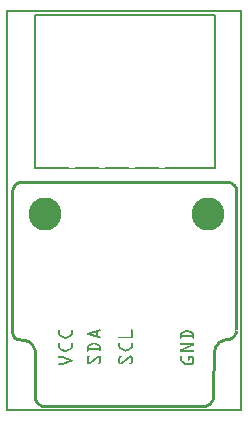
<source format=gto>
G04 MADE WITH FRITZING*
G04 WWW.FRITZING.ORG*
G04 DOUBLE SIDED*
G04 HOLES PLATED*
G04 CONTOUR ON CENTER OF CONTOUR VECTOR*
%ASAXBY*%
%FSLAX23Y23*%
%MOIN*%
%OFA0B0*%
%SFA1.0B1.0*%
%ADD10C,0.110000*%
%ADD11C,0.008000*%
%ADD12R,0.001000X0.001000*%
%LNSILK1*%
G90*
G70*
G54D10*
X130Y658D03*
X675Y658D03*
G54D11*
X696Y1321D02*
X696Y809D01*
D02*
X696Y1321D02*
X96Y1321D01*
D02*
X96Y809D02*
X96Y1321D01*
G54D12*
X1Y1338D02*
X787Y1338D01*
X1Y1337D02*
X787Y1337D01*
X1Y1336D02*
X787Y1336D01*
X1Y1335D02*
X787Y1335D01*
X1Y1334D02*
X787Y1334D01*
X1Y1333D02*
X787Y1333D01*
X1Y1332D02*
X787Y1332D01*
X1Y1331D02*
X787Y1331D01*
X1Y1330D02*
X8Y1330D01*
X780Y1330D02*
X787Y1330D01*
X1Y1329D02*
X8Y1329D01*
X780Y1329D02*
X787Y1329D01*
X1Y1328D02*
X8Y1328D01*
X780Y1328D02*
X787Y1328D01*
X1Y1327D02*
X8Y1327D01*
X780Y1327D02*
X787Y1327D01*
X1Y1326D02*
X8Y1326D01*
X780Y1326D02*
X787Y1326D01*
X1Y1325D02*
X8Y1325D01*
X780Y1325D02*
X787Y1325D01*
X1Y1324D02*
X8Y1324D01*
X780Y1324D02*
X787Y1324D01*
X1Y1323D02*
X8Y1323D01*
X780Y1323D02*
X787Y1323D01*
X1Y1322D02*
X8Y1322D01*
X780Y1322D02*
X787Y1322D01*
X1Y1321D02*
X8Y1321D01*
X780Y1321D02*
X787Y1321D01*
X1Y1320D02*
X8Y1320D01*
X780Y1320D02*
X787Y1320D01*
X1Y1319D02*
X8Y1319D01*
X780Y1319D02*
X787Y1319D01*
X1Y1318D02*
X8Y1318D01*
X780Y1318D02*
X787Y1318D01*
X1Y1317D02*
X8Y1317D01*
X780Y1317D02*
X787Y1317D01*
X1Y1316D02*
X8Y1316D01*
X780Y1316D02*
X787Y1316D01*
X1Y1315D02*
X8Y1315D01*
X780Y1315D02*
X787Y1315D01*
X1Y1314D02*
X8Y1314D01*
X780Y1314D02*
X787Y1314D01*
X1Y1313D02*
X8Y1313D01*
X780Y1313D02*
X787Y1313D01*
X1Y1312D02*
X8Y1312D01*
X780Y1312D02*
X787Y1312D01*
X1Y1311D02*
X8Y1311D01*
X780Y1311D02*
X787Y1311D01*
X1Y1310D02*
X8Y1310D01*
X780Y1310D02*
X787Y1310D01*
X1Y1309D02*
X8Y1309D01*
X780Y1309D02*
X787Y1309D01*
X1Y1308D02*
X8Y1308D01*
X780Y1308D02*
X787Y1308D01*
X1Y1307D02*
X8Y1307D01*
X780Y1307D02*
X787Y1307D01*
X1Y1306D02*
X8Y1306D01*
X780Y1306D02*
X787Y1306D01*
X1Y1305D02*
X8Y1305D01*
X780Y1305D02*
X787Y1305D01*
X1Y1304D02*
X8Y1304D01*
X780Y1304D02*
X787Y1304D01*
X1Y1303D02*
X8Y1303D01*
X780Y1303D02*
X787Y1303D01*
X1Y1302D02*
X8Y1302D01*
X780Y1302D02*
X787Y1302D01*
X1Y1301D02*
X8Y1301D01*
X780Y1301D02*
X787Y1301D01*
X1Y1300D02*
X8Y1300D01*
X780Y1300D02*
X787Y1300D01*
X1Y1299D02*
X8Y1299D01*
X780Y1299D02*
X787Y1299D01*
X1Y1298D02*
X8Y1298D01*
X780Y1298D02*
X787Y1298D01*
X1Y1297D02*
X8Y1297D01*
X780Y1297D02*
X787Y1297D01*
X1Y1296D02*
X8Y1296D01*
X780Y1296D02*
X787Y1296D01*
X1Y1295D02*
X8Y1295D01*
X780Y1295D02*
X787Y1295D01*
X1Y1294D02*
X8Y1294D01*
X780Y1294D02*
X787Y1294D01*
X1Y1293D02*
X8Y1293D01*
X780Y1293D02*
X787Y1293D01*
X1Y1292D02*
X8Y1292D01*
X780Y1292D02*
X787Y1292D01*
X1Y1291D02*
X8Y1291D01*
X780Y1291D02*
X787Y1291D01*
X1Y1290D02*
X8Y1290D01*
X780Y1290D02*
X787Y1290D01*
X1Y1289D02*
X8Y1289D01*
X780Y1289D02*
X787Y1289D01*
X1Y1288D02*
X8Y1288D01*
X780Y1288D02*
X787Y1288D01*
X1Y1287D02*
X8Y1287D01*
X780Y1287D02*
X787Y1287D01*
X1Y1286D02*
X8Y1286D01*
X780Y1286D02*
X787Y1286D01*
X1Y1285D02*
X8Y1285D01*
X780Y1285D02*
X787Y1285D01*
X1Y1284D02*
X8Y1284D01*
X780Y1284D02*
X787Y1284D01*
X1Y1283D02*
X8Y1283D01*
X780Y1283D02*
X787Y1283D01*
X1Y1282D02*
X8Y1282D01*
X780Y1282D02*
X787Y1282D01*
X1Y1281D02*
X8Y1281D01*
X780Y1281D02*
X787Y1281D01*
X1Y1280D02*
X8Y1280D01*
X780Y1280D02*
X787Y1280D01*
X1Y1279D02*
X8Y1279D01*
X780Y1279D02*
X787Y1279D01*
X1Y1278D02*
X8Y1278D01*
X780Y1278D02*
X787Y1278D01*
X1Y1277D02*
X8Y1277D01*
X780Y1277D02*
X787Y1277D01*
X1Y1276D02*
X8Y1276D01*
X780Y1276D02*
X787Y1276D01*
X1Y1275D02*
X8Y1275D01*
X780Y1275D02*
X787Y1275D01*
X1Y1274D02*
X8Y1274D01*
X780Y1274D02*
X787Y1274D01*
X1Y1273D02*
X8Y1273D01*
X780Y1273D02*
X787Y1273D01*
X1Y1272D02*
X8Y1272D01*
X780Y1272D02*
X787Y1272D01*
X1Y1271D02*
X8Y1271D01*
X780Y1271D02*
X787Y1271D01*
X1Y1270D02*
X8Y1270D01*
X780Y1270D02*
X787Y1270D01*
X1Y1269D02*
X8Y1269D01*
X780Y1269D02*
X787Y1269D01*
X1Y1268D02*
X8Y1268D01*
X780Y1268D02*
X787Y1268D01*
X1Y1267D02*
X8Y1267D01*
X780Y1267D02*
X787Y1267D01*
X1Y1266D02*
X8Y1266D01*
X780Y1266D02*
X787Y1266D01*
X1Y1265D02*
X8Y1265D01*
X780Y1265D02*
X787Y1265D01*
X1Y1264D02*
X8Y1264D01*
X780Y1264D02*
X787Y1264D01*
X1Y1263D02*
X8Y1263D01*
X780Y1263D02*
X787Y1263D01*
X1Y1262D02*
X8Y1262D01*
X780Y1262D02*
X787Y1262D01*
X1Y1261D02*
X8Y1261D01*
X780Y1261D02*
X787Y1261D01*
X1Y1260D02*
X8Y1260D01*
X780Y1260D02*
X787Y1260D01*
X1Y1259D02*
X8Y1259D01*
X780Y1259D02*
X787Y1259D01*
X1Y1258D02*
X8Y1258D01*
X780Y1258D02*
X787Y1258D01*
X1Y1257D02*
X8Y1257D01*
X780Y1257D02*
X787Y1257D01*
X1Y1256D02*
X8Y1256D01*
X780Y1256D02*
X787Y1256D01*
X1Y1255D02*
X8Y1255D01*
X780Y1255D02*
X787Y1255D01*
X1Y1254D02*
X8Y1254D01*
X780Y1254D02*
X787Y1254D01*
X1Y1253D02*
X8Y1253D01*
X780Y1253D02*
X787Y1253D01*
X1Y1252D02*
X8Y1252D01*
X780Y1252D02*
X787Y1252D01*
X1Y1251D02*
X8Y1251D01*
X780Y1251D02*
X787Y1251D01*
X1Y1250D02*
X8Y1250D01*
X780Y1250D02*
X787Y1250D01*
X1Y1249D02*
X8Y1249D01*
X780Y1249D02*
X787Y1249D01*
X1Y1248D02*
X8Y1248D01*
X780Y1248D02*
X787Y1248D01*
X1Y1247D02*
X8Y1247D01*
X780Y1247D02*
X787Y1247D01*
X1Y1246D02*
X8Y1246D01*
X780Y1246D02*
X787Y1246D01*
X1Y1245D02*
X8Y1245D01*
X780Y1245D02*
X787Y1245D01*
X1Y1244D02*
X8Y1244D01*
X780Y1244D02*
X787Y1244D01*
X1Y1243D02*
X8Y1243D01*
X780Y1243D02*
X787Y1243D01*
X1Y1242D02*
X8Y1242D01*
X780Y1242D02*
X787Y1242D01*
X1Y1241D02*
X8Y1241D01*
X780Y1241D02*
X787Y1241D01*
X1Y1240D02*
X8Y1240D01*
X780Y1240D02*
X787Y1240D01*
X1Y1239D02*
X8Y1239D01*
X780Y1239D02*
X787Y1239D01*
X1Y1238D02*
X8Y1238D01*
X780Y1238D02*
X787Y1238D01*
X1Y1237D02*
X8Y1237D01*
X780Y1237D02*
X787Y1237D01*
X1Y1236D02*
X8Y1236D01*
X780Y1236D02*
X787Y1236D01*
X1Y1235D02*
X8Y1235D01*
X780Y1235D02*
X787Y1235D01*
X1Y1234D02*
X8Y1234D01*
X780Y1234D02*
X787Y1234D01*
X1Y1233D02*
X8Y1233D01*
X780Y1233D02*
X787Y1233D01*
X1Y1232D02*
X8Y1232D01*
X780Y1232D02*
X787Y1232D01*
X1Y1231D02*
X8Y1231D01*
X780Y1231D02*
X787Y1231D01*
X1Y1230D02*
X8Y1230D01*
X780Y1230D02*
X787Y1230D01*
X1Y1229D02*
X8Y1229D01*
X780Y1229D02*
X787Y1229D01*
X1Y1228D02*
X8Y1228D01*
X780Y1228D02*
X787Y1228D01*
X1Y1227D02*
X8Y1227D01*
X780Y1227D02*
X787Y1227D01*
X1Y1226D02*
X8Y1226D01*
X780Y1226D02*
X787Y1226D01*
X1Y1225D02*
X8Y1225D01*
X780Y1225D02*
X787Y1225D01*
X1Y1224D02*
X8Y1224D01*
X780Y1224D02*
X787Y1224D01*
X1Y1223D02*
X8Y1223D01*
X780Y1223D02*
X787Y1223D01*
X1Y1222D02*
X8Y1222D01*
X780Y1222D02*
X787Y1222D01*
X1Y1221D02*
X8Y1221D01*
X780Y1221D02*
X787Y1221D01*
X1Y1220D02*
X8Y1220D01*
X780Y1220D02*
X787Y1220D01*
X1Y1219D02*
X8Y1219D01*
X780Y1219D02*
X787Y1219D01*
X1Y1218D02*
X8Y1218D01*
X780Y1218D02*
X787Y1218D01*
X1Y1217D02*
X8Y1217D01*
X780Y1217D02*
X787Y1217D01*
X1Y1216D02*
X8Y1216D01*
X780Y1216D02*
X787Y1216D01*
X1Y1215D02*
X8Y1215D01*
X780Y1215D02*
X787Y1215D01*
X1Y1214D02*
X8Y1214D01*
X780Y1214D02*
X787Y1214D01*
X1Y1213D02*
X8Y1213D01*
X780Y1213D02*
X787Y1213D01*
X1Y1212D02*
X8Y1212D01*
X780Y1212D02*
X787Y1212D01*
X1Y1211D02*
X8Y1211D01*
X780Y1211D02*
X787Y1211D01*
X1Y1210D02*
X8Y1210D01*
X780Y1210D02*
X787Y1210D01*
X1Y1209D02*
X8Y1209D01*
X780Y1209D02*
X787Y1209D01*
X1Y1208D02*
X8Y1208D01*
X780Y1208D02*
X787Y1208D01*
X1Y1207D02*
X8Y1207D01*
X780Y1207D02*
X787Y1207D01*
X1Y1206D02*
X8Y1206D01*
X780Y1206D02*
X787Y1206D01*
X1Y1205D02*
X8Y1205D01*
X780Y1205D02*
X787Y1205D01*
X1Y1204D02*
X8Y1204D01*
X780Y1204D02*
X787Y1204D01*
X1Y1203D02*
X8Y1203D01*
X780Y1203D02*
X787Y1203D01*
X1Y1202D02*
X8Y1202D01*
X780Y1202D02*
X787Y1202D01*
X1Y1201D02*
X8Y1201D01*
X780Y1201D02*
X787Y1201D01*
X1Y1200D02*
X8Y1200D01*
X780Y1200D02*
X787Y1200D01*
X1Y1199D02*
X8Y1199D01*
X780Y1199D02*
X787Y1199D01*
X1Y1198D02*
X8Y1198D01*
X780Y1198D02*
X787Y1198D01*
X1Y1197D02*
X8Y1197D01*
X780Y1197D02*
X787Y1197D01*
X1Y1196D02*
X8Y1196D01*
X780Y1196D02*
X787Y1196D01*
X1Y1195D02*
X8Y1195D01*
X780Y1195D02*
X787Y1195D01*
X1Y1194D02*
X8Y1194D01*
X780Y1194D02*
X787Y1194D01*
X1Y1193D02*
X8Y1193D01*
X780Y1193D02*
X787Y1193D01*
X1Y1192D02*
X8Y1192D01*
X780Y1192D02*
X787Y1192D01*
X1Y1191D02*
X8Y1191D01*
X780Y1191D02*
X787Y1191D01*
X1Y1190D02*
X8Y1190D01*
X780Y1190D02*
X787Y1190D01*
X1Y1189D02*
X8Y1189D01*
X780Y1189D02*
X787Y1189D01*
X1Y1188D02*
X8Y1188D01*
X780Y1188D02*
X787Y1188D01*
X1Y1187D02*
X8Y1187D01*
X780Y1187D02*
X787Y1187D01*
X1Y1186D02*
X8Y1186D01*
X780Y1186D02*
X787Y1186D01*
X1Y1185D02*
X8Y1185D01*
X780Y1185D02*
X787Y1185D01*
X1Y1184D02*
X8Y1184D01*
X780Y1184D02*
X787Y1184D01*
X1Y1183D02*
X8Y1183D01*
X780Y1183D02*
X787Y1183D01*
X1Y1182D02*
X8Y1182D01*
X780Y1182D02*
X787Y1182D01*
X1Y1181D02*
X8Y1181D01*
X780Y1181D02*
X787Y1181D01*
X1Y1180D02*
X8Y1180D01*
X780Y1180D02*
X787Y1180D01*
X1Y1179D02*
X8Y1179D01*
X780Y1179D02*
X787Y1179D01*
X1Y1178D02*
X8Y1178D01*
X780Y1178D02*
X787Y1178D01*
X1Y1177D02*
X8Y1177D01*
X780Y1177D02*
X787Y1177D01*
X1Y1176D02*
X8Y1176D01*
X780Y1176D02*
X787Y1176D01*
X1Y1175D02*
X8Y1175D01*
X780Y1175D02*
X787Y1175D01*
X1Y1174D02*
X8Y1174D01*
X780Y1174D02*
X787Y1174D01*
X1Y1173D02*
X8Y1173D01*
X780Y1173D02*
X787Y1173D01*
X1Y1172D02*
X8Y1172D01*
X780Y1172D02*
X787Y1172D01*
X1Y1171D02*
X8Y1171D01*
X780Y1171D02*
X787Y1171D01*
X1Y1170D02*
X8Y1170D01*
X780Y1170D02*
X787Y1170D01*
X1Y1169D02*
X8Y1169D01*
X780Y1169D02*
X787Y1169D01*
X1Y1168D02*
X8Y1168D01*
X780Y1168D02*
X787Y1168D01*
X1Y1167D02*
X8Y1167D01*
X780Y1167D02*
X787Y1167D01*
X1Y1166D02*
X8Y1166D01*
X780Y1166D02*
X787Y1166D01*
X1Y1165D02*
X8Y1165D01*
X780Y1165D02*
X787Y1165D01*
X1Y1164D02*
X8Y1164D01*
X780Y1164D02*
X787Y1164D01*
X1Y1163D02*
X8Y1163D01*
X780Y1163D02*
X787Y1163D01*
X1Y1162D02*
X8Y1162D01*
X780Y1162D02*
X787Y1162D01*
X1Y1161D02*
X8Y1161D01*
X780Y1161D02*
X787Y1161D01*
X1Y1160D02*
X8Y1160D01*
X780Y1160D02*
X787Y1160D01*
X1Y1159D02*
X8Y1159D01*
X780Y1159D02*
X787Y1159D01*
X1Y1158D02*
X8Y1158D01*
X780Y1158D02*
X787Y1158D01*
X1Y1157D02*
X8Y1157D01*
X780Y1157D02*
X787Y1157D01*
X1Y1156D02*
X8Y1156D01*
X780Y1156D02*
X787Y1156D01*
X1Y1155D02*
X8Y1155D01*
X780Y1155D02*
X787Y1155D01*
X1Y1154D02*
X8Y1154D01*
X780Y1154D02*
X787Y1154D01*
X1Y1153D02*
X8Y1153D01*
X780Y1153D02*
X787Y1153D01*
X1Y1152D02*
X8Y1152D01*
X780Y1152D02*
X787Y1152D01*
X1Y1151D02*
X8Y1151D01*
X780Y1151D02*
X787Y1151D01*
X1Y1150D02*
X8Y1150D01*
X780Y1150D02*
X787Y1150D01*
X1Y1149D02*
X8Y1149D01*
X780Y1149D02*
X787Y1149D01*
X1Y1148D02*
X8Y1148D01*
X780Y1148D02*
X787Y1148D01*
X1Y1147D02*
X8Y1147D01*
X780Y1147D02*
X787Y1147D01*
X1Y1146D02*
X8Y1146D01*
X780Y1146D02*
X787Y1146D01*
X1Y1145D02*
X8Y1145D01*
X780Y1145D02*
X787Y1145D01*
X1Y1144D02*
X8Y1144D01*
X780Y1144D02*
X787Y1144D01*
X1Y1143D02*
X8Y1143D01*
X780Y1143D02*
X787Y1143D01*
X1Y1142D02*
X8Y1142D01*
X780Y1142D02*
X787Y1142D01*
X1Y1141D02*
X8Y1141D01*
X780Y1141D02*
X787Y1141D01*
X1Y1140D02*
X8Y1140D01*
X780Y1140D02*
X787Y1140D01*
X1Y1139D02*
X8Y1139D01*
X780Y1139D02*
X787Y1139D01*
X1Y1138D02*
X8Y1138D01*
X780Y1138D02*
X787Y1138D01*
X1Y1137D02*
X8Y1137D01*
X780Y1137D02*
X787Y1137D01*
X1Y1136D02*
X8Y1136D01*
X780Y1136D02*
X787Y1136D01*
X1Y1135D02*
X8Y1135D01*
X780Y1135D02*
X787Y1135D01*
X1Y1134D02*
X8Y1134D01*
X780Y1134D02*
X787Y1134D01*
X1Y1133D02*
X8Y1133D01*
X780Y1133D02*
X787Y1133D01*
X1Y1132D02*
X8Y1132D01*
X780Y1132D02*
X787Y1132D01*
X1Y1131D02*
X8Y1131D01*
X780Y1131D02*
X787Y1131D01*
X1Y1130D02*
X8Y1130D01*
X780Y1130D02*
X787Y1130D01*
X1Y1129D02*
X8Y1129D01*
X780Y1129D02*
X787Y1129D01*
X1Y1128D02*
X8Y1128D01*
X780Y1128D02*
X787Y1128D01*
X1Y1127D02*
X8Y1127D01*
X780Y1127D02*
X787Y1127D01*
X1Y1126D02*
X8Y1126D01*
X780Y1126D02*
X787Y1126D01*
X1Y1125D02*
X8Y1125D01*
X780Y1125D02*
X787Y1125D01*
X1Y1124D02*
X8Y1124D01*
X780Y1124D02*
X787Y1124D01*
X1Y1123D02*
X8Y1123D01*
X780Y1123D02*
X787Y1123D01*
X1Y1122D02*
X8Y1122D01*
X780Y1122D02*
X787Y1122D01*
X1Y1121D02*
X8Y1121D01*
X780Y1121D02*
X787Y1121D01*
X1Y1120D02*
X8Y1120D01*
X780Y1120D02*
X787Y1120D01*
X1Y1119D02*
X8Y1119D01*
X780Y1119D02*
X787Y1119D01*
X1Y1118D02*
X8Y1118D01*
X780Y1118D02*
X787Y1118D01*
X1Y1117D02*
X8Y1117D01*
X780Y1117D02*
X787Y1117D01*
X1Y1116D02*
X8Y1116D01*
X780Y1116D02*
X787Y1116D01*
X1Y1115D02*
X8Y1115D01*
X780Y1115D02*
X787Y1115D01*
X1Y1114D02*
X8Y1114D01*
X780Y1114D02*
X787Y1114D01*
X1Y1113D02*
X8Y1113D01*
X780Y1113D02*
X787Y1113D01*
X1Y1112D02*
X8Y1112D01*
X780Y1112D02*
X787Y1112D01*
X1Y1111D02*
X8Y1111D01*
X780Y1111D02*
X787Y1111D01*
X1Y1110D02*
X8Y1110D01*
X780Y1110D02*
X787Y1110D01*
X1Y1109D02*
X8Y1109D01*
X780Y1109D02*
X787Y1109D01*
X1Y1108D02*
X8Y1108D01*
X780Y1108D02*
X787Y1108D01*
X1Y1107D02*
X8Y1107D01*
X780Y1107D02*
X787Y1107D01*
X1Y1106D02*
X8Y1106D01*
X780Y1106D02*
X787Y1106D01*
X1Y1105D02*
X8Y1105D01*
X780Y1105D02*
X787Y1105D01*
X1Y1104D02*
X8Y1104D01*
X780Y1104D02*
X787Y1104D01*
X1Y1103D02*
X8Y1103D01*
X780Y1103D02*
X787Y1103D01*
X1Y1102D02*
X8Y1102D01*
X780Y1102D02*
X787Y1102D01*
X1Y1101D02*
X8Y1101D01*
X780Y1101D02*
X787Y1101D01*
X1Y1100D02*
X8Y1100D01*
X780Y1100D02*
X787Y1100D01*
X1Y1099D02*
X8Y1099D01*
X780Y1099D02*
X787Y1099D01*
X1Y1098D02*
X8Y1098D01*
X780Y1098D02*
X787Y1098D01*
X1Y1097D02*
X8Y1097D01*
X780Y1097D02*
X787Y1097D01*
X1Y1096D02*
X8Y1096D01*
X780Y1096D02*
X787Y1096D01*
X1Y1095D02*
X8Y1095D01*
X780Y1095D02*
X787Y1095D01*
X1Y1094D02*
X8Y1094D01*
X780Y1094D02*
X787Y1094D01*
X1Y1093D02*
X8Y1093D01*
X780Y1093D02*
X787Y1093D01*
X1Y1092D02*
X8Y1092D01*
X780Y1092D02*
X787Y1092D01*
X1Y1091D02*
X8Y1091D01*
X780Y1091D02*
X787Y1091D01*
X1Y1090D02*
X8Y1090D01*
X780Y1090D02*
X787Y1090D01*
X1Y1089D02*
X8Y1089D01*
X780Y1089D02*
X787Y1089D01*
X1Y1088D02*
X8Y1088D01*
X780Y1088D02*
X787Y1088D01*
X1Y1087D02*
X8Y1087D01*
X780Y1087D02*
X787Y1087D01*
X1Y1086D02*
X8Y1086D01*
X780Y1086D02*
X787Y1086D01*
X1Y1085D02*
X8Y1085D01*
X780Y1085D02*
X787Y1085D01*
X1Y1084D02*
X8Y1084D01*
X780Y1084D02*
X787Y1084D01*
X1Y1083D02*
X8Y1083D01*
X780Y1083D02*
X787Y1083D01*
X1Y1082D02*
X8Y1082D01*
X780Y1082D02*
X787Y1082D01*
X1Y1081D02*
X8Y1081D01*
X780Y1081D02*
X787Y1081D01*
X1Y1080D02*
X8Y1080D01*
X780Y1080D02*
X787Y1080D01*
X1Y1079D02*
X8Y1079D01*
X780Y1079D02*
X787Y1079D01*
X1Y1078D02*
X8Y1078D01*
X780Y1078D02*
X787Y1078D01*
X1Y1077D02*
X8Y1077D01*
X780Y1077D02*
X787Y1077D01*
X1Y1076D02*
X8Y1076D01*
X780Y1076D02*
X787Y1076D01*
X1Y1075D02*
X8Y1075D01*
X780Y1075D02*
X787Y1075D01*
X1Y1074D02*
X8Y1074D01*
X780Y1074D02*
X787Y1074D01*
X1Y1073D02*
X8Y1073D01*
X780Y1073D02*
X787Y1073D01*
X1Y1072D02*
X8Y1072D01*
X780Y1072D02*
X787Y1072D01*
X1Y1071D02*
X8Y1071D01*
X780Y1071D02*
X787Y1071D01*
X1Y1070D02*
X8Y1070D01*
X780Y1070D02*
X787Y1070D01*
X1Y1069D02*
X8Y1069D01*
X780Y1069D02*
X787Y1069D01*
X1Y1068D02*
X8Y1068D01*
X780Y1068D02*
X787Y1068D01*
X1Y1067D02*
X8Y1067D01*
X780Y1067D02*
X787Y1067D01*
X1Y1066D02*
X8Y1066D01*
X780Y1066D02*
X787Y1066D01*
X1Y1065D02*
X8Y1065D01*
X780Y1065D02*
X787Y1065D01*
X1Y1064D02*
X8Y1064D01*
X780Y1064D02*
X787Y1064D01*
X1Y1063D02*
X8Y1063D01*
X780Y1063D02*
X787Y1063D01*
X1Y1062D02*
X8Y1062D01*
X780Y1062D02*
X787Y1062D01*
X1Y1061D02*
X8Y1061D01*
X780Y1061D02*
X787Y1061D01*
X1Y1060D02*
X8Y1060D01*
X780Y1060D02*
X787Y1060D01*
X1Y1059D02*
X8Y1059D01*
X780Y1059D02*
X787Y1059D01*
X1Y1058D02*
X8Y1058D01*
X780Y1058D02*
X787Y1058D01*
X1Y1057D02*
X8Y1057D01*
X780Y1057D02*
X787Y1057D01*
X1Y1056D02*
X8Y1056D01*
X780Y1056D02*
X787Y1056D01*
X1Y1055D02*
X8Y1055D01*
X780Y1055D02*
X787Y1055D01*
X1Y1054D02*
X8Y1054D01*
X780Y1054D02*
X787Y1054D01*
X1Y1053D02*
X8Y1053D01*
X780Y1053D02*
X787Y1053D01*
X1Y1052D02*
X8Y1052D01*
X780Y1052D02*
X787Y1052D01*
X1Y1051D02*
X8Y1051D01*
X780Y1051D02*
X787Y1051D01*
X1Y1050D02*
X8Y1050D01*
X780Y1050D02*
X787Y1050D01*
X1Y1049D02*
X8Y1049D01*
X780Y1049D02*
X787Y1049D01*
X1Y1048D02*
X8Y1048D01*
X780Y1048D02*
X787Y1048D01*
X1Y1047D02*
X8Y1047D01*
X780Y1047D02*
X787Y1047D01*
X1Y1046D02*
X8Y1046D01*
X780Y1046D02*
X787Y1046D01*
X1Y1045D02*
X8Y1045D01*
X780Y1045D02*
X787Y1045D01*
X1Y1044D02*
X8Y1044D01*
X780Y1044D02*
X787Y1044D01*
X1Y1043D02*
X8Y1043D01*
X780Y1043D02*
X787Y1043D01*
X1Y1042D02*
X8Y1042D01*
X780Y1042D02*
X787Y1042D01*
X1Y1041D02*
X8Y1041D01*
X780Y1041D02*
X787Y1041D01*
X1Y1040D02*
X8Y1040D01*
X780Y1040D02*
X787Y1040D01*
X1Y1039D02*
X8Y1039D01*
X780Y1039D02*
X787Y1039D01*
X1Y1038D02*
X8Y1038D01*
X780Y1038D02*
X787Y1038D01*
X1Y1037D02*
X8Y1037D01*
X780Y1037D02*
X787Y1037D01*
X1Y1036D02*
X8Y1036D01*
X780Y1036D02*
X787Y1036D01*
X1Y1035D02*
X8Y1035D01*
X780Y1035D02*
X787Y1035D01*
X1Y1034D02*
X8Y1034D01*
X780Y1034D02*
X787Y1034D01*
X1Y1033D02*
X8Y1033D01*
X780Y1033D02*
X787Y1033D01*
X1Y1032D02*
X8Y1032D01*
X780Y1032D02*
X787Y1032D01*
X1Y1031D02*
X8Y1031D01*
X780Y1031D02*
X787Y1031D01*
X1Y1030D02*
X8Y1030D01*
X780Y1030D02*
X787Y1030D01*
X1Y1029D02*
X8Y1029D01*
X780Y1029D02*
X787Y1029D01*
X1Y1028D02*
X8Y1028D01*
X780Y1028D02*
X787Y1028D01*
X1Y1027D02*
X8Y1027D01*
X780Y1027D02*
X787Y1027D01*
X1Y1026D02*
X8Y1026D01*
X780Y1026D02*
X787Y1026D01*
X1Y1025D02*
X8Y1025D01*
X780Y1025D02*
X787Y1025D01*
X1Y1024D02*
X8Y1024D01*
X780Y1024D02*
X787Y1024D01*
X1Y1023D02*
X8Y1023D01*
X780Y1023D02*
X787Y1023D01*
X1Y1022D02*
X8Y1022D01*
X780Y1022D02*
X787Y1022D01*
X1Y1021D02*
X8Y1021D01*
X780Y1021D02*
X787Y1021D01*
X1Y1020D02*
X8Y1020D01*
X780Y1020D02*
X787Y1020D01*
X1Y1019D02*
X8Y1019D01*
X780Y1019D02*
X787Y1019D01*
X1Y1018D02*
X8Y1018D01*
X780Y1018D02*
X787Y1018D01*
X1Y1017D02*
X8Y1017D01*
X780Y1017D02*
X787Y1017D01*
X1Y1016D02*
X8Y1016D01*
X780Y1016D02*
X787Y1016D01*
X1Y1015D02*
X8Y1015D01*
X780Y1015D02*
X787Y1015D01*
X1Y1014D02*
X8Y1014D01*
X780Y1014D02*
X787Y1014D01*
X1Y1013D02*
X8Y1013D01*
X780Y1013D02*
X787Y1013D01*
X1Y1012D02*
X8Y1012D01*
X780Y1012D02*
X787Y1012D01*
X1Y1011D02*
X8Y1011D01*
X780Y1011D02*
X787Y1011D01*
X1Y1010D02*
X8Y1010D01*
X780Y1010D02*
X787Y1010D01*
X1Y1009D02*
X8Y1009D01*
X780Y1009D02*
X787Y1009D01*
X1Y1008D02*
X8Y1008D01*
X780Y1008D02*
X787Y1008D01*
X1Y1007D02*
X8Y1007D01*
X780Y1007D02*
X787Y1007D01*
X1Y1006D02*
X8Y1006D01*
X780Y1006D02*
X787Y1006D01*
X1Y1005D02*
X8Y1005D01*
X780Y1005D02*
X787Y1005D01*
X1Y1004D02*
X8Y1004D01*
X780Y1004D02*
X787Y1004D01*
X1Y1003D02*
X8Y1003D01*
X780Y1003D02*
X787Y1003D01*
X1Y1002D02*
X8Y1002D01*
X780Y1002D02*
X787Y1002D01*
X1Y1001D02*
X8Y1001D01*
X780Y1001D02*
X787Y1001D01*
X1Y1000D02*
X8Y1000D01*
X780Y1000D02*
X787Y1000D01*
X1Y999D02*
X8Y999D01*
X780Y999D02*
X787Y999D01*
X1Y998D02*
X8Y998D01*
X780Y998D02*
X787Y998D01*
X1Y997D02*
X8Y997D01*
X780Y997D02*
X787Y997D01*
X1Y996D02*
X8Y996D01*
X780Y996D02*
X787Y996D01*
X1Y995D02*
X8Y995D01*
X780Y995D02*
X787Y995D01*
X1Y994D02*
X8Y994D01*
X780Y994D02*
X787Y994D01*
X1Y993D02*
X8Y993D01*
X780Y993D02*
X787Y993D01*
X1Y992D02*
X8Y992D01*
X780Y992D02*
X787Y992D01*
X1Y991D02*
X8Y991D01*
X780Y991D02*
X787Y991D01*
X1Y990D02*
X8Y990D01*
X780Y990D02*
X787Y990D01*
X1Y989D02*
X8Y989D01*
X780Y989D02*
X787Y989D01*
X1Y988D02*
X8Y988D01*
X780Y988D02*
X787Y988D01*
X1Y987D02*
X8Y987D01*
X780Y987D02*
X787Y987D01*
X1Y986D02*
X8Y986D01*
X780Y986D02*
X787Y986D01*
X1Y985D02*
X8Y985D01*
X780Y985D02*
X787Y985D01*
X1Y984D02*
X8Y984D01*
X780Y984D02*
X787Y984D01*
X1Y983D02*
X8Y983D01*
X780Y983D02*
X787Y983D01*
X1Y982D02*
X8Y982D01*
X780Y982D02*
X787Y982D01*
X1Y981D02*
X8Y981D01*
X780Y981D02*
X787Y981D01*
X1Y980D02*
X8Y980D01*
X780Y980D02*
X787Y980D01*
X1Y979D02*
X8Y979D01*
X780Y979D02*
X787Y979D01*
X1Y978D02*
X8Y978D01*
X780Y978D02*
X787Y978D01*
X1Y977D02*
X8Y977D01*
X780Y977D02*
X787Y977D01*
X1Y976D02*
X8Y976D01*
X780Y976D02*
X787Y976D01*
X1Y975D02*
X8Y975D01*
X780Y975D02*
X787Y975D01*
X1Y974D02*
X8Y974D01*
X780Y974D02*
X787Y974D01*
X1Y973D02*
X8Y973D01*
X780Y973D02*
X787Y973D01*
X1Y972D02*
X8Y972D01*
X780Y972D02*
X787Y972D01*
X1Y971D02*
X8Y971D01*
X780Y971D02*
X787Y971D01*
X1Y970D02*
X8Y970D01*
X780Y970D02*
X787Y970D01*
X1Y969D02*
X8Y969D01*
X780Y969D02*
X787Y969D01*
X1Y968D02*
X8Y968D01*
X780Y968D02*
X787Y968D01*
X1Y967D02*
X8Y967D01*
X780Y967D02*
X787Y967D01*
X1Y966D02*
X8Y966D01*
X780Y966D02*
X787Y966D01*
X1Y965D02*
X8Y965D01*
X780Y965D02*
X787Y965D01*
X1Y964D02*
X8Y964D01*
X780Y964D02*
X787Y964D01*
X1Y963D02*
X8Y963D01*
X780Y963D02*
X787Y963D01*
X1Y962D02*
X8Y962D01*
X780Y962D02*
X787Y962D01*
X1Y961D02*
X8Y961D01*
X780Y961D02*
X787Y961D01*
X1Y960D02*
X8Y960D01*
X780Y960D02*
X787Y960D01*
X1Y959D02*
X8Y959D01*
X780Y959D02*
X787Y959D01*
X1Y958D02*
X8Y958D01*
X780Y958D02*
X787Y958D01*
X1Y957D02*
X8Y957D01*
X780Y957D02*
X787Y957D01*
X1Y956D02*
X8Y956D01*
X780Y956D02*
X787Y956D01*
X1Y955D02*
X8Y955D01*
X780Y955D02*
X787Y955D01*
X1Y954D02*
X8Y954D01*
X780Y954D02*
X787Y954D01*
X1Y953D02*
X8Y953D01*
X780Y953D02*
X787Y953D01*
X1Y952D02*
X8Y952D01*
X780Y952D02*
X787Y952D01*
X1Y951D02*
X8Y951D01*
X780Y951D02*
X787Y951D01*
X1Y950D02*
X8Y950D01*
X780Y950D02*
X787Y950D01*
X1Y949D02*
X8Y949D01*
X780Y949D02*
X787Y949D01*
X1Y948D02*
X8Y948D01*
X780Y948D02*
X787Y948D01*
X1Y947D02*
X8Y947D01*
X780Y947D02*
X787Y947D01*
X1Y946D02*
X8Y946D01*
X780Y946D02*
X787Y946D01*
X1Y945D02*
X8Y945D01*
X780Y945D02*
X787Y945D01*
X1Y944D02*
X8Y944D01*
X780Y944D02*
X787Y944D01*
X1Y943D02*
X8Y943D01*
X780Y943D02*
X787Y943D01*
X1Y942D02*
X8Y942D01*
X780Y942D02*
X787Y942D01*
X1Y941D02*
X8Y941D01*
X780Y941D02*
X787Y941D01*
X1Y940D02*
X8Y940D01*
X780Y940D02*
X787Y940D01*
X1Y939D02*
X8Y939D01*
X780Y939D02*
X787Y939D01*
X1Y938D02*
X8Y938D01*
X780Y938D02*
X787Y938D01*
X1Y937D02*
X8Y937D01*
X780Y937D02*
X787Y937D01*
X1Y936D02*
X8Y936D01*
X780Y936D02*
X787Y936D01*
X1Y935D02*
X8Y935D01*
X780Y935D02*
X787Y935D01*
X1Y934D02*
X8Y934D01*
X780Y934D02*
X787Y934D01*
X1Y933D02*
X8Y933D01*
X780Y933D02*
X787Y933D01*
X1Y932D02*
X8Y932D01*
X780Y932D02*
X787Y932D01*
X1Y931D02*
X8Y931D01*
X780Y931D02*
X787Y931D01*
X1Y930D02*
X8Y930D01*
X780Y930D02*
X787Y930D01*
X1Y929D02*
X8Y929D01*
X780Y929D02*
X787Y929D01*
X1Y928D02*
X8Y928D01*
X780Y928D02*
X787Y928D01*
X1Y927D02*
X8Y927D01*
X780Y927D02*
X787Y927D01*
X1Y926D02*
X8Y926D01*
X780Y926D02*
X787Y926D01*
X1Y925D02*
X8Y925D01*
X780Y925D02*
X787Y925D01*
X1Y924D02*
X8Y924D01*
X780Y924D02*
X787Y924D01*
X1Y923D02*
X8Y923D01*
X780Y923D02*
X787Y923D01*
X1Y922D02*
X8Y922D01*
X780Y922D02*
X787Y922D01*
X1Y921D02*
X8Y921D01*
X780Y921D02*
X787Y921D01*
X1Y920D02*
X8Y920D01*
X780Y920D02*
X787Y920D01*
X1Y919D02*
X8Y919D01*
X780Y919D02*
X787Y919D01*
X1Y918D02*
X8Y918D01*
X780Y918D02*
X787Y918D01*
X1Y917D02*
X8Y917D01*
X780Y917D02*
X787Y917D01*
X1Y916D02*
X8Y916D01*
X780Y916D02*
X787Y916D01*
X1Y915D02*
X8Y915D01*
X780Y915D02*
X787Y915D01*
X1Y914D02*
X8Y914D01*
X780Y914D02*
X787Y914D01*
X1Y913D02*
X8Y913D01*
X780Y913D02*
X787Y913D01*
X1Y912D02*
X8Y912D01*
X780Y912D02*
X787Y912D01*
X1Y911D02*
X8Y911D01*
X780Y911D02*
X787Y911D01*
X1Y910D02*
X8Y910D01*
X780Y910D02*
X787Y910D01*
X1Y909D02*
X8Y909D01*
X780Y909D02*
X787Y909D01*
X1Y908D02*
X8Y908D01*
X780Y908D02*
X787Y908D01*
X1Y907D02*
X8Y907D01*
X780Y907D02*
X787Y907D01*
X1Y906D02*
X8Y906D01*
X780Y906D02*
X787Y906D01*
X1Y905D02*
X8Y905D01*
X780Y905D02*
X787Y905D01*
X1Y904D02*
X8Y904D01*
X780Y904D02*
X787Y904D01*
X1Y903D02*
X8Y903D01*
X780Y903D02*
X787Y903D01*
X1Y902D02*
X8Y902D01*
X780Y902D02*
X787Y902D01*
X1Y901D02*
X8Y901D01*
X780Y901D02*
X787Y901D01*
X1Y900D02*
X8Y900D01*
X780Y900D02*
X787Y900D01*
X1Y899D02*
X8Y899D01*
X780Y899D02*
X787Y899D01*
X1Y898D02*
X8Y898D01*
X780Y898D02*
X787Y898D01*
X1Y897D02*
X8Y897D01*
X780Y897D02*
X787Y897D01*
X1Y896D02*
X8Y896D01*
X780Y896D02*
X787Y896D01*
X1Y895D02*
X8Y895D01*
X780Y895D02*
X787Y895D01*
X1Y894D02*
X8Y894D01*
X780Y894D02*
X787Y894D01*
X1Y893D02*
X8Y893D01*
X780Y893D02*
X787Y893D01*
X1Y892D02*
X8Y892D01*
X780Y892D02*
X787Y892D01*
X1Y891D02*
X8Y891D01*
X780Y891D02*
X787Y891D01*
X1Y890D02*
X8Y890D01*
X780Y890D02*
X787Y890D01*
X1Y889D02*
X8Y889D01*
X780Y889D02*
X787Y889D01*
X1Y888D02*
X8Y888D01*
X780Y888D02*
X787Y888D01*
X1Y887D02*
X8Y887D01*
X780Y887D02*
X787Y887D01*
X1Y886D02*
X8Y886D01*
X780Y886D02*
X787Y886D01*
X1Y885D02*
X8Y885D01*
X780Y885D02*
X787Y885D01*
X1Y884D02*
X8Y884D01*
X780Y884D02*
X787Y884D01*
X1Y883D02*
X8Y883D01*
X780Y883D02*
X787Y883D01*
X1Y882D02*
X8Y882D01*
X780Y882D02*
X787Y882D01*
X1Y881D02*
X8Y881D01*
X780Y881D02*
X787Y881D01*
X1Y880D02*
X8Y880D01*
X780Y880D02*
X787Y880D01*
X1Y879D02*
X8Y879D01*
X780Y879D02*
X787Y879D01*
X1Y878D02*
X8Y878D01*
X780Y878D02*
X787Y878D01*
X1Y877D02*
X8Y877D01*
X780Y877D02*
X787Y877D01*
X1Y876D02*
X8Y876D01*
X780Y876D02*
X787Y876D01*
X1Y875D02*
X8Y875D01*
X780Y875D02*
X787Y875D01*
X1Y874D02*
X8Y874D01*
X780Y874D02*
X787Y874D01*
X1Y873D02*
X8Y873D01*
X780Y873D02*
X787Y873D01*
X1Y872D02*
X8Y872D01*
X780Y872D02*
X787Y872D01*
X1Y871D02*
X8Y871D01*
X780Y871D02*
X787Y871D01*
X1Y870D02*
X8Y870D01*
X780Y870D02*
X787Y870D01*
X1Y869D02*
X8Y869D01*
X780Y869D02*
X787Y869D01*
X1Y868D02*
X8Y868D01*
X780Y868D02*
X787Y868D01*
X1Y867D02*
X8Y867D01*
X780Y867D02*
X787Y867D01*
X1Y866D02*
X8Y866D01*
X780Y866D02*
X787Y866D01*
X1Y865D02*
X8Y865D01*
X780Y865D02*
X787Y865D01*
X1Y864D02*
X8Y864D01*
X780Y864D02*
X787Y864D01*
X1Y863D02*
X8Y863D01*
X780Y863D02*
X787Y863D01*
X1Y862D02*
X8Y862D01*
X780Y862D02*
X787Y862D01*
X1Y861D02*
X8Y861D01*
X780Y861D02*
X787Y861D01*
X1Y860D02*
X8Y860D01*
X780Y860D02*
X787Y860D01*
X1Y859D02*
X8Y859D01*
X780Y859D02*
X787Y859D01*
X1Y858D02*
X8Y858D01*
X780Y858D02*
X787Y858D01*
X1Y857D02*
X8Y857D01*
X780Y857D02*
X787Y857D01*
X1Y856D02*
X8Y856D01*
X780Y856D02*
X787Y856D01*
X1Y855D02*
X8Y855D01*
X780Y855D02*
X787Y855D01*
X1Y854D02*
X8Y854D01*
X780Y854D02*
X787Y854D01*
X1Y853D02*
X8Y853D01*
X780Y853D02*
X787Y853D01*
X1Y852D02*
X8Y852D01*
X780Y852D02*
X787Y852D01*
X1Y851D02*
X8Y851D01*
X780Y851D02*
X787Y851D01*
X1Y850D02*
X8Y850D01*
X780Y850D02*
X787Y850D01*
X1Y849D02*
X8Y849D01*
X780Y849D02*
X787Y849D01*
X1Y848D02*
X8Y848D01*
X780Y848D02*
X787Y848D01*
X1Y847D02*
X8Y847D01*
X780Y847D02*
X787Y847D01*
X1Y846D02*
X8Y846D01*
X780Y846D02*
X787Y846D01*
X1Y845D02*
X8Y845D01*
X780Y845D02*
X787Y845D01*
X1Y844D02*
X8Y844D01*
X780Y844D02*
X787Y844D01*
X1Y843D02*
X8Y843D01*
X780Y843D02*
X787Y843D01*
X1Y842D02*
X8Y842D01*
X780Y842D02*
X787Y842D01*
X1Y841D02*
X8Y841D01*
X780Y841D02*
X787Y841D01*
X1Y840D02*
X8Y840D01*
X780Y840D02*
X787Y840D01*
X1Y839D02*
X8Y839D01*
X780Y839D02*
X787Y839D01*
X1Y838D02*
X8Y838D01*
X780Y838D02*
X787Y838D01*
X1Y837D02*
X8Y837D01*
X780Y837D02*
X787Y837D01*
X1Y836D02*
X8Y836D01*
X780Y836D02*
X787Y836D01*
X1Y835D02*
X8Y835D01*
X780Y835D02*
X787Y835D01*
X1Y834D02*
X8Y834D01*
X780Y834D02*
X787Y834D01*
X1Y833D02*
X8Y833D01*
X780Y833D02*
X787Y833D01*
X1Y832D02*
X8Y832D01*
X780Y832D02*
X787Y832D01*
X1Y831D02*
X8Y831D01*
X780Y831D02*
X787Y831D01*
X1Y830D02*
X8Y830D01*
X780Y830D02*
X787Y830D01*
X1Y829D02*
X8Y829D01*
X780Y829D02*
X787Y829D01*
X1Y828D02*
X8Y828D01*
X780Y828D02*
X787Y828D01*
X1Y827D02*
X8Y827D01*
X780Y827D02*
X787Y827D01*
X1Y826D02*
X8Y826D01*
X780Y826D02*
X787Y826D01*
X1Y825D02*
X8Y825D01*
X780Y825D02*
X787Y825D01*
X1Y824D02*
X8Y824D01*
X780Y824D02*
X787Y824D01*
X1Y823D02*
X8Y823D01*
X780Y823D02*
X787Y823D01*
X1Y822D02*
X8Y822D01*
X780Y822D02*
X787Y822D01*
X1Y821D02*
X8Y821D01*
X780Y821D02*
X787Y821D01*
X1Y820D02*
X8Y820D01*
X780Y820D02*
X787Y820D01*
X1Y819D02*
X8Y819D01*
X780Y819D02*
X787Y819D01*
X1Y818D02*
X8Y818D01*
X780Y818D02*
X787Y818D01*
X1Y817D02*
X8Y817D01*
X780Y817D02*
X787Y817D01*
X1Y816D02*
X8Y816D01*
X780Y816D02*
X787Y816D01*
X1Y815D02*
X8Y815D01*
X780Y815D02*
X787Y815D01*
X1Y814D02*
X8Y814D01*
X780Y814D02*
X787Y814D01*
X1Y813D02*
X8Y813D01*
X96Y813D02*
X207Y813D01*
X235Y813D02*
X307Y813D01*
X335Y813D02*
X407Y813D01*
X435Y813D02*
X507Y813D01*
X535Y813D02*
X695Y813D01*
X780Y813D02*
X787Y813D01*
X1Y812D02*
X8Y812D01*
X94Y812D02*
X211Y812D01*
X231Y812D02*
X311Y812D01*
X331Y812D02*
X411Y812D01*
X431Y812D02*
X511Y812D01*
X531Y812D02*
X698Y812D01*
X780Y812D02*
X787Y812D01*
X1Y811D02*
X8Y811D01*
X93Y811D02*
X216Y811D01*
X225Y811D02*
X316Y811D01*
X325Y811D02*
X416Y811D01*
X425Y811D02*
X516Y811D01*
X525Y811D02*
X699Y811D01*
X780Y811D02*
X787Y811D01*
X1Y810D02*
X8Y810D01*
X93Y810D02*
X699Y810D01*
X780Y810D02*
X787Y810D01*
X1Y809D02*
X8Y809D01*
X93Y809D02*
X699Y809D01*
X780Y809D02*
X787Y809D01*
X1Y808D02*
X8Y808D01*
X93Y808D02*
X699Y808D01*
X780Y808D02*
X787Y808D01*
X1Y807D02*
X8Y807D01*
X93Y807D02*
X698Y807D01*
X780Y807D02*
X787Y807D01*
X1Y806D02*
X8Y806D01*
X94Y806D02*
X698Y806D01*
X780Y806D02*
X787Y806D01*
X1Y805D02*
X8Y805D01*
X780Y805D02*
X787Y805D01*
X1Y804D02*
X8Y804D01*
X780Y804D02*
X787Y804D01*
X1Y803D02*
X8Y803D01*
X780Y803D02*
X787Y803D01*
X1Y802D02*
X8Y802D01*
X780Y802D02*
X787Y802D01*
X1Y801D02*
X8Y801D01*
X780Y801D02*
X787Y801D01*
X1Y800D02*
X8Y800D01*
X780Y800D02*
X787Y800D01*
X1Y799D02*
X8Y799D01*
X780Y799D02*
X787Y799D01*
X1Y798D02*
X8Y798D01*
X780Y798D02*
X787Y798D01*
X1Y797D02*
X8Y797D01*
X780Y797D02*
X787Y797D01*
X1Y796D02*
X8Y796D01*
X780Y796D02*
X787Y796D01*
X1Y795D02*
X8Y795D01*
X780Y795D02*
X787Y795D01*
X1Y794D02*
X8Y794D01*
X780Y794D02*
X787Y794D01*
X1Y793D02*
X8Y793D01*
X780Y793D02*
X787Y793D01*
X1Y792D02*
X8Y792D01*
X780Y792D02*
X787Y792D01*
X1Y791D02*
X8Y791D01*
X780Y791D02*
X787Y791D01*
X1Y790D02*
X8Y790D01*
X780Y790D02*
X787Y790D01*
X1Y789D02*
X8Y789D01*
X780Y789D02*
X787Y789D01*
X1Y788D02*
X8Y788D01*
X780Y788D02*
X787Y788D01*
X1Y787D02*
X8Y787D01*
X780Y787D02*
X787Y787D01*
X1Y786D02*
X8Y786D01*
X780Y786D02*
X787Y786D01*
X1Y785D02*
X8Y785D01*
X780Y785D02*
X787Y785D01*
X1Y784D02*
X8Y784D01*
X780Y784D02*
X787Y784D01*
X1Y783D02*
X8Y783D01*
X780Y783D02*
X787Y783D01*
X1Y782D02*
X8Y782D01*
X780Y782D02*
X787Y782D01*
X1Y781D02*
X8Y781D01*
X780Y781D02*
X787Y781D01*
X1Y780D02*
X8Y780D01*
X780Y780D02*
X787Y780D01*
X1Y779D02*
X8Y779D01*
X780Y779D02*
X787Y779D01*
X1Y778D02*
X8Y778D01*
X780Y778D02*
X787Y778D01*
X1Y777D02*
X8Y777D01*
X780Y777D02*
X787Y777D01*
X1Y776D02*
X8Y776D01*
X780Y776D02*
X787Y776D01*
X1Y775D02*
X8Y775D01*
X780Y775D02*
X787Y775D01*
X1Y774D02*
X8Y774D01*
X780Y774D02*
X787Y774D01*
X1Y773D02*
X8Y773D01*
X780Y773D02*
X787Y773D01*
X1Y772D02*
X8Y772D01*
X780Y772D02*
X787Y772D01*
X1Y771D02*
X8Y771D01*
X780Y771D02*
X787Y771D01*
X1Y770D02*
X8Y770D01*
X780Y770D02*
X787Y770D01*
X1Y769D02*
X8Y769D01*
X780Y769D02*
X787Y769D01*
X1Y768D02*
X8Y768D01*
X780Y768D02*
X787Y768D01*
X1Y767D02*
X8Y767D01*
X49Y767D02*
X742Y767D01*
X780Y767D02*
X787Y767D01*
X1Y766D02*
X8Y766D01*
X45Y766D02*
X747Y766D01*
X780Y766D02*
X787Y766D01*
X1Y765D02*
X8Y765D01*
X42Y765D02*
X750Y765D01*
X780Y765D02*
X787Y765D01*
X1Y764D02*
X8Y764D01*
X39Y764D02*
X753Y764D01*
X780Y764D02*
X787Y764D01*
X1Y763D02*
X8Y763D01*
X37Y763D02*
X755Y763D01*
X780Y763D02*
X787Y763D01*
X1Y762D02*
X8Y762D01*
X35Y762D02*
X757Y762D01*
X780Y762D02*
X787Y762D01*
X1Y761D02*
X8Y761D01*
X34Y761D02*
X759Y761D01*
X780Y761D02*
X787Y761D01*
X1Y760D02*
X8Y760D01*
X32Y760D02*
X760Y760D01*
X780Y760D02*
X787Y760D01*
X1Y759D02*
X8Y759D01*
X31Y759D02*
X761Y759D01*
X780Y759D02*
X787Y759D01*
X1Y758D02*
X8Y758D01*
X30Y758D02*
X763Y758D01*
X780Y758D02*
X787Y758D01*
X1Y757D02*
X8Y757D01*
X29Y757D02*
X49Y757D01*
X743Y757D02*
X764Y757D01*
X780Y757D02*
X787Y757D01*
X1Y756D02*
X8Y756D01*
X29Y756D02*
X45Y756D01*
X747Y756D02*
X764Y756D01*
X780Y756D02*
X787Y756D01*
X1Y755D02*
X8Y755D01*
X28Y755D02*
X42Y755D01*
X750Y755D02*
X766Y755D01*
X780Y755D02*
X787Y755D01*
X1Y754D02*
X8Y754D01*
X27Y754D02*
X40Y754D01*
X752Y754D02*
X766Y754D01*
X780Y754D02*
X787Y754D01*
X1Y753D02*
X8Y753D01*
X26Y753D02*
X39Y753D01*
X754Y753D02*
X767Y753D01*
X780Y753D02*
X787Y753D01*
X1Y752D02*
X8Y752D01*
X26Y752D02*
X38Y752D01*
X755Y752D02*
X768Y752D01*
X780Y752D02*
X787Y752D01*
X1Y751D02*
X8Y751D01*
X25Y751D02*
X36Y751D01*
X757Y751D02*
X769Y751D01*
X780Y751D02*
X787Y751D01*
X1Y750D02*
X8Y750D01*
X25Y750D02*
X36Y750D01*
X757Y750D02*
X769Y750D01*
X780Y750D02*
X787Y750D01*
X1Y749D02*
X8Y749D01*
X24Y749D02*
X35Y749D01*
X758Y749D02*
X770Y749D01*
X780Y749D02*
X787Y749D01*
X1Y748D02*
X8Y748D01*
X24Y748D02*
X34Y748D01*
X759Y748D02*
X770Y748D01*
X780Y748D02*
X787Y748D01*
X1Y747D02*
X8Y747D01*
X23Y747D02*
X33Y747D01*
X760Y747D02*
X771Y747D01*
X780Y747D02*
X787Y747D01*
X1Y746D02*
X8Y746D01*
X23Y746D02*
X33Y746D01*
X761Y746D02*
X771Y746D01*
X780Y746D02*
X787Y746D01*
X1Y745D02*
X8Y745D01*
X22Y745D02*
X32Y745D01*
X762Y745D02*
X772Y745D01*
X780Y745D02*
X787Y745D01*
X1Y744D02*
X8Y744D01*
X22Y744D02*
X32Y744D01*
X762Y744D02*
X772Y744D01*
X780Y744D02*
X787Y744D01*
X1Y743D02*
X8Y743D01*
X22Y743D02*
X31Y743D01*
X763Y743D02*
X773Y743D01*
X780Y743D02*
X787Y743D01*
X1Y742D02*
X8Y742D01*
X21Y742D02*
X31Y742D01*
X763Y742D02*
X773Y742D01*
X780Y742D02*
X787Y742D01*
X1Y741D02*
X8Y741D01*
X21Y741D02*
X30Y741D01*
X764Y741D02*
X773Y741D01*
X780Y741D02*
X787Y741D01*
X1Y740D02*
X8Y740D01*
X21Y740D02*
X30Y740D01*
X764Y740D02*
X774Y740D01*
X780Y740D02*
X787Y740D01*
X1Y739D02*
X8Y739D01*
X20Y739D02*
X30Y739D01*
X765Y739D02*
X774Y739D01*
X780Y739D02*
X787Y739D01*
X1Y738D02*
X8Y738D01*
X20Y738D02*
X29Y738D01*
X765Y738D02*
X774Y738D01*
X780Y738D02*
X787Y738D01*
X1Y737D02*
X8Y737D01*
X20Y737D02*
X29Y737D01*
X765Y737D02*
X774Y737D01*
X780Y737D02*
X787Y737D01*
X1Y736D02*
X8Y736D01*
X20Y736D02*
X29Y736D01*
X765Y736D02*
X774Y736D01*
X780Y736D02*
X787Y736D01*
X1Y735D02*
X8Y735D01*
X19Y735D02*
X28Y735D01*
X765Y735D02*
X774Y735D01*
X780Y735D02*
X787Y735D01*
X1Y734D02*
X8Y734D01*
X19Y734D02*
X28Y734D01*
X765Y734D02*
X774Y734D01*
X780Y734D02*
X787Y734D01*
X1Y733D02*
X8Y733D01*
X19Y733D02*
X28Y733D01*
X765Y733D02*
X774Y733D01*
X780Y733D02*
X787Y733D01*
X1Y732D02*
X8Y732D01*
X19Y732D02*
X28Y732D01*
X765Y732D02*
X775Y732D01*
X780Y732D02*
X787Y732D01*
X1Y731D02*
X8Y731D01*
X19Y731D02*
X28Y731D01*
X766Y731D02*
X775Y731D01*
X780Y731D02*
X787Y731D01*
X1Y730D02*
X8Y730D01*
X18Y730D02*
X28Y730D01*
X766Y730D02*
X775Y730D01*
X780Y730D02*
X787Y730D01*
X1Y729D02*
X8Y729D01*
X18Y729D02*
X27Y729D01*
X766Y729D02*
X775Y729D01*
X780Y729D02*
X787Y729D01*
X1Y728D02*
X8Y728D01*
X18Y728D02*
X27Y728D01*
X766Y728D02*
X775Y728D01*
X780Y728D02*
X787Y728D01*
X1Y727D02*
X8Y727D01*
X18Y727D02*
X27Y727D01*
X766Y727D02*
X775Y727D01*
X780Y727D02*
X787Y727D01*
X1Y726D02*
X8Y726D01*
X18Y726D02*
X27Y726D01*
X766Y726D02*
X775Y726D01*
X780Y726D02*
X787Y726D01*
X1Y725D02*
X8Y725D01*
X18Y725D02*
X27Y725D01*
X766Y725D02*
X775Y725D01*
X780Y725D02*
X787Y725D01*
X1Y724D02*
X8Y724D01*
X18Y724D02*
X27Y724D01*
X766Y724D02*
X775Y724D01*
X780Y724D02*
X787Y724D01*
X1Y723D02*
X8Y723D01*
X18Y723D02*
X27Y723D01*
X766Y723D02*
X775Y723D01*
X780Y723D02*
X787Y723D01*
X1Y722D02*
X8Y722D01*
X18Y722D02*
X27Y722D01*
X766Y722D02*
X775Y722D01*
X780Y722D02*
X787Y722D01*
X1Y721D02*
X8Y721D01*
X18Y721D02*
X27Y721D01*
X766Y721D02*
X775Y721D01*
X780Y721D02*
X787Y721D01*
X1Y720D02*
X8Y720D01*
X18Y720D02*
X27Y720D01*
X766Y720D02*
X775Y720D01*
X780Y720D02*
X787Y720D01*
X1Y719D02*
X8Y719D01*
X18Y719D02*
X27Y719D01*
X766Y719D02*
X775Y719D01*
X780Y719D02*
X787Y719D01*
X1Y718D02*
X8Y718D01*
X18Y718D02*
X27Y718D01*
X766Y718D02*
X775Y718D01*
X780Y718D02*
X787Y718D01*
X1Y717D02*
X8Y717D01*
X18Y717D02*
X27Y717D01*
X766Y717D02*
X775Y717D01*
X780Y717D02*
X787Y717D01*
X1Y716D02*
X8Y716D01*
X18Y716D02*
X27Y716D01*
X766Y716D02*
X775Y716D01*
X780Y716D02*
X787Y716D01*
X1Y715D02*
X8Y715D01*
X18Y715D02*
X27Y715D01*
X766Y715D02*
X775Y715D01*
X780Y715D02*
X787Y715D01*
X1Y714D02*
X8Y714D01*
X18Y714D02*
X27Y714D01*
X766Y714D02*
X775Y714D01*
X780Y714D02*
X787Y714D01*
X1Y713D02*
X8Y713D01*
X18Y713D02*
X27Y713D01*
X766Y713D02*
X775Y713D01*
X780Y713D02*
X787Y713D01*
X1Y712D02*
X8Y712D01*
X18Y712D02*
X27Y712D01*
X766Y712D02*
X775Y712D01*
X780Y712D02*
X787Y712D01*
X1Y711D02*
X8Y711D01*
X18Y711D02*
X27Y711D01*
X766Y711D02*
X775Y711D01*
X780Y711D02*
X787Y711D01*
X1Y710D02*
X8Y710D01*
X18Y710D02*
X27Y710D01*
X766Y710D02*
X775Y710D01*
X780Y710D02*
X787Y710D01*
X1Y709D02*
X8Y709D01*
X18Y709D02*
X27Y709D01*
X766Y709D02*
X775Y709D01*
X780Y709D02*
X787Y709D01*
X1Y708D02*
X8Y708D01*
X18Y708D02*
X27Y708D01*
X766Y708D02*
X775Y708D01*
X780Y708D02*
X787Y708D01*
X1Y707D02*
X8Y707D01*
X18Y707D02*
X27Y707D01*
X766Y707D02*
X775Y707D01*
X780Y707D02*
X787Y707D01*
X1Y706D02*
X8Y706D01*
X18Y706D02*
X27Y706D01*
X766Y706D02*
X775Y706D01*
X780Y706D02*
X787Y706D01*
X1Y705D02*
X8Y705D01*
X18Y705D02*
X27Y705D01*
X766Y705D02*
X775Y705D01*
X780Y705D02*
X787Y705D01*
X1Y704D02*
X8Y704D01*
X18Y704D02*
X27Y704D01*
X766Y704D02*
X775Y704D01*
X780Y704D02*
X787Y704D01*
X1Y703D02*
X8Y703D01*
X18Y703D02*
X27Y703D01*
X766Y703D02*
X775Y703D01*
X780Y703D02*
X787Y703D01*
X1Y702D02*
X8Y702D01*
X18Y702D02*
X27Y702D01*
X766Y702D02*
X775Y702D01*
X780Y702D02*
X787Y702D01*
X1Y701D02*
X8Y701D01*
X18Y701D02*
X27Y701D01*
X766Y701D02*
X775Y701D01*
X780Y701D02*
X787Y701D01*
X1Y700D02*
X8Y700D01*
X18Y700D02*
X27Y700D01*
X766Y700D02*
X775Y700D01*
X780Y700D02*
X787Y700D01*
X1Y699D02*
X8Y699D01*
X18Y699D02*
X27Y699D01*
X766Y699D02*
X775Y699D01*
X780Y699D02*
X787Y699D01*
X1Y698D02*
X8Y698D01*
X18Y698D02*
X27Y698D01*
X766Y698D02*
X775Y698D01*
X780Y698D02*
X787Y698D01*
X1Y697D02*
X8Y697D01*
X18Y697D02*
X27Y697D01*
X766Y697D02*
X775Y697D01*
X780Y697D02*
X787Y697D01*
X1Y696D02*
X8Y696D01*
X18Y696D02*
X27Y696D01*
X766Y696D02*
X775Y696D01*
X780Y696D02*
X787Y696D01*
X1Y695D02*
X8Y695D01*
X18Y695D02*
X27Y695D01*
X766Y695D02*
X775Y695D01*
X780Y695D02*
X787Y695D01*
X1Y694D02*
X8Y694D01*
X18Y694D02*
X27Y694D01*
X766Y694D02*
X775Y694D01*
X780Y694D02*
X787Y694D01*
X1Y693D02*
X8Y693D01*
X18Y693D02*
X27Y693D01*
X766Y693D02*
X775Y693D01*
X780Y693D02*
X787Y693D01*
X1Y692D02*
X8Y692D01*
X18Y692D02*
X27Y692D01*
X766Y692D02*
X775Y692D01*
X780Y692D02*
X787Y692D01*
X1Y691D02*
X8Y691D01*
X18Y691D02*
X27Y691D01*
X766Y691D02*
X775Y691D01*
X780Y691D02*
X787Y691D01*
X1Y690D02*
X8Y690D01*
X18Y690D02*
X27Y690D01*
X766Y690D02*
X775Y690D01*
X780Y690D02*
X787Y690D01*
X1Y689D02*
X8Y689D01*
X18Y689D02*
X27Y689D01*
X766Y689D02*
X775Y689D01*
X780Y689D02*
X787Y689D01*
X1Y688D02*
X8Y688D01*
X18Y688D02*
X27Y688D01*
X766Y688D02*
X775Y688D01*
X780Y688D02*
X787Y688D01*
X1Y687D02*
X8Y687D01*
X18Y687D02*
X27Y687D01*
X766Y687D02*
X775Y687D01*
X780Y687D02*
X787Y687D01*
X1Y686D02*
X8Y686D01*
X18Y686D02*
X27Y686D01*
X766Y686D02*
X775Y686D01*
X780Y686D02*
X787Y686D01*
X1Y685D02*
X8Y685D01*
X18Y685D02*
X27Y685D01*
X766Y685D02*
X775Y685D01*
X780Y685D02*
X787Y685D01*
X1Y684D02*
X8Y684D01*
X18Y684D02*
X27Y684D01*
X766Y684D02*
X775Y684D01*
X780Y684D02*
X787Y684D01*
X1Y683D02*
X8Y683D01*
X18Y683D02*
X27Y683D01*
X766Y683D02*
X775Y683D01*
X780Y683D02*
X787Y683D01*
X1Y682D02*
X8Y682D01*
X18Y682D02*
X27Y682D01*
X766Y682D02*
X775Y682D01*
X780Y682D02*
X787Y682D01*
X1Y681D02*
X8Y681D01*
X18Y681D02*
X27Y681D01*
X766Y681D02*
X775Y681D01*
X780Y681D02*
X787Y681D01*
X1Y680D02*
X8Y680D01*
X18Y680D02*
X27Y680D01*
X766Y680D02*
X775Y680D01*
X780Y680D02*
X787Y680D01*
X1Y679D02*
X8Y679D01*
X18Y679D02*
X27Y679D01*
X766Y679D02*
X775Y679D01*
X780Y679D02*
X787Y679D01*
X1Y678D02*
X8Y678D01*
X18Y678D02*
X27Y678D01*
X766Y678D02*
X775Y678D01*
X780Y678D02*
X787Y678D01*
X1Y677D02*
X8Y677D01*
X18Y677D02*
X27Y677D01*
X766Y677D02*
X775Y677D01*
X780Y677D02*
X787Y677D01*
X1Y676D02*
X8Y676D01*
X18Y676D02*
X27Y676D01*
X766Y676D02*
X775Y676D01*
X780Y676D02*
X787Y676D01*
X1Y675D02*
X8Y675D01*
X18Y675D02*
X27Y675D01*
X766Y675D02*
X775Y675D01*
X780Y675D02*
X787Y675D01*
X1Y674D02*
X8Y674D01*
X18Y674D02*
X27Y674D01*
X766Y674D02*
X775Y674D01*
X780Y674D02*
X787Y674D01*
X1Y673D02*
X8Y673D01*
X18Y673D02*
X27Y673D01*
X766Y673D02*
X775Y673D01*
X780Y673D02*
X787Y673D01*
X1Y672D02*
X8Y672D01*
X18Y672D02*
X27Y672D01*
X766Y672D02*
X775Y672D01*
X780Y672D02*
X787Y672D01*
X1Y671D02*
X8Y671D01*
X18Y671D02*
X27Y671D01*
X766Y671D02*
X775Y671D01*
X780Y671D02*
X787Y671D01*
X1Y670D02*
X8Y670D01*
X18Y670D02*
X27Y670D01*
X766Y670D02*
X775Y670D01*
X780Y670D02*
X787Y670D01*
X1Y669D02*
X8Y669D01*
X18Y669D02*
X27Y669D01*
X766Y669D02*
X775Y669D01*
X780Y669D02*
X787Y669D01*
X1Y668D02*
X8Y668D01*
X18Y668D02*
X27Y668D01*
X766Y668D02*
X775Y668D01*
X780Y668D02*
X787Y668D01*
X1Y667D02*
X8Y667D01*
X18Y667D02*
X27Y667D01*
X766Y667D02*
X775Y667D01*
X780Y667D02*
X787Y667D01*
X1Y666D02*
X8Y666D01*
X18Y666D02*
X27Y666D01*
X766Y666D02*
X775Y666D01*
X780Y666D02*
X787Y666D01*
X1Y665D02*
X8Y665D01*
X18Y665D02*
X27Y665D01*
X766Y665D02*
X775Y665D01*
X780Y665D02*
X787Y665D01*
X1Y664D02*
X8Y664D01*
X18Y664D02*
X27Y664D01*
X766Y664D02*
X775Y664D01*
X780Y664D02*
X787Y664D01*
X1Y663D02*
X8Y663D01*
X18Y663D02*
X27Y663D01*
X766Y663D02*
X775Y663D01*
X780Y663D02*
X787Y663D01*
X1Y662D02*
X8Y662D01*
X18Y662D02*
X27Y662D01*
X766Y662D02*
X775Y662D01*
X780Y662D02*
X787Y662D01*
X1Y661D02*
X8Y661D01*
X18Y661D02*
X27Y661D01*
X766Y661D02*
X775Y661D01*
X780Y661D02*
X787Y661D01*
X1Y660D02*
X8Y660D01*
X18Y660D02*
X27Y660D01*
X766Y660D02*
X775Y660D01*
X780Y660D02*
X787Y660D01*
X1Y659D02*
X8Y659D01*
X18Y659D02*
X27Y659D01*
X766Y659D02*
X775Y659D01*
X780Y659D02*
X787Y659D01*
X1Y658D02*
X8Y658D01*
X18Y658D02*
X27Y658D01*
X766Y658D02*
X775Y658D01*
X780Y658D02*
X787Y658D01*
X1Y657D02*
X8Y657D01*
X18Y657D02*
X27Y657D01*
X766Y657D02*
X775Y657D01*
X780Y657D02*
X787Y657D01*
X1Y656D02*
X8Y656D01*
X18Y656D02*
X27Y656D01*
X766Y656D02*
X775Y656D01*
X780Y656D02*
X787Y656D01*
X1Y655D02*
X8Y655D01*
X18Y655D02*
X27Y655D01*
X766Y655D02*
X775Y655D01*
X780Y655D02*
X787Y655D01*
X1Y654D02*
X8Y654D01*
X18Y654D02*
X27Y654D01*
X766Y654D02*
X775Y654D01*
X780Y654D02*
X787Y654D01*
X1Y653D02*
X8Y653D01*
X18Y653D02*
X27Y653D01*
X766Y653D02*
X775Y653D01*
X780Y653D02*
X787Y653D01*
X1Y652D02*
X8Y652D01*
X18Y652D02*
X27Y652D01*
X766Y652D02*
X775Y652D01*
X780Y652D02*
X787Y652D01*
X1Y651D02*
X8Y651D01*
X18Y651D02*
X27Y651D01*
X766Y651D02*
X775Y651D01*
X780Y651D02*
X787Y651D01*
X1Y650D02*
X8Y650D01*
X18Y650D02*
X27Y650D01*
X766Y650D02*
X775Y650D01*
X780Y650D02*
X787Y650D01*
X1Y649D02*
X8Y649D01*
X18Y649D02*
X27Y649D01*
X766Y649D02*
X775Y649D01*
X780Y649D02*
X787Y649D01*
X1Y648D02*
X8Y648D01*
X18Y648D02*
X27Y648D01*
X766Y648D02*
X775Y648D01*
X780Y648D02*
X787Y648D01*
X1Y647D02*
X8Y647D01*
X18Y647D02*
X27Y647D01*
X766Y647D02*
X775Y647D01*
X780Y647D02*
X787Y647D01*
X1Y646D02*
X8Y646D01*
X18Y646D02*
X27Y646D01*
X766Y646D02*
X775Y646D01*
X780Y646D02*
X787Y646D01*
X1Y645D02*
X8Y645D01*
X18Y645D02*
X27Y645D01*
X766Y645D02*
X775Y645D01*
X780Y645D02*
X787Y645D01*
X1Y644D02*
X8Y644D01*
X18Y644D02*
X27Y644D01*
X766Y644D02*
X775Y644D01*
X780Y644D02*
X787Y644D01*
X1Y643D02*
X8Y643D01*
X18Y643D02*
X27Y643D01*
X766Y643D02*
X775Y643D01*
X780Y643D02*
X787Y643D01*
X1Y642D02*
X8Y642D01*
X18Y642D02*
X27Y642D01*
X766Y642D02*
X775Y642D01*
X780Y642D02*
X787Y642D01*
X1Y641D02*
X8Y641D01*
X18Y641D02*
X27Y641D01*
X766Y641D02*
X775Y641D01*
X780Y641D02*
X787Y641D01*
X1Y640D02*
X8Y640D01*
X18Y640D02*
X27Y640D01*
X766Y640D02*
X775Y640D01*
X780Y640D02*
X787Y640D01*
X1Y639D02*
X8Y639D01*
X18Y639D02*
X27Y639D01*
X766Y639D02*
X775Y639D01*
X780Y639D02*
X787Y639D01*
X1Y638D02*
X8Y638D01*
X18Y638D02*
X27Y638D01*
X766Y638D02*
X775Y638D01*
X780Y638D02*
X787Y638D01*
X1Y637D02*
X8Y637D01*
X18Y637D02*
X27Y637D01*
X766Y637D02*
X775Y637D01*
X780Y637D02*
X787Y637D01*
X1Y636D02*
X8Y636D01*
X18Y636D02*
X27Y636D01*
X766Y636D02*
X775Y636D01*
X780Y636D02*
X787Y636D01*
X1Y635D02*
X8Y635D01*
X18Y635D02*
X27Y635D01*
X766Y635D02*
X775Y635D01*
X780Y635D02*
X787Y635D01*
X1Y634D02*
X8Y634D01*
X18Y634D02*
X27Y634D01*
X766Y634D02*
X775Y634D01*
X780Y634D02*
X787Y634D01*
X1Y633D02*
X8Y633D01*
X18Y633D02*
X27Y633D01*
X766Y633D02*
X775Y633D01*
X780Y633D02*
X787Y633D01*
X1Y632D02*
X8Y632D01*
X18Y632D02*
X27Y632D01*
X766Y632D02*
X775Y632D01*
X780Y632D02*
X787Y632D01*
X1Y631D02*
X8Y631D01*
X18Y631D02*
X27Y631D01*
X766Y631D02*
X775Y631D01*
X780Y631D02*
X787Y631D01*
X1Y630D02*
X8Y630D01*
X18Y630D02*
X27Y630D01*
X766Y630D02*
X775Y630D01*
X780Y630D02*
X787Y630D01*
X1Y629D02*
X8Y629D01*
X18Y629D02*
X27Y629D01*
X766Y629D02*
X775Y629D01*
X780Y629D02*
X787Y629D01*
X1Y628D02*
X8Y628D01*
X18Y628D02*
X27Y628D01*
X766Y628D02*
X775Y628D01*
X780Y628D02*
X787Y628D01*
X1Y627D02*
X8Y627D01*
X18Y627D02*
X27Y627D01*
X766Y627D02*
X775Y627D01*
X780Y627D02*
X787Y627D01*
X1Y626D02*
X8Y626D01*
X18Y626D02*
X27Y626D01*
X766Y626D02*
X775Y626D01*
X780Y626D02*
X787Y626D01*
X1Y625D02*
X8Y625D01*
X18Y625D02*
X27Y625D01*
X766Y625D02*
X775Y625D01*
X780Y625D02*
X787Y625D01*
X1Y624D02*
X8Y624D01*
X18Y624D02*
X27Y624D01*
X766Y624D02*
X775Y624D01*
X780Y624D02*
X787Y624D01*
X1Y623D02*
X8Y623D01*
X18Y623D02*
X27Y623D01*
X766Y623D02*
X775Y623D01*
X780Y623D02*
X787Y623D01*
X1Y622D02*
X8Y622D01*
X18Y622D02*
X27Y622D01*
X766Y622D02*
X775Y622D01*
X780Y622D02*
X787Y622D01*
X1Y621D02*
X8Y621D01*
X18Y621D02*
X27Y621D01*
X766Y621D02*
X775Y621D01*
X780Y621D02*
X787Y621D01*
X1Y620D02*
X8Y620D01*
X18Y620D02*
X27Y620D01*
X766Y620D02*
X775Y620D01*
X780Y620D02*
X787Y620D01*
X1Y619D02*
X8Y619D01*
X18Y619D02*
X27Y619D01*
X766Y619D02*
X775Y619D01*
X780Y619D02*
X787Y619D01*
X1Y618D02*
X8Y618D01*
X18Y618D02*
X27Y618D01*
X766Y618D02*
X775Y618D01*
X780Y618D02*
X787Y618D01*
X1Y617D02*
X8Y617D01*
X18Y617D02*
X27Y617D01*
X766Y617D02*
X775Y617D01*
X780Y617D02*
X787Y617D01*
X1Y616D02*
X8Y616D01*
X18Y616D02*
X27Y616D01*
X766Y616D02*
X775Y616D01*
X780Y616D02*
X787Y616D01*
X1Y615D02*
X8Y615D01*
X18Y615D02*
X27Y615D01*
X766Y615D02*
X775Y615D01*
X780Y615D02*
X787Y615D01*
X1Y614D02*
X8Y614D01*
X18Y614D02*
X27Y614D01*
X766Y614D02*
X775Y614D01*
X780Y614D02*
X787Y614D01*
X1Y613D02*
X8Y613D01*
X18Y613D02*
X27Y613D01*
X766Y613D02*
X775Y613D01*
X780Y613D02*
X787Y613D01*
X1Y612D02*
X8Y612D01*
X18Y612D02*
X27Y612D01*
X766Y612D02*
X775Y612D01*
X780Y612D02*
X787Y612D01*
X1Y611D02*
X8Y611D01*
X18Y611D02*
X27Y611D01*
X766Y611D02*
X775Y611D01*
X780Y611D02*
X787Y611D01*
X1Y610D02*
X8Y610D01*
X18Y610D02*
X27Y610D01*
X766Y610D02*
X775Y610D01*
X780Y610D02*
X787Y610D01*
X1Y609D02*
X8Y609D01*
X18Y609D02*
X27Y609D01*
X766Y609D02*
X775Y609D01*
X780Y609D02*
X787Y609D01*
X1Y608D02*
X8Y608D01*
X18Y608D02*
X27Y608D01*
X766Y608D02*
X775Y608D01*
X780Y608D02*
X787Y608D01*
X1Y607D02*
X8Y607D01*
X18Y607D02*
X27Y607D01*
X766Y607D02*
X775Y607D01*
X780Y607D02*
X787Y607D01*
X1Y606D02*
X8Y606D01*
X18Y606D02*
X27Y606D01*
X766Y606D02*
X775Y606D01*
X780Y606D02*
X787Y606D01*
X1Y605D02*
X8Y605D01*
X18Y605D02*
X27Y605D01*
X766Y605D02*
X775Y605D01*
X780Y605D02*
X787Y605D01*
X1Y604D02*
X8Y604D01*
X18Y604D02*
X27Y604D01*
X766Y604D02*
X775Y604D01*
X780Y604D02*
X787Y604D01*
X1Y603D02*
X8Y603D01*
X18Y603D02*
X27Y603D01*
X766Y603D02*
X775Y603D01*
X780Y603D02*
X787Y603D01*
X1Y602D02*
X8Y602D01*
X18Y602D02*
X27Y602D01*
X766Y602D02*
X775Y602D01*
X780Y602D02*
X787Y602D01*
X1Y601D02*
X8Y601D01*
X18Y601D02*
X27Y601D01*
X766Y601D02*
X775Y601D01*
X780Y601D02*
X787Y601D01*
X1Y600D02*
X8Y600D01*
X18Y600D02*
X27Y600D01*
X766Y600D02*
X775Y600D01*
X780Y600D02*
X787Y600D01*
X1Y599D02*
X8Y599D01*
X18Y599D02*
X27Y599D01*
X766Y599D02*
X775Y599D01*
X780Y599D02*
X787Y599D01*
X1Y598D02*
X8Y598D01*
X18Y598D02*
X27Y598D01*
X766Y598D02*
X775Y598D01*
X780Y598D02*
X787Y598D01*
X1Y597D02*
X8Y597D01*
X18Y597D02*
X27Y597D01*
X766Y597D02*
X775Y597D01*
X780Y597D02*
X787Y597D01*
X1Y596D02*
X8Y596D01*
X18Y596D02*
X27Y596D01*
X766Y596D02*
X775Y596D01*
X780Y596D02*
X787Y596D01*
X1Y595D02*
X8Y595D01*
X18Y595D02*
X27Y595D01*
X766Y595D02*
X775Y595D01*
X780Y595D02*
X787Y595D01*
X1Y594D02*
X8Y594D01*
X18Y594D02*
X27Y594D01*
X766Y594D02*
X775Y594D01*
X780Y594D02*
X787Y594D01*
X1Y593D02*
X8Y593D01*
X18Y593D02*
X27Y593D01*
X766Y593D02*
X775Y593D01*
X780Y593D02*
X787Y593D01*
X1Y592D02*
X8Y592D01*
X18Y592D02*
X27Y592D01*
X766Y592D02*
X775Y592D01*
X780Y592D02*
X787Y592D01*
X1Y591D02*
X8Y591D01*
X18Y591D02*
X27Y591D01*
X766Y591D02*
X775Y591D01*
X780Y591D02*
X787Y591D01*
X1Y590D02*
X8Y590D01*
X18Y590D02*
X27Y590D01*
X766Y590D02*
X775Y590D01*
X780Y590D02*
X787Y590D01*
X1Y589D02*
X8Y589D01*
X18Y589D02*
X27Y589D01*
X766Y589D02*
X775Y589D01*
X780Y589D02*
X787Y589D01*
X1Y588D02*
X8Y588D01*
X18Y588D02*
X27Y588D01*
X766Y588D02*
X775Y588D01*
X780Y588D02*
X787Y588D01*
X1Y587D02*
X8Y587D01*
X18Y587D02*
X27Y587D01*
X766Y587D02*
X775Y587D01*
X780Y587D02*
X787Y587D01*
X1Y586D02*
X8Y586D01*
X18Y586D02*
X27Y586D01*
X766Y586D02*
X775Y586D01*
X780Y586D02*
X787Y586D01*
X1Y585D02*
X8Y585D01*
X18Y585D02*
X27Y585D01*
X766Y585D02*
X775Y585D01*
X780Y585D02*
X787Y585D01*
X1Y584D02*
X8Y584D01*
X18Y584D02*
X27Y584D01*
X766Y584D02*
X775Y584D01*
X780Y584D02*
X787Y584D01*
X1Y583D02*
X8Y583D01*
X18Y583D02*
X27Y583D01*
X766Y583D02*
X775Y583D01*
X780Y583D02*
X787Y583D01*
X1Y582D02*
X8Y582D01*
X18Y582D02*
X27Y582D01*
X766Y582D02*
X775Y582D01*
X780Y582D02*
X787Y582D01*
X1Y581D02*
X8Y581D01*
X18Y581D02*
X27Y581D01*
X766Y581D02*
X775Y581D01*
X780Y581D02*
X787Y581D01*
X1Y580D02*
X8Y580D01*
X18Y580D02*
X27Y580D01*
X766Y580D02*
X775Y580D01*
X780Y580D02*
X787Y580D01*
X1Y579D02*
X8Y579D01*
X18Y579D02*
X27Y579D01*
X766Y579D02*
X775Y579D01*
X780Y579D02*
X787Y579D01*
X1Y578D02*
X8Y578D01*
X18Y578D02*
X27Y578D01*
X766Y578D02*
X775Y578D01*
X780Y578D02*
X787Y578D01*
X1Y577D02*
X8Y577D01*
X18Y577D02*
X27Y577D01*
X766Y577D02*
X775Y577D01*
X780Y577D02*
X787Y577D01*
X1Y576D02*
X8Y576D01*
X18Y576D02*
X27Y576D01*
X766Y576D02*
X775Y576D01*
X780Y576D02*
X787Y576D01*
X1Y575D02*
X8Y575D01*
X18Y575D02*
X27Y575D01*
X766Y575D02*
X775Y575D01*
X780Y575D02*
X787Y575D01*
X1Y574D02*
X8Y574D01*
X18Y574D02*
X27Y574D01*
X766Y574D02*
X775Y574D01*
X780Y574D02*
X787Y574D01*
X1Y573D02*
X8Y573D01*
X18Y573D02*
X27Y573D01*
X766Y573D02*
X775Y573D01*
X780Y573D02*
X787Y573D01*
X1Y572D02*
X8Y572D01*
X18Y572D02*
X27Y572D01*
X766Y572D02*
X775Y572D01*
X780Y572D02*
X787Y572D01*
X1Y571D02*
X8Y571D01*
X18Y571D02*
X27Y571D01*
X766Y571D02*
X775Y571D01*
X780Y571D02*
X787Y571D01*
X1Y570D02*
X8Y570D01*
X18Y570D02*
X27Y570D01*
X766Y570D02*
X775Y570D01*
X780Y570D02*
X787Y570D01*
X1Y569D02*
X8Y569D01*
X18Y569D02*
X27Y569D01*
X766Y569D02*
X775Y569D01*
X780Y569D02*
X787Y569D01*
X1Y568D02*
X8Y568D01*
X18Y568D02*
X27Y568D01*
X766Y568D02*
X775Y568D01*
X780Y568D02*
X787Y568D01*
X1Y567D02*
X8Y567D01*
X18Y567D02*
X27Y567D01*
X766Y567D02*
X775Y567D01*
X780Y567D02*
X787Y567D01*
X1Y566D02*
X8Y566D01*
X18Y566D02*
X27Y566D01*
X766Y566D02*
X775Y566D01*
X780Y566D02*
X787Y566D01*
X1Y565D02*
X8Y565D01*
X18Y565D02*
X27Y565D01*
X766Y565D02*
X775Y565D01*
X780Y565D02*
X787Y565D01*
X1Y564D02*
X8Y564D01*
X18Y564D02*
X27Y564D01*
X766Y564D02*
X775Y564D01*
X780Y564D02*
X787Y564D01*
X1Y563D02*
X8Y563D01*
X18Y563D02*
X27Y563D01*
X766Y563D02*
X775Y563D01*
X780Y563D02*
X787Y563D01*
X1Y562D02*
X8Y562D01*
X18Y562D02*
X27Y562D01*
X766Y562D02*
X775Y562D01*
X780Y562D02*
X787Y562D01*
X1Y561D02*
X8Y561D01*
X18Y561D02*
X27Y561D01*
X766Y561D02*
X775Y561D01*
X780Y561D02*
X787Y561D01*
X1Y560D02*
X8Y560D01*
X18Y560D02*
X27Y560D01*
X766Y560D02*
X775Y560D01*
X780Y560D02*
X787Y560D01*
X1Y559D02*
X8Y559D01*
X18Y559D02*
X27Y559D01*
X766Y559D02*
X775Y559D01*
X780Y559D02*
X787Y559D01*
X1Y558D02*
X8Y558D01*
X18Y558D02*
X27Y558D01*
X766Y558D02*
X775Y558D01*
X780Y558D02*
X787Y558D01*
X1Y557D02*
X8Y557D01*
X18Y557D02*
X27Y557D01*
X766Y557D02*
X775Y557D01*
X780Y557D02*
X787Y557D01*
X1Y556D02*
X8Y556D01*
X18Y556D02*
X27Y556D01*
X766Y556D02*
X775Y556D01*
X780Y556D02*
X787Y556D01*
X1Y555D02*
X8Y555D01*
X18Y555D02*
X27Y555D01*
X766Y555D02*
X775Y555D01*
X780Y555D02*
X787Y555D01*
X1Y554D02*
X8Y554D01*
X18Y554D02*
X27Y554D01*
X766Y554D02*
X775Y554D01*
X780Y554D02*
X787Y554D01*
X1Y553D02*
X8Y553D01*
X18Y553D02*
X27Y553D01*
X766Y553D02*
X775Y553D01*
X780Y553D02*
X787Y553D01*
X1Y552D02*
X8Y552D01*
X18Y552D02*
X27Y552D01*
X766Y552D02*
X775Y552D01*
X780Y552D02*
X787Y552D01*
X1Y551D02*
X8Y551D01*
X18Y551D02*
X27Y551D01*
X766Y551D02*
X775Y551D01*
X780Y551D02*
X787Y551D01*
X1Y550D02*
X8Y550D01*
X18Y550D02*
X27Y550D01*
X766Y550D02*
X775Y550D01*
X780Y550D02*
X787Y550D01*
X1Y549D02*
X8Y549D01*
X18Y549D02*
X27Y549D01*
X766Y549D02*
X775Y549D01*
X780Y549D02*
X787Y549D01*
X1Y548D02*
X8Y548D01*
X18Y548D02*
X27Y548D01*
X766Y548D02*
X775Y548D01*
X780Y548D02*
X787Y548D01*
X1Y547D02*
X8Y547D01*
X18Y547D02*
X27Y547D01*
X766Y547D02*
X775Y547D01*
X780Y547D02*
X787Y547D01*
X1Y546D02*
X8Y546D01*
X18Y546D02*
X27Y546D01*
X766Y546D02*
X775Y546D01*
X780Y546D02*
X787Y546D01*
X1Y545D02*
X8Y545D01*
X18Y545D02*
X27Y545D01*
X766Y545D02*
X775Y545D01*
X780Y545D02*
X787Y545D01*
X1Y544D02*
X8Y544D01*
X18Y544D02*
X27Y544D01*
X766Y544D02*
X775Y544D01*
X780Y544D02*
X787Y544D01*
X1Y543D02*
X8Y543D01*
X18Y543D02*
X27Y543D01*
X766Y543D02*
X775Y543D01*
X780Y543D02*
X787Y543D01*
X1Y542D02*
X8Y542D01*
X18Y542D02*
X27Y542D01*
X766Y542D02*
X775Y542D01*
X780Y542D02*
X787Y542D01*
X1Y541D02*
X8Y541D01*
X18Y541D02*
X27Y541D01*
X766Y541D02*
X775Y541D01*
X780Y541D02*
X787Y541D01*
X1Y540D02*
X8Y540D01*
X18Y540D02*
X27Y540D01*
X766Y540D02*
X775Y540D01*
X780Y540D02*
X787Y540D01*
X1Y539D02*
X8Y539D01*
X18Y539D02*
X27Y539D01*
X766Y539D02*
X775Y539D01*
X780Y539D02*
X787Y539D01*
X1Y538D02*
X8Y538D01*
X18Y538D02*
X27Y538D01*
X766Y538D02*
X775Y538D01*
X780Y538D02*
X787Y538D01*
X1Y537D02*
X8Y537D01*
X18Y537D02*
X27Y537D01*
X766Y537D02*
X775Y537D01*
X780Y537D02*
X787Y537D01*
X1Y536D02*
X8Y536D01*
X18Y536D02*
X27Y536D01*
X766Y536D02*
X775Y536D01*
X780Y536D02*
X787Y536D01*
X1Y535D02*
X8Y535D01*
X18Y535D02*
X27Y535D01*
X766Y535D02*
X775Y535D01*
X780Y535D02*
X787Y535D01*
X1Y534D02*
X8Y534D01*
X18Y534D02*
X27Y534D01*
X766Y534D02*
X775Y534D01*
X780Y534D02*
X787Y534D01*
X1Y533D02*
X8Y533D01*
X18Y533D02*
X27Y533D01*
X766Y533D02*
X775Y533D01*
X780Y533D02*
X787Y533D01*
X1Y532D02*
X8Y532D01*
X18Y532D02*
X27Y532D01*
X766Y532D02*
X775Y532D01*
X780Y532D02*
X787Y532D01*
X1Y531D02*
X8Y531D01*
X18Y531D02*
X27Y531D01*
X766Y531D02*
X775Y531D01*
X780Y531D02*
X787Y531D01*
X1Y530D02*
X8Y530D01*
X18Y530D02*
X27Y530D01*
X766Y530D02*
X775Y530D01*
X780Y530D02*
X787Y530D01*
X1Y529D02*
X8Y529D01*
X18Y529D02*
X27Y529D01*
X766Y529D02*
X775Y529D01*
X780Y529D02*
X787Y529D01*
X1Y528D02*
X8Y528D01*
X18Y528D02*
X27Y528D01*
X766Y528D02*
X775Y528D01*
X780Y528D02*
X787Y528D01*
X1Y527D02*
X8Y527D01*
X18Y527D02*
X27Y527D01*
X766Y527D02*
X775Y527D01*
X780Y527D02*
X787Y527D01*
X1Y526D02*
X8Y526D01*
X18Y526D02*
X27Y526D01*
X766Y526D02*
X775Y526D01*
X780Y526D02*
X787Y526D01*
X1Y525D02*
X8Y525D01*
X18Y525D02*
X27Y525D01*
X766Y525D02*
X775Y525D01*
X780Y525D02*
X787Y525D01*
X1Y524D02*
X8Y524D01*
X18Y524D02*
X27Y524D01*
X766Y524D02*
X775Y524D01*
X780Y524D02*
X787Y524D01*
X1Y523D02*
X8Y523D01*
X18Y523D02*
X27Y523D01*
X766Y523D02*
X775Y523D01*
X780Y523D02*
X787Y523D01*
X1Y522D02*
X8Y522D01*
X18Y522D02*
X27Y522D01*
X766Y522D02*
X775Y522D01*
X780Y522D02*
X787Y522D01*
X1Y521D02*
X8Y521D01*
X18Y521D02*
X27Y521D01*
X766Y521D02*
X775Y521D01*
X780Y521D02*
X787Y521D01*
X1Y520D02*
X8Y520D01*
X18Y520D02*
X27Y520D01*
X766Y520D02*
X775Y520D01*
X780Y520D02*
X787Y520D01*
X1Y519D02*
X8Y519D01*
X18Y519D02*
X27Y519D01*
X766Y519D02*
X775Y519D01*
X780Y519D02*
X787Y519D01*
X1Y518D02*
X8Y518D01*
X18Y518D02*
X27Y518D01*
X766Y518D02*
X775Y518D01*
X780Y518D02*
X787Y518D01*
X1Y517D02*
X8Y517D01*
X18Y517D02*
X27Y517D01*
X766Y517D02*
X775Y517D01*
X780Y517D02*
X787Y517D01*
X1Y516D02*
X8Y516D01*
X18Y516D02*
X27Y516D01*
X766Y516D02*
X775Y516D01*
X780Y516D02*
X787Y516D01*
X1Y515D02*
X8Y515D01*
X18Y515D02*
X27Y515D01*
X766Y515D02*
X775Y515D01*
X780Y515D02*
X787Y515D01*
X1Y514D02*
X8Y514D01*
X18Y514D02*
X27Y514D01*
X766Y514D02*
X775Y514D01*
X780Y514D02*
X787Y514D01*
X1Y513D02*
X8Y513D01*
X18Y513D02*
X27Y513D01*
X766Y513D02*
X775Y513D01*
X780Y513D02*
X787Y513D01*
X1Y512D02*
X8Y512D01*
X18Y512D02*
X27Y512D01*
X766Y512D02*
X775Y512D01*
X780Y512D02*
X787Y512D01*
X1Y511D02*
X8Y511D01*
X18Y511D02*
X27Y511D01*
X766Y511D02*
X775Y511D01*
X780Y511D02*
X787Y511D01*
X1Y510D02*
X8Y510D01*
X18Y510D02*
X27Y510D01*
X766Y510D02*
X775Y510D01*
X780Y510D02*
X787Y510D01*
X1Y509D02*
X8Y509D01*
X18Y509D02*
X27Y509D01*
X766Y509D02*
X775Y509D01*
X780Y509D02*
X787Y509D01*
X1Y508D02*
X8Y508D01*
X18Y508D02*
X27Y508D01*
X766Y508D02*
X775Y508D01*
X780Y508D02*
X787Y508D01*
X1Y507D02*
X8Y507D01*
X18Y507D02*
X27Y507D01*
X766Y507D02*
X775Y507D01*
X780Y507D02*
X787Y507D01*
X1Y506D02*
X8Y506D01*
X18Y506D02*
X27Y506D01*
X766Y506D02*
X775Y506D01*
X780Y506D02*
X787Y506D01*
X1Y505D02*
X8Y505D01*
X18Y505D02*
X27Y505D01*
X766Y505D02*
X775Y505D01*
X780Y505D02*
X787Y505D01*
X1Y504D02*
X8Y504D01*
X18Y504D02*
X27Y504D01*
X766Y504D02*
X775Y504D01*
X780Y504D02*
X787Y504D01*
X1Y503D02*
X8Y503D01*
X18Y503D02*
X27Y503D01*
X766Y503D02*
X775Y503D01*
X780Y503D02*
X787Y503D01*
X1Y502D02*
X8Y502D01*
X18Y502D02*
X27Y502D01*
X766Y502D02*
X775Y502D01*
X780Y502D02*
X787Y502D01*
X1Y501D02*
X8Y501D01*
X18Y501D02*
X27Y501D01*
X766Y501D02*
X775Y501D01*
X780Y501D02*
X787Y501D01*
X1Y500D02*
X8Y500D01*
X18Y500D02*
X27Y500D01*
X766Y500D02*
X775Y500D01*
X780Y500D02*
X787Y500D01*
X1Y499D02*
X8Y499D01*
X18Y499D02*
X27Y499D01*
X766Y499D02*
X775Y499D01*
X780Y499D02*
X787Y499D01*
X1Y498D02*
X8Y498D01*
X18Y498D02*
X27Y498D01*
X766Y498D02*
X775Y498D01*
X780Y498D02*
X787Y498D01*
X1Y497D02*
X8Y497D01*
X18Y497D02*
X27Y497D01*
X766Y497D02*
X775Y497D01*
X780Y497D02*
X787Y497D01*
X1Y496D02*
X8Y496D01*
X18Y496D02*
X27Y496D01*
X766Y496D02*
X775Y496D01*
X780Y496D02*
X787Y496D01*
X1Y495D02*
X8Y495D01*
X18Y495D02*
X27Y495D01*
X766Y495D02*
X775Y495D01*
X780Y495D02*
X787Y495D01*
X1Y494D02*
X8Y494D01*
X18Y494D02*
X27Y494D01*
X766Y494D02*
X775Y494D01*
X780Y494D02*
X787Y494D01*
X1Y493D02*
X8Y493D01*
X18Y493D02*
X27Y493D01*
X766Y493D02*
X775Y493D01*
X780Y493D02*
X787Y493D01*
X1Y492D02*
X8Y492D01*
X18Y492D02*
X27Y492D01*
X766Y492D02*
X775Y492D01*
X780Y492D02*
X787Y492D01*
X1Y491D02*
X8Y491D01*
X18Y491D02*
X27Y491D01*
X766Y491D02*
X775Y491D01*
X780Y491D02*
X787Y491D01*
X1Y490D02*
X8Y490D01*
X18Y490D02*
X27Y490D01*
X766Y490D02*
X775Y490D01*
X780Y490D02*
X787Y490D01*
X1Y489D02*
X8Y489D01*
X18Y489D02*
X27Y489D01*
X766Y489D02*
X775Y489D01*
X780Y489D02*
X787Y489D01*
X1Y488D02*
X8Y488D01*
X18Y488D02*
X27Y488D01*
X766Y488D02*
X775Y488D01*
X780Y488D02*
X787Y488D01*
X1Y487D02*
X8Y487D01*
X18Y487D02*
X27Y487D01*
X766Y487D02*
X775Y487D01*
X780Y487D02*
X787Y487D01*
X1Y486D02*
X8Y486D01*
X18Y486D02*
X27Y486D01*
X766Y486D02*
X775Y486D01*
X780Y486D02*
X787Y486D01*
X1Y485D02*
X8Y485D01*
X18Y485D02*
X27Y485D01*
X766Y485D02*
X775Y485D01*
X780Y485D02*
X787Y485D01*
X1Y484D02*
X8Y484D01*
X18Y484D02*
X27Y484D01*
X766Y484D02*
X775Y484D01*
X780Y484D02*
X787Y484D01*
X1Y483D02*
X8Y483D01*
X18Y483D02*
X27Y483D01*
X766Y483D02*
X775Y483D01*
X780Y483D02*
X787Y483D01*
X1Y482D02*
X8Y482D01*
X18Y482D02*
X27Y482D01*
X766Y482D02*
X775Y482D01*
X780Y482D02*
X787Y482D01*
X1Y481D02*
X8Y481D01*
X18Y481D02*
X27Y481D01*
X766Y481D02*
X775Y481D01*
X780Y481D02*
X787Y481D01*
X1Y480D02*
X8Y480D01*
X18Y480D02*
X27Y480D01*
X766Y480D02*
X775Y480D01*
X780Y480D02*
X787Y480D01*
X1Y479D02*
X8Y479D01*
X18Y479D02*
X27Y479D01*
X766Y479D02*
X775Y479D01*
X780Y479D02*
X787Y479D01*
X1Y478D02*
X8Y478D01*
X18Y478D02*
X27Y478D01*
X766Y478D02*
X775Y478D01*
X780Y478D02*
X787Y478D01*
X1Y477D02*
X8Y477D01*
X18Y477D02*
X27Y477D01*
X766Y477D02*
X775Y477D01*
X780Y477D02*
X787Y477D01*
X1Y476D02*
X8Y476D01*
X18Y476D02*
X27Y476D01*
X766Y476D02*
X775Y476D01*
X780Y476D02*
X787Y476D01*
X1Y475D02*
X8Y475D01*
X18Y475D02*
X27Y475D01*
X766Y475D02*
X775Y475D01*
X780Y475D02*
X787Y475D01*
X1Y474D02*
X8Y474D01*
X18Y474D02*
X27Y474D01*
X766Y474D02*
X775Y474D01*
X780Y474D02*
X787Y474D01*
X1Y473D02*
X8Y473D01*
X18Y473D02*
X27Y473D01*
X766Y473D02*
X775Y473D01*
X780Y473D02*
X787Y473D01*
X1Y472D02*
X8Y472D01*
X18Y472D02*
X27Y472D01*
X766Y472D02*
X775Y472D01*
X780Y472D02*
X787Y472D01*
X1Y471D02*
X8Y471D01*
X18Y471D02*
X27Y471D01*
X766Y471D02*
X775Y471D01*
X780Y471D02*
X787Y471D01*
X1Y470D02*
X8Y470D01*
X18Y470D02*
X27Y470D01*
X766Y470D02*
X775Y470D01*
X780Y470D02*
X787Y470D01*
X1Y469D02*
X8Y469D01*
X18Y469D02*
X27Y469D01*
X766Y469D02*
X775Y469D01*
X780Y469D02*
X787Y469D01*
X1Y468D02*
X8Y468D01*
X18Y468D02*
X27Y468D01*
X766Y468D02*
X775Y468D01*
X780Y468D02*
X787Y468D01*
X1Y467D02*
X8Y467D01*
X18Y467D02*
X27Y467D01*
X766Y467D02*
X775Y467D01*
X780Y467D02*
X787Y467D01*
X1Y466D02*
X8Y466D01*
X18Y466D02*
X27Y466D01*
X766Y466D02*
X775Y466D01*
X780Y466D02*
X787Y466D01*
X1Y465D02*
X8Y465D01*
X18Y465D02*
X27Y465D01*
X766Y465D02*
X775Y465D01*
X780Y465D02*
X787Y465D01*
X1Y464D02*
X8Y464D01*
X18Y464D02*
X27Y464D01*
X766Y464D02*
X775Y464D01*
X780Y464D02*
X787Y464D01*
X1Y463D02*
X8Y463D01*
X18Y463D02*
X27Y463D01*
X766Y463D02*
X775Y463D01*
X780Y463D02*
X787Y463D01*
X1Y462D02*
X8Y462D01*
X18Y462D02*
X27Y462D01*
X766Y462D02*
X775Y462D01*
X780Y462D02*
X787Y462D01*
X1Y461D02*
X8Y461D01*
X18Y461D02*
X27Y461D01*
X766Y461D02*
X775Y461D01*
X780Y461D02*
X787Y461D01*
X1Y460D02*
X8Y460D01*
X18Y460D02*
X27Y460D01*
X766Y460D02*
X775Y460D01*
X780Y460D02*
X787Y460D01*
X1Y459D02*
X8Y459D01*
X18Y459D02*
X27Y459D01*
X766Y459D02*
X775Y459D01*
X780Y459D02*
X787Y459D01*
X1Y458D02*
X8Y458D01*
X18Y458D02*
X27Y458D01*
X766Y458D02*
X775Y458D01*
X780Y458D02*
X787Y458D01*
X1Y457D02*
X8Y457D01*
X18Y457D02*
X27Y457D01*
X766Y457D02*
X775Y457D01*
X780Y457D02*
X787Y457D01*
X1Y456D02*
X8Y456D01*
X18Y456D02*
X27Y456D01*
X766Y456D02*
X775Y456D01*
X780Y456D02*
X787Y456D01*
X1Y455D02*
X8Y455D01*
X18Y455D02*
X27Y455D01*
X766Y455D02*
X775Y455D01*
X780Y455D02*
X787Y455D01*
X1Y454D02*
X8Y454D01*
X18Y454D02*
X27Y454D01*
X766Y454D02*
X775Y454D01*
X780Y454D02*
X787Y454D01*
X1Y453D02*
X8Y453D01*
X18Y453D02*
X27Y453D01*
X766Y453D02*
X775Y453D01*
X780Y453D02*
X787Y453D01*
X1Y452D02*
X8Y452D01*
X18Y452D02*
X27Y452D01*
X766Y452D02*
X775Y452D01*
X780Y452D02*
X787Y452D01*
X1Y451D02*
X8Y451D01*
X18Y451D02*
X27Y451D01*
X766Y451D02*
X775Y451D01*
X780Y451D02*
X787Y451D01*
X1Y450D02*
X8Y450D01*
X18Y450D02*
X27Y450D01*
X766Y450D02*
X775Y450D01*
X780Y450D02*
X787Y450D01*
X1Y449D02*
X8Y449D01*
X18Y449D02*
X27Y449D01*
X766Y449D02*
X775Y449D01*
X780Y449D02*
X787Y449D01*
X1Y448D02*
X8Y448D01*
X18Y448D02*
X27Y448D01*
X766Y448D02*
X775Y448D01*
X780Y448D02*
X787Y448D01*
X1Y447D02*
X8Y447D01*
X18Y447D02*
X27Y447D01*
X766Y447D02*
X775Y447D01*
X780Y447D02*
X787Y447D01*
X1Y446D02*
X8Y446D01*
X18Y446D02*
X27Y446D01*
X766Y446D02*
X775Y446D01*
X780Y446D02*
X787Y446D01*
X1Y445D02*
X8Y445D01*
X18Y445D02*
X27Y445D01*
X766Y445D02*
X775Y445D01*
X780Y445D02*
X787Y445D01*
X1Y444D02*
X8Y444D01*
X18Y444D02*
X27Y444D01*
X766Y444D02*
X775Y444D01*
X780Y444D02*
X787Y444D01*
X1Y443D02*
X8Y443D01*
X18Y443D02*
X27Y443D01*
X766Y443D02*
X775Y443D01*
X780Y443D02*
X787Y443D01*
X1Y442D02*
X8Y442D01*
X18Y442D02*
X27Y442D01*
X766Y442D02*
X775Y442D01*
X780Y442D02*
X787Y442D01*
X1Y441D02*
X8Y441D01*
X18Y441D02*
X27Y441D01*
X766Y441D02*
X775Y441D01*
X780Y441D02*
X787Y441D01*
X1Y440D02*
X8Y440D01*
X18Y440D02*
X27Y440D01*
X766Y440D02*
X775Y440D01*
X780Y440D02*
X787Y440D01*
X1Y439D02*
X8Y439D01*
X18Y439D02*
X27Y439D01*
X766Y439D02*
X775Y439D01*
X780Y439D02*
X787Y439D01*
X1Y438D02*
X8Y438D01*
X18Y438D02*
X27Y438D01*
X766Y438D02*
X775Y438D01*
X780Y438D02*
X787Y438D01*
X1Y437D02*
X8Y437D01*
X18Y437D02*
X27Y437D01*
X766Y437D02*
X775Y437D01*
X780Y437D02*
X787Y437D01*
X1Y436D02*
X8Y436D01*
X18Y436D02*
X27Y436D01*
X766Y436D02*
X775Y436D01*
X780Y436D02*
X787Y436D01*
X1Y435D02*
X8Y435D01*
X18Y435D02*
X27Y435D01*
X766Y435D02*
X775Y435D01*
X780Y435D02*
X787Y435D01*
X1Y434D02*
X8Y434D01*
X18Y434D02*
X27Y434D01*
X766Y434D02*
X775Y434D01*
X780Y434D02*
X787Y434D01*
X1Y433D02*
X8Y433D01*
X18Y433D02*
X27Y433D01*
X766Y433D02*
X775Y433D01*
X780Y433D02*
X787Y433D01*
X1Y432D02*
X8Y432D01*
X18Y432D02*
X27Y432D01*
X766Y432D02*
X775Y432D01*
X780Y432D02*
X787Y432D01*
X1Y431D02*
X8Y431D01*
X18Y431D02*
X27Y431D01*
X766Y431D02*
X775Y431D01*
X780Y431D02*
X787Y431D01*
X1Y430D02*
X8Y430D01*
X18Y430D02*
X27Y430D01*
X766Y430D02*
X775Y430D01*
X780Y430D02*
X787Y430D01*
X1Y429D02*
X8Y429D01*
X18Y429D02*
X27Y429D01*
X766Y429D02*
X775Y429D01*
X780Y429D02*
X787Y429D01*
X1Y428D02*
X8Y428D01*
X18Y428D02*
X27Y428D01*
X766Y428D02*
X775Y428D01*
X780Y428D02*
X787Y428D01*
X1Y427D02*
X8Y427D01*
X18Y427D02*
X27Y427D01*
X766Y427D02*
X775Y427D01*
X780Y427D02*
X787Y427D01*
X1Y426D02*
X8Y426D01*
X18Y426D02*
X27Y426D01*
X766Y426D02*
X775Y426D01*
X780Y426D02*
X787Y426D01*
X1Y425D02*
X8Y425D01*
X18Y425D02*
X27Y425D01*
X766Y425D02*
X775Y425D01*
X780Y425D02*
X787Y425D01*
X1Y424D02*
X8Y424D01*
X18Y424D02*
X27Y424D01*
X766Y424D02*
X775Y424D01*
X780Y424D02*
X787Y424D01*
X1Y423D02*
X8Y423D01*
X18Y423D02*
X27Y423D01*
X766Y423D02*
X775Y423D01*
X780Y423D02*
X787Y423D01*
X1Y422D02*
X8Y422D01*
X18Y422D02*
X27Y422D01*
X766Y422D02*
X775Y422D01*
X780Y422D02*
X787Y422D01*
X1Y421D02*
X8Y421D01*
X18Y421D02*
X27Y421D01*
X766Y421D02*
X775Y421D01*
X780Y421D02*
X787Y421D01*
X1Y420D02*
X8Y420D01*
X18Y420D02*
X27Y420D01*
X766Y420D02*
X775Y420D01*
X780Y420D02*
X787Y420D01*
X1Y419D02*
X8Y419D01*
X18Y419D02*
X27Y419D01*
X766Y419D02*
X775Y419D01*
X780Y419D02*
X787Y419D01*
X1Y418D02*
X8Y418D01*
X18Y418D02*
X27Y418D01*
X766Y418D02*
X775Y418D01*
X780Y418D02*
X787Y418D01*
X1Y417D02*
X8Y417D01*
X18Y417D02*
X27Y417D01*
X766Y417D02*
X775Y417D01*
X780Y417D02*
X787Y417D01*
X1Y416D02*
X8Y416D01*
X18Y416D02*
X27Y416D01*
X766Y416D02*
X775Y416D01*
X780Y416D02*
X787Y416D01*
X1Y415D02*
X8Y415D01*
X18Y415D02*
X27Y415D01*
X766Y415D02*
X775Y415D01*
X780Y415D02*
X787Y415D01*
X1Y414D02*
X8Y414D01*
X18Y414D02*
X27Y414D01*
X766Y414D02*
X775Y414D01*
X780Y414D02*
X787Y414D01*
X1Y413D02*
X8Y413D01*
X18Y413D02*
X27Y413D01*
X766Y413D02*
X775Y413D01*
X780Y413D02*
X787Y413D01*
X1Y412D02*
X8Y412D01*
X18Y412D02*
X27Y412D01*
X766Y412D02*
X775Y412D01*
X780Y412D02*
X787Y412D01*
X1Y411D02*
X8Y411D01*
X18Y411D02*
X27Y411D01*
X766Y411D02*
X775Y411D01*
X780Y411D02*
X787Y411D01*
X1Y410D02*
X8Y410D01*
X18Y410D02*
X27Y410D01*
X766Y410D02*
X775Y410D01*
X780Y410D02*
X787Y410D01*
X1Y409D02*
X8Y409D01*
X18Y409D02*
X27Y409D01*
X766Y409D02*
X775Y409D01*
X780Y409D02*
X787Y409D01*
X1Y408D02*
X8Y408D01*
X18Y408D02*
X27Y408D01*
X766Y408D02*
X775Y408D01*
X780Y408D02*
X787Y408D01*
X1Y407D02*
X8Y407D01*
X18Y407D02*
X27Y407D01*
X766Y407D02*
X775Y407D01*
X780Y407D02*
X787Y407D01*
X1Y406D02*
X8Y406D01*
X18Y406D02*
X27Y406D01*
X766Y406D02*
X775Y406D01*
X780Y406D02*
X787Y406D01*
X1Y405D02*
X8Y405D01*
X18Y405D02*
X27Y405D01*
X766Y405D02*
X775Y405D01*
X780Y405D02*
X787Y405D01*
X1Y404D02*
X8Y404D01*
X18Y404D02*
X27Y404D01*
X766Y404D02*
X775Y404D01*
X780Y404D02*
X787Y404D01*
X1Y403D02*
X8Y403D01*
X18Y403D02*
X27Y403D01*
X766Y403D02*
X775Y403D01*
X780Y403D02*
X787Y403D01*
X1Y402D02*
X8Y402D01*
X18Y402D02*
X27Y402D01*
X766Y402D02*
X775Y402D01*
X780Y402D02*
X787Y402D01*
X1Y401D02*
X8Y401D01*
X18Y401D02*
X27Y401D01*
X766Y401D02*
X775Y401D01*
X780Y401D02*
X787Y401D01*
X1Y400D02*
X8Y400D01*
X18Y400D02*
X27Y400D01*
X766Y400D02*
X775Y400D01*
X780Y400D02*
X787Y400D01*
X1Y399D02*
X8Y399D01*
X18Y399D02*
X27Y399D01*
X766Y399D02*
X775Y399D01*
X780Y399D02*
X787Y399D01*
X1Y398D02*
X8Y398D01*
X18Y398D02*
X27Y398D01*
X766Y398D02*
X775Y398D01*
X780Y398D02*
X787Y398D01*
X1Y397D02*
X8Y397D01*
X18Y397D02*
X27Y397D01*
X766Y397D02*
X775Y397D01*
X780Y397D02*
X787Y397D01*
X1Y396D02*
X8Y396D01*
X18Y396D02*
X27Y396D01*
X766Y396D02*
X775Y396D01*
X780Y396D02*
X787Y396D01*
X1Y395D02*
X8Y395D01*
X18Y395D02*
X27Y395D01*
X766Y395D02*
X775Y395D01*
X780Y395D02*
X787Y395D01*
X1Y394D02*
X8Y394D01*
X18Y394D02*
X27Y394D01*
X766Y394D02*
X775Y394D01*
X780Y394D02*
X787Y394D01*
X1Y393D02*
X8Y393D01*
X18Y393D02*
X27Y393D01*
X766Y393D02*
X775Y393D01*
X780Y393D02*
X787Y393D01*
X1Y392D02*
X8Y392D01*
X18Y392D02*
X27Y392D01*
X766Y392D02*
X775Y392D01*
X780Y392D02*
X787Y392D01*
X1Y391D02*
X8Y391D01*
X18Y391D02*
X27Y391D01*
X766Y391D02*
X775Y391D01*
X780Y391D02*
X787Y391D01*
X1Y390D02*
X8Y390D01*
X18Y390D02*
X27Y390D01*
X766Y390D02*
X775Y390D01*
X780Y390D02*
X787Y390D01*
X1Y389D02*
X8Y389D01*
X18Y389D02*
X27Y389D01*
X766Y389D02*
X775Y389D01*
X780Y389D02*
X787Y389D01*
X1Y388D02*
X8Y388D01*
X18Y388D02*
X27Y388D01*
X766Y388D02*
X775Y388D01*
X780Y388D02*
X787Y388D01*
X1Y387D02*
X8Y387D01*
X18Y387D02*
X27Y387D01*
X766Y387D02*
X775Y387D01*
X780Y387D02*
X787Y387D01*
X1Y386D02*
X8Y386D01*
X18Y386D02*
X27Y386D01*
X766Y386D02*
X775Y386D01*
X780Y386D02*
X787Y386D01*
X1Y385D02*
X8Y385D01*
X18Y385D02*
X27Y385D01*
X766Y385D02*
X775Y385D01*
X780Y385D02*
X787Y385D01*
X1Y384D02*
X8Y384D01*
X18Y384D02*
X27Y384D01*
X766Y384D02*
X775Y384D01*
X780Y384D02*
X787Y384D01*
X1Y383D02*
X8Y383D01*
X18Y383D02*
X27Y383D01*
X766Y383D02*
X775Y383D01*
X780Y383D02*
X787Y383D01*
X1Y382D02*
X8Y382D01*
X18Y382D02*
X27Y382D01*
X766Y382D02*
X775Y382D01*
X780Y382D02*
X787Y382D01*
X1Y381D02*
X8Y381D01*
X18Y381D02*
X27Y381D01*
X766Y381D02*
X775Y381D01*
X780Y381D02*
X787Y381D01*
X1Y380D02*
X8Y380D01*
X18Y380D02*
X27Y380D01*
X766Y380D02*
X775Y380D01*
X780Y380D02*
X787Y380D01*
X1Y379D02*
X8Y379D01*
X18Y379D02*
X27Y379D01*
X766Y379D02*
X775Y379D01*
X780Y379D02*
X787Y379D01*
X1Y378D02*
X8Y378D01*
X18Y378D02*
X27Y378D01*
X766Y378D02*
X775Y378D01*
X780Y378D02*
X787Y378D01*
X1Y377D02*
X8Y377D01*
X18Y377D02*
X27Y377D01*
X766Y377D02*
X775Y377D01*
X780Y377D02*
X787Y377D01*
X1Y376D02*
X8Y376D01*
X18Y376D02*
X27Y376D01*
X766Y376D02*
X775Y376D01*
X780Y376D02*
X787Y376D01*
X1Y375D02*
X8Y375D01*
X18Y375D02*
X27Y375D01*
X766Y375D02*
X775Y375D01*
X780Y375D02*
X787Y375D01*
X1Y374D02*
X8Y374D01*
X18Y374D02*
X27Y374D01*
X766Y374D02*
X775Y374D01*
X780Y374D02*
X787Y374D01*
X1Y373D02*
X8Y373D01*
X18Y373D02*
X27Y373D01*
X766Y373D02*
X775Y373D01*
X780Y373D02*
X787Y373D01*
X1Y372D02*
X8Y372D01*
X18Y372D02*
X27Y372D01*
X766Y372D02*
X775Y372D01*
X780Y372D02*
X787Y372D01*
X1Y371D02*
X8Y371D01*
X18Y371D02*
X27Y371D01*
X766Y371D02*
X775Y371D01*
X780Y371D02*
X787Y371D01*
X1Y370D02*
X8Y370D01*
X18Y370D02*
X27Y370D01*
X766Y370D02*
X775Y370D01*
X780Y370D02*
X787Y370D01*
X1Y369D02*
X8Y369D01*
X18Y369D02*
X27Y369D01*
X766Y369D02*
X775Y369D01*
X780Y369D02*
X787Y369D01*
X1Y368D02*
X8Y368D01*
X18Y368D02*
X27Y368D01*
X766Y368D02*
X775Y368D01*
X780Y368D02*
X787Y368D01*
X1Y367D02*
X8Y367D01*
X18Y367D02*
X27Y367D01*
X766Y367D02*
X775Y367D01*
X780Y367D02*
X787Y367D01*
X1Y366D02*
X8Y366D01*
X18Y366D02*
X27Y366D01*
X766Y366D02*
X775Y366D01*
X780Y366D02*
X787Y366D01*
X1Y365D02*
X8Y365D01*
X18Y365D02*
X27Y365D01*
X766Y365D02*
X775Y365D01*
X780Y365D02*
X787Y365D01*
X1Y364D02*
X8Y364D01*
X18Y364D02*
X27Y364D01*
X766Y364D02*
X775Y364D01*
X780Y364D02*
X787Y364D01*
X1Y363D02*
X8Y363D01*
X18Y363D02*
X27Y363D01*
X766Y363D02*
X775Y363D01*
X780Y363D02*
X787Y363D01*
X1Y362D02*
X8Y362D01*
X18Y362D02*
X27Y362D01*
X766Y362D02*
X775Y362D01*
X780Y362D02*
X787Y362D01*
X1Y361D02*
X8Y361D01*
X18Y361D02*
X27Y361D01*
X766Y361D02*
X775Y361D01*
X780Y361D02*
X787Y361D01*
X1Y360D02*
X8Y360D01*
X18Y360D02*
X27Y360D01*
X766Y360D02*
X775Y360D01*
X780Y360D02*
X787Y360D01*
X1Y359D02*
X8Y359D01*
X18Y359D02*
X27Y359D01*
X766Y359D02*
X775Y359D01*
X780Y359D02*
X787Y359D01*
X1Y358D02*
X8Y358D01*
X18Y358D02*
X27Y358D01*
X766Y358D02*
X775Y358D01*
X780Y358D02*
X787Y358D01*
X1Y357D02*
X8Y357D01*
X18Y357D02*
X27Y357D01*
X766Y357D02*
X775Y357D01*
X780Y357D02*
X787Y357D01*
X1Y356D02*
X8Y356D01*
X18Y356D02*
X27Y356D01*
X766Y356D02*
X775Y356D01*
X780Y356D02*
X787Y356D01*
X1Y355D02*
X8Y355D01*
X18Y355D02*
X27Y355D01*
X766Y355D02*
X775Y355D01*
X780Y355D02*
X787Y355D01*
X1Y354D02*
X8Y354D01*
X18Y354D02*
X27Y354D01*
X766Y354D02*
X775Y354D01*
X780Y354D02*
X787Y354D01*
X1Y353D02*
X8Y353D01*
X18Y353D02*
X27Y353D01*
X766Y353D02*
X775Y353D01*
X780Y353D02*
X787Y353D01*
X1Y352D02*
X8Y352D01*
X18Y352D02*
X27Y352D01*
X766Y352D02*
X775Y352D01*
X780Y352D02*
X787Y352D01*
X1Y351D02*
X8Y351D01*
X18Y351D02*
X27Y351D01*
X766Y351D02*
X775Y351D01*
X780Y351D02*
X787Y351D01*
X1Y350D02*
X8Y350D01*
X18Y350D02*
X27Y350D01*
X766Y350D02*
X775Y350D01*
X780Y350D02*
X787Y350D01*
X1Y349D02*
X8Y349D01*
X18Y349D02*
X27Y349D01*
X766Y349D02*
X775Y349D01*
X780Y349D02*
X787Y349D01*
X1Y348D02*
X8Y348D01*
X18Y348D02*
X27Y348D01*
X766Y348D02*
X775Y348D01*
X780Y348D02*
X787Y348D01*
X1Y347D02*
X8Y347D01*
X18Y347D02*
X27Y347D01*
X766Y347D02*
X775Y347D01*
X780Y347D02*
X787Y347D01*
X1Y346D02*
X8Y346D01*
X18Y346D02*
X27Y346D01*
X766Y346D02*
X775Y346D01*
X780Y346D02*
X787Y346D01*
X1Y345D02*
X8Y345D01*
X18Y345D02*
X27Y345D01*
X766Y345D02*
X775Y345D01*
X780Y345D02*
X787Y345D01*
X1Y344D02*
X8Y344D01*
X18Y344D02*
X27Y344D01*
X766Y344D02*
X775Y344D01*
X780Y344D02*
X787Y344D01*
X1Y343D02*
X8Y343D01*
X18Y343D02*
X27Y343D01*
X766Y343D02*
X775Y343D01*
X780Y343D02*
X787Y343D01*
X1Y342D02*
X8Y342D01*
X18Y342D02*
X27Y342D01*
X766Y342D02*
X775Y342D01*
X780Y342D02*
X787Y342D01*
X1Y341D02*
X8Y341D01*
X18Y341D02*
X27Y341D01*
X766Y341D02*
X775Y341D01*
X780Y341D02*
X787Y341D01*
X1Y340D02*
X8Y340D01*
X18Y340D02*
X27Y340D01*
X766Y340D02*
X775Y340D01*
X780Y340D02*
X787Y340D01*
X1Y339D02*
X8Y339D01*
X18Y339D02*
X27Y339D01*
X766Y339D02*
X775Y339D01*
X780Y339D02*
X787Y339D01*
X1Y338D02*
X8Y338D01*
X18Y338D02*
X27Y338D01*
X766Y338D02*
X775Y338D01*
X780Y338D02*
X787Y338D01*
X1Y337D02*
X8Y337D01*
X18Y337D02*
X27Y337D01*
X766Y337D02*
X775Y337D01*
X780Y337D02*
X787Y337D01*
X1Y336D02*
X8Y336D01*
X18Y336D02*
X27Y336D01*
X766Y336D02*
X775Y336D01*
X780Y336D02*
X787Y336D01*
X1Y335D02*
X8Y335D01*
X18Y335D02*
X27Y335D01*
X766Y335D02*
X775Y335D01*
X780Y335D02*
X787Y335D01*
X1Y334D02*
X8Y334D01*
X18Y334D02*
X27Y334D01*
X766Y334D02*
X775Y334D01*
X780Y334D02*
X787Y334D01*
X1Y333D02*
X8Y333D01*
X18Y333D02*
X27Y333D01*
X766Y333D02*
X775Y333D01*
X780Y333D02*
X787Y333D01*
X1Y332D02*
X8Y332D01*
X18Y332D02*
X27Y332D01*
X766Y332D02*
X775Y332D01*
X780Y332D02*
X787Y332D01*
X1Y331D02*
X8Y331D01*
X18Y331D02*
X27Y331D01*
X766Y331D02*
X775Y331D01*
X780Y331D02*
X787Y331D01*
X1Y330D02*
X8Y330D01*
X18Y330D02*
X27Y330D01*
X766Y330D02*
X775Y330D01*
X780Y330D02*
X787Y330D01*
X1Y329D02*
X8Y329D01*
X18Y329D02*
X27Y329D01*
X766Y329D02*
X775Y329D01*
X780Y329D02*
X787Y329D01*
X1Y328D02*
X8Y328D01*
X18Y328D02*
X27Y328D01*
X766Y328D02*
X775Y328D01*
X780Y328D02*
X787Y328D01*
X1Y327D02*
X8Y327D01*
X18Y327D02*
X27Y327D01*
X766Y327D02*
X775Y327D01*
X780Y327D02*
X787Y327D01*
X1Y326D02*
X8Y326D01*
X18Y326D02*
X27Y326D01*
X766Y326D02*
X775Y326D01*
X780Y326D02*
X787Y326D01*
X1Y325D02*
X8Y325D01*
X18Y325D02*
X27Y325D01*
X766Y325D02*
X775Y325D01*
X780Y325D02*
X787Y325D01*
X1Y324D02*
X8Y324D01*
X18Y324D02*
X27Y324D01*
X766Y324D02*
X775Y324D01*
X780Y324D02*
X787Y324D01*
X1Y323D02*
X8Y323D01*
X18Y323D02*
X27Y323D01*
X766Y323D02*
X775Y323D01*
X780Y323D02*
X787Y323D01*
X1Y322D02*
X8Y322D01*
X18Y322D02*
X27Y322D01*
X766Y322D02*
X775Y322D01*
X780Y322D02*
X787Y322D01*
X1Y321D02*
X8Y321D01*
X18Y321D02*
X27Y321D01*
X766Y321D02*
X775Y321D01*
X780Y321D02*
X787Y321D01*
X1Y320D02*
X8Y320D01*
X18Y320D02*
X27Y320D01*
X766Y320D02*
X775Y320D01*
X780Y320D02*
X787Y320D01*
X1Y319D02*
X8Y319D01*
X18Y319D02*
X27Y319D01*
X766Y319D02*
X775Y319D01*
X780Y319D02*
X787Y319D01*
X1Y318D02*
X8Y318D01*
X18Y318D02*
X27Y318D01*
X766Y318D02*
X775Y318D01*
X780Y318D02*
X787Y318D01*
X1Y317D02*
X8Y317D01*
X18Y317D02*
X27Y317D01*
X766Y317D02*
X775Y317D01*
X780Y317D02*
X787Y317D01*
X1Y316D02*
X8Y316D01*
X18Y316D02*
X27Y316D01*
X766Y316D02*
X775Y316D01*
X780Y316D02*
X787Y316D01*
X1Y315D02*
X8Y315D01*
X18Y315D02*
X27Y315D01*
X766Y315D02*
X775Y315D01*
X780Y315D02*
X787Y315D01*
X1Y314D02*
X8Y314D01*
X18Y314D02*
X27Y314D01*
X766Y314D02*
X775Y314D01*
X780Y314D02*
X787Y314D01*
X1Y313D02*
X8Y313D01*
X18Y313D02*
X27Y313D01*
X766Y313D02*
X775Y313D01*
X780Y313D02*
X787Y313D01*
X1Y312D02*
X8Y312D01*
X18Y312D02*
X27Y312D01*
X766Y312D02*
X775Y312D01*
X780Y312D02*
X787Y312D01*
X1Y311D02*
X8Y311D01*
X18Y311D02*
X27Y311D01*
X766Y311D02*
X775Y311D01*
X780Y311D02*
X787Y311D01*
X1Y310D02*
X8Y310D01*
X18Y310D02*
X27Y310D01*
X766Y310D02*
X775Y310D01*
X780Y310D02*
X787Y310D01*
X1Y309D02*
X8Y309D01*
X18Y309D02*
X27Y309D01*
X766Y309D02*
X775Y309D01*
X780Y309D02*
X787Y309D01*
X1Y308D02*
X8Y308D01*
X18Y308D02*
X27Y308D01*
X766Y308D02*
X775Y308D01*
X780Y308D02*
X787Y308D01*
X1Y307D02*
X8Y307D01*
X18Y307D02*
X27Y307D01*
X766Y307D02*
X775Y307D01*
X780Y307D02*
X787Y307D01*
X1Y306D02*
X8Y306D01*
X18Y306D02*
X27Y306D01*
X766Y306D02*
X775Y306D01*
X780Y306D02*
X787Y306D01*
X1Y305D02*
X8Y305D01*
X18Y305D02*
X27Y305D01*
X766Y305D02*
X775Y305D01*
X780Y305D02*
X787Y305D01*
X1Y304D02*
X8Y304D01*
X18Y304D02*
X27Y304D01*
X766Y304D02*
X775Y304D01*
X780Y304D02*
X787Y304D01*
X1Y303D02*
X8Y303D01*
X18Y303D02*
X27Y303D01*
X766Y303D02*
X775Y303D01*
X780Y303D02*
X787Y303D01*
X1Y302D02*
X8Y302D01*
X18Y302D02*
X27Y302D01*
X766Y302D02*
X775Y302D01*
X780Y302D02*
X787Y302D01*
X1Y301D02*
X8Y301D01*
X18Y301D02*
X27Y301D01*
X766Y301D02*
X775Y301D01*
X780Y301D02*
X787Y301D01*
X1Y300D02*
X8Y300D01*
X18Y300D02*
X27Y300D01*
X766Y300D02*
X775Y300D01*
X780Y300D02*
X787Y300D01*
X1Y299D02*
X8Y299D01*
X18Y299D02*
X27Y299D01*
X766Y299D02*
X775Y299D01*
X780Y299D02*
X787Y299D01*
X1Y298D02*
X8Y298D01*
X18Y298D02*
X27Y298D01*
X766Y298D02*
X775Y298D01*
X780Y298D02*
X787Y298D01*
X1Y297D02*
X8Y297D01*
X18Y297D02*
X27Y297D01*
X766Y297D02*
X775Y297D01*
X780Y297D02*
X787Y297D01*
X1Y296D02*
X8Y296D01*
X18Y296D02*
X27Y296D01*
X766Y296D02*
X775Y296D01*
X780Y296D02*
X787Y296D01*
X1Y295D02*
X8Y295D01*
X18Y295D02*
X27Y295D01*
X766Y295D02*
X775Y295D01*
X780Y295D02*
X787Y295D01*
X1Y294D02*
X8Y294D01*
X18Y294D02*
X27Y294D01*
X766Y294D02*
X775Y294D01*
X780Y294D02*
X787Y294D01*
X1Y293D02*
X8Y293D01*
X18Y293D02*
X27Y293D01*
X766Y293D02*
X775Y293D01*
X780Y293D02*
X787Y293D01*
X1Y292D02*
X8Y292D01*
X18Y292D02*
X27Y292D01*
X766Y292D02*
X775Y292D01*
X780Y292D02*
X787Y292D01*
X1Y291D02*
X8Y291D01*
X18Y291D02*
X27Y291D01*
X766Y291D02*
X775Y291D01*
X780Y291D02*
X787Y291D01*
X1Y290D02*
X8Y290D01*
X18Y290D02*
X27Y290D01*
X766Y290D02*
X775Y290D01*
X780Y290D02*
X787Y290D01*
X1Y289D02*
X8Y289D01*
X18Y289D02*
X27Y289D01*
X766Y289D02*
X775Y289D01*
X780Y289D02*
X787Y289D01*
X1Y288D02*
X8Y288D01*
X18Y288D02*
X27Y288D01*
X766Y288D02*
X775Y288D01*
X780Y288D02*
X787Y288D01*
X1Y287D02*
X8Y287D01*
X18Y287D02*
X27Y287D01*
X766Y287D02*
X775Y287D01*
X780Y287D02*
X787Y287D01*
X1Y286D02*
X8Y286D01*
X18Y286D02*
X27Y286D01*
X766Y286D02*
X775Y286D01*
X780Y286D02*
X787Y286D01*
X1Y285D02*
X8Y285D01*
X18Y285D02*
X27Y285D01*
X766Y285D02*
X775Y285D01*
X780Y285D02*
X787Y285D01*
X1Y284D02*
X8Y284D01*
X18Y284D02*
X27Y284D01*
X766Y284D02*
X775Y284D01*
X780Y284D02*
X787Y284D01*
X1Y283D02*
X8Y283D01*
X18Y283D02*
X27Y283D01*
X766Y283D02*
X775Y283D01*
X780Y283D02*
X787Y283D01*
X1Y282D02*
X8Y282D01*
X18Y282D02*
X27Y282D01*
X766Y282D02*
X775Y282D01*
X780Y282D02*
X787Y282D01*
X1Y281D02*
X8Y281D01*
X18Y281D02*
X27Y281D01*
X766Y281D02*
X775Y281D01*
X780Y281D02*
X787Y281D01*
X1Y280D02*
X8Y280D01*
X18Y280D02*
X27Y280D01*
X766Y280D02*
X775Y280D01*
X780Y280D02*
X787Y280D01*
X1Y279D02*
X8Y279D01*
X18Y279D02*
X27Y279D01*
X766Y279D02*
X775Y279D01*
X780Y279D02*
X787Y279D01*
X1Y278D02*
X8Y278D01*
X18Y278D02*
X27Y278D01*
X766Y278D02*
X775Y278D01*
X780Y278D02*
X787Y278D01*
X1Y277D02*
X8Y277D01*
X18Y277D02*
X27Y277D01*
X766Y277D02*
X775Y277D01*
X780Y277D02*
X787Y277D01*
X1Y276D02*
X8Y276D01*
X18Y276D02*
X27Y276D01*
X766Y276D02*
X775Y276D01*
X780Y276D02*
X787Y276D01*
X1Y275D02*
X8Y275D01*
X18Y275D02*
X27Y275D01*
X766Y275D02*
X775Y275D01*
X780Y275D02*
X787Y275D01*
X1Y274D02*
X8Y274D01*
X18Y274D02*
X27Y274D01*
X766Y274D02*
X775Y274D01*
X780Y274D02*
X787Y274D01*
X1Y273D02*
X8Y273D01*
X18Y273D02*
X27Y273D01*
X766Y273D02*
X775Y273D01*
X780Y273D02*
X787Y273D01*
X1Y272D02*
X8Y272D01*
X18Y272D02*
X27Y272D01*
X312Y272D02*
X315Y272D01*
X419Y272D02*
X421Y272D01*
X766Y272D02*
X775Y272D01*
X780Y272D02*
X787Y272D01*
X1Y271D02*
X8Y271D01*
X18Y271D02*
X27Y271D01*
X309Y271D02*
X316Y271D01*
X418Y271D02*
X422Y271D01*
X765Y271D02*
X772Y271D01*
X780Y271D02*
X787Y271D01*
X1Y270D02*
X8Y270D01*
X18Y270D02*
X27Y270D01*
X176Y270D02*
X180Y270D01*
X218Y270D02*
X221Y270D01*
X305Y270D02*
X317Y270D01*
X417Y270D02*
X422Y270D01*
X600Y270D02*
X608Y270D01*
X765Y270D02*
X765Y270D01*
X780Y270D02*
X787Y270D01*
X1Y269D02*
X8Y269D01*
X18Y269D02*
X27Y269D01*
X176Y269D02*
X180Y269D01*
X217Y269D02*
X222Y269D01*
X302Y269D02*
X317Y269D01*
X417Y269D02*
X422Y269D01*
X598Y269D02*
X611Y269D01*
X765Y269D02*
X766Y269D01*
X774Y269D02*
X774Y269D01*
X780Y269D02*
X787Y269D01*
X1Y268D02*
X8Y268D01*
X18Y268D02*
X27Y268D01*
X176Y268D02*
X181Y268D01*
X217Y268D02*
X222Y268D01*
X298Y268D02*
X316Y268D01*
X417Y268D02*
X422Y268D01*
X596Y268D02*
X613Y268D01*
X765Y268D02*
X767Y268D01*
X773Y268D02*
X774Y268D01*
X780Y268D02*
X787Y268D01*
X1Y267D02*
X8Y267D01*
X18Y267D02*
X27Y267D01*
X176Y267D02*
X181Y267D01*
X217Y267D02*
X222Y267D01*
X295Y267D02*
X315Y267D01*
X417Y267D02*
X422Y267D01*
X594Y267D02*
X615Y267D01*
X765Y267D02*
X774Y267D01*
X780Y267D02*
X787Y267D01*
X1Y266D02*
X8Y266D01*
X18Y266D02*
X27Y266D01*
X176Y266D02*
X181Y266D01*
X217Y266D02*
X222Y266D01*
X291Y266D02*
X312Y266D01*
X417Y266D02*
X422Y266D01*
X592Y266D02*
X617Y266D01*
X764Y266D02*
X774Y266D01*
X780Y266D02*
X787Y266D01*
X1Y265D02*
X8Y265D01*
X18Y265D02*
X27Y265D01*
X176Y265D02*
X181Y265D01*
X217Y265D02*
X222Y265D01*
X288Y265D02*
X309Y265D01*
X417Y265D02*
X422Y265D01*
X590Y265D02*
X619Y265D01*
X764Y265D02*
X773Y265D01*
X780Y265D02*
X787Y265D01*
X1Y264D02*
X8Y264D01*
X18Y264D02*
X27Y264D01*
X176Y264D02*
X181Y264D01*
X217Y264D02*
X222Y264D01*
X285Y264D02*
X306Y264D01*
X417Y264D02*
X422Y264D01*
X588Y264D02*
X600Y264D01*
X608Y264D02*
X621Y264D01*
X764Y264D02*
X773Y264D01*
X780Y264D02*
X787Y264D01*
X1Y263D02*
X8Y263D01*
X18Y263D02*
X27Y263D01*
X176Y263D02*
X181Y263D01*
X217Y263D02*
X222Y263D01*
X281Y263D02*
X306Y263D01*
X417Y263D02*
X422Y263D01*
X586Y263D02*
X598Y263D01*
X610Y263D02*
X623Y263D01*
X763Y263D02*
X773Y263D01*
X780Y263D02*
X787Y263D01*
X1Y262D02*
X8Y262D01*
X18Y262D02*
X27Y262D01*
X176Y262D02*
X181Y262D01*
X217Y262D02*
X222Y262D01*
X278Y262D02*
X299Y262D01*
X301Y262D02*
X306Y262D01*
X417Y262D02*
X422Y262D01*
X584Y262D02*
X596Y262D01*
X612Y262D02*
X624Y262D01*
X763Y262D02*
X773Y262D01*
X780Y262D02*
X787Y262D01*
X1Y261D02*
X8Y261D01*
X19Y261D02*
X28Y261D01*
X176Y261D02*
X181Y261D01*
X217Y261D02*
X222Y261D01*
X274Y261D02*
X295Y261D01*
X301Y261D02*
X306Y261D01*
X417Y261D02*
X422Y261D01*
X583Y261D02*
X594Y261D01*
X614Y261D02*
X625Y261D01*
X763Y261D02*
X772Y261D01*
X780Y261D02*
X787Y261D01*
X1Y260D02*
X8Y260D01*
X19Y260D02*
X28Y260D01*
X176Y260D02*
X181Y260D01*
X217Y260D02*
X222Y260D01*
X272Y260D02*
X292Y260D01*
X301Y260D02*
X306Y260D01*
X417Y260D02*
X422Y260D01*
X583Y260D02*
X592Y260D01*
X616Y260D02*
X626Y260D01*
X762Y260D02*
X772Y260D01*
X780Y260D02*
X787Y260D01*
X1Y259D02*
X8Y259D01*
X19Y259D02*
X28Y259D01*
X176Y259D02*
X181Y259D01*
X217Y259D02*
X222Y259D01*
X271Y259D02*
X288Y259D01*
X301Y259D02*
X306Y259D01*
X417Y259D02*
X422Y259D01*
X582Y259D02*
X590Y259D01*
X618Y259D02*
X626Y259D01*
X762Y259D02*
X772Y259D01*
X780Y259D02*
X787Y259D01*
X1Y258D02*
X8Y258D01*
X19Y258D02*
X28Y258D01*
X176Y258D02*
X181Y258D01*
X217Y258D02*
X222Y258D01*
X271Y258D02*
X285Y258D01*
X301Y258D02*
X306Y258D01*
X417Y258D02*
X422Y258D01*
X582Y258D02*
X588Y258D01*
X620Y258D02*
X627Y258D01*
X761Y258D02*
X771Y258D01*
X780Y258D02*
X787Y258D01*
X1Y257D02*
X8Y257D01*
X19Y257D02*
X28Y257D01*
X176Y257D02*
X181Y257D01*
X217Y257D02*
X222Y257D01*
X271Y257D02*
X285Y257D01*
X301Y257D02*
X306Y257D01*
X417Y257D02*
X422Y257D01*
X581Y257D02*
X587Y257D01*
X621Y257D02*
X627Y257D01*
X761Y257D02*
X771Y257D01*
X780Y257D02*
X787Y257D01*
X1Y256D02*
X8Y256D01*
X19Y256D02*
X29Y256D01*
X176Y256D02*
X181Y256D01*
X217Y256D02*
X222Y256D01*
X271Y256D02*
X289Y256D01*
X301Y256D02*
X306Y256D01*
X417Y256D02*
X422Y256D01*
X581Y256D02*
X586Y256D01*
X622Y256D02*
X627Y256D01*
X760Y256D02*
X770Y256D01*
X780Y256D02*
X787Y256D01*
X1Y255D02*
X8Y255D01*
X20Y255D02*
X29Y255D01*
X176Y255D02*
X181Y255D01*
X216Y255D02*
X222Y255D01*
X272Y255D02*
X292Y255D01*
X301Y255D02*
X306Y255D01*
X417Y255D02*
X422Y255D01*
X581Y255D02*
X586Y255D01*
X622Y255D02*
X627Y255D01*
X760Y255D02*
X770Y255D01*
X780Y255D02*
X787Y255D01*
X1Y254D02*
X8Y254D01*
X20Y254D02*
X29Y254D01*
X176Y254D02*
X182Y254D01*
X215Y254D02*
X221Y254D01*
X275Y254D02*
X296Y254D01*
X301Y254D02*
X306Y254D01*
X417Y254D02*
X422Y254D01*
X581Y254D02*
X586Y254D01*
X622Y254D02*
X627Y254D01*
X759Y254D02*
X769Y254D01*
X780Y254D02*
X787Y254D01*
X1Y253D02*
X8Y253D01*
X20Y253D02*
X30Y253D01*
X176Y253D02*
X184Y253D01*
X213Y253D02*
X221Y253D01*
X278Y253D02*
X299Y253D01*
X301Y253D02*
X306Y253D01*
X417Y253D02*
X422Y253D01*
X581Y253D02*
X587Y253D01*
X622Y253D02*
X627Y253D01*
X758Y253D02*
X769Y253D01*
X780Y253D02*
X787Y253D01*
X1Y252D02*
X8Y252D01*
X20Y252D02*
X30Y252D01*
X177Y252D02*
X186Y252D01*
X211Y252D02*
X220Y252D01*
X282Y252D02*
X306Y252D01*
X417Y252D02*
X422Y252D01*
X581Y252D02*
X627Y252D01*
X758Y252D02*
X768Y252D01*
X780Y252D02*
X787Y252D01*
X1Y251D02*
X8Y251D01*
X21Y251D02*
X31Y251D01*
X178Y251D02*
X188Y251D01*
X209Y251D02*
X220Y251D01*
X285Y251D02*
X307Y251D01*
X417Y251D02*
X422Y251D01*
X581Y251D02*
X627Y251D01*
X757Y251D02*
X768Y251D01*
X780Y251D02*
X787Y251D01*
X1Y250D02*
X8Y250D01*
X21Y250D02*
X32Y250D01*
X178Y250D02*
X190Y250D01*
X207Y250D02*
X219Y250D01*
X288Y250D02*
X309Y250D01*
X417Y250D02*
X422Y250D01*
X581Y250D02*
X627Y250D01*
X756Y250D02*
X767Y250D01*
X780Y250D02*
X787Y250D01*
X1Y249D02*
X8Y249D01*
X22Y249D02*
X32Y249D01*
X180Y249D02*
X192Y249D01*
X205Y249D02*
X217Y249D01*
X292Y249D02*
X313Y249D01*
X417Y249D02*
X422Y249D01*
X581Y249D02*
X627Y249D01*
X755Y249D02*
X767Y249D01*
X780Y249D02*
X787Y249D01*
X1Y248D02*
X8Y248D01*
X22Y248D02*
X33Y248D01*
X182Y248D02*
X194Y248D01*
X203Y248D02*
X216Y248D01*
X295Y248D02*
X315Y248D01*
X377Y248D02*
X422Y248D01*
X581Y248D02*
X627Y248D01*
X754Y248D02*
X766Y248D01*
X780Y248D02*
X787Y248D01*
X1Y247D02*
X8Y247D01*
X23Y247D02*
X34Y247D01*
X184Y247D02*
X214Y247D01*
X299Y247D02*
X316Y247D01*
X377Y247D02*
X422Y247D01*
X581Y247D02*
X627Y247D01*
X752Y247D02*
X765Y247D01*
X780Y247D02*
X787Y247D01*
X1Y246D02*
X8Y246D01*
X23Y246D02*
X35Y246D01*
X186Y246D02*
X212Y246D01*
X302Y246D02*
X317Y246D01*
X376Y246D02*
X422Y246D01*
X581Y246D02*
X586Y246D01*
X622Y246D02*
X627Y246D01*
X751Y246D02*
X764Y246D01*
X780Y246D02*
X787Y246D01*
X1Y245D02*
X8Y245D01*
X24Y245D02*
X37Y245D01*
X188Y245D02*
X210Y245D01*
X306Y245D02*
X317Y245D01*
X376Y245D02*
X422Y245D01*
X581Y245D02*
X586Y245D01*
X622Y245D02*
X627Y245D01*
X749Y245D02*
X764Y245D01*
X780Y245D02*
X787Y245D01*
X1Y244D02*
X8Y244D01*
X25Y244D02*
X38Y244D01*
X190Y244D02*
X208Y244D01*
X309Y244D02*
X316Y244D01*
X377Y244D02*
X422Y244D01*
X581Y244D02*
X586Y244D01*
X622Y244D02*
X627Y244D01*
X747Y244D02*
X763Y244D01*
X780Y244D02*
X787Y244D01*
X1Y243D02*
X8Y243D01*
X25Y243D02*
X41Y243D01*
X192Y243D02*
X206Y243D01*
X312Y243D02*
X315Y243D01*
X378Y243D02*
X422Y243D01*
X581Y243D02*
X586Y243D01*
X622Y243D02*
X627Y243D01*
X739Y243D02*
X762Y243D01*
X780Y243D02*
X787Y243D01*
X1Y242D02*
X8Y242D01*
X26Y242D02*
X49Y242D01*
X194Y242D02*
X203Y242D01*
X582Y242D02*
X585Y242D01*
X623Y242D02*
X627Y242D01*
X731Y242D02*
X761Y242D01*
X780Y242D02*
X787Y242D01*
X1Y241D02*
X8Y241D01*
X27Y241D02*
X61Y241D01*
X198Y241D02*
X199Y241D01*
X583Y241D02*
X584Y241D01*
X624Y241D02*
X625Y241D01*
X727Y241D02*
X760Y241D01*
X780Y241D02*
X787Y241D01*
X1Y240D02*
X8Y240D01*
X28Y240D02*
X66Y240D01*
X723Y240D02*
X758Y240D01*
X780Y240D02*
X787Y240D01*
X1Y239D02*
X8Y239D01*
X29Y239D02*
X70Y239D01*
X721Y239D02*
X757Y239D01*
X780Y239D02*
X787Y239D01*
X1Y238D02*
X8Y238D01*
X30Y238D02*
X73Y238D01*
X719Y238D02*
X756Y238D01*
X780Y238D02*
X787Y238D01*
X1Y237D02*
X8Y237D01*
X32Y237D02*
X75Y237D01*
X716Y237D02*
X754Y237D01*
X780Y237D02*
X787Y237D01*
X1Y236D02*
X8Y236D01*
X33Y236D02*
X77Y236D01*
X715Y236D02*
X752Y236D01*
X780Y236D02*
X787Y236D01*
X1Y235D02*
X8Y235D01*
X35Y235D02*
X79Y235D01*
X713Y235D02*
X750Y235D01*
X780Y235D02*
X787Y235D01*
X1Y234D02*
X8Y234D01*
X37Y234D02*
X80Y234D01*
X712Y234D02*
X747Y234D01*
X780Y234D02*
X787Y234D01*
X1Y233D02*
X8Y233D01*
X41Y233D02*
X82Y233D01*
X710Y233D02*
X738Y233D01*
X780Y233D02*
X787Y233D01*
X1Y232D02*
X8Y232D01*
X50Y232D02*
X83Y232D01*
X709Y232D02*
X731Y232D01*
X780Y232D02*
X787Y232D01*
X1Y231D02*
X8Y231D01*
X61Y231D02*
X84Y231D01*
X708Y231D02*
X727Y231D01*
X780Y231D02*
X787Y231D01*
X1Y230D02*
X8Y230D01*
X66Y230D02*
X86Y230D01*
X707Y230D02*
X724Y230D01*
X780Y230D02*
X787Y230D01*
X1Y229D02*
X8Y229D01*
X69Y229D02*
X87Y229D01*
X706Y229D02*
X722Y229D01*
X780Y229D02*
X787Y229D01*
X1Y228D02*
X8Y228D01*
X72Y228D02*
X88Y228D01*
X289Y228D02*
X298Y228D01*
X377Y228D02*
X380Y228D01*
X418Y228D02*
X421Y228D01*
X705Y228D02*
X720Y228D01*
X780Y228D02*
X787Y228D01*
X1Y227D02*
X8Y227D01*
X74Y227D02*
X89Y227D01*
X177Y227D02*
X179Y227D01*
X219Y227D02*
X220Y227D01*
X287Y227D02*
X300Y227D01*
X376Y227D02*
X381Y227D01*
X418Y227D02*
X422Y227D01*
X583Y227D02*
X627Y227D01*
X704Y227D02*
X718Y227D01*
X780Y227D02*
X787Y227D01*
X1Y226D02*
X8Y226D01*
X75Y226D02*
X90Y226D01*
X176Y226D02*
X180Y226D01*
X217Y226D02*
X221Y226D01*
X285Y226D02*
X302Y226D01*
X376Y226D02*
X381Y226D01*
X417Y226D02*
X422Y226D01*
X582Y226D02*
X627Y226D01*
X703Y226D02*
X717Y226D01*
X780Y226D02*
X787Y226D01*
X1Y225D02*
X8Y225D01*
X77Y225D02*
X90Y225D01*
X176Y225D02*
X181Y225D01*
X217Y225D02*
X222Y225D01*
X283Y225D02*
X304Y225D01*
X376Y225D02*
X381Y225D01*
X417Y225D02*
X422Y225D01*
X581Y225D02*
X627Y225D01*
X703Y225D02*
X715Y225D01*
X780Y225D02*
X787Y225D01*
X1Y224D02*
X8Y224D01*
X78Y224D02*
X91Y224D01*
X176Y224D02*
X181Y224D01*
X217Y224D02*
X222Y224D01*
X281Y224D02*
X306Y224D01*
X376Y224D02*
X381Y224D01*
X417Y224D02*
X422Y224D01*
X581Y224D02*
X627Y224D01*
X702Y224D02*
X714Y224D01*
X780Y224D02*
X787Y224D01*
X1Y223D02*
X8Y223D01*
X80Y223D02*
X92Y223D01*
X176Y223D02*
X181Y223D01*
X217Y223D02*
X222Y223D01*
X279Y223D02*
X308Y223D01*
X376Y223D02*
X381Y223D01*
X417Y223D02*
X422Y223D01*
X581Y223D02*
X627Y223D01*
X701Y223D02*
X713Y223D01*
X780Y223D02*
X787Y223D01*
X1Y222D02*
X8Y222D01*
X81Y222D02*
X93Y222D01*
X176Y222D02*
X181Y222D01*
X217Y222D02*
X222Y222D01*
X277Y222D02*
X290Y222D01*
X297Y222D02*
X310Y222D01*
X376Y222D02*
X381Y222D01*
X417Y222D02*
X422Y222D01*
X582Y222D02*
X627Y222D01*
X700Y222D02*
X712Y222D01*
X780Y222D02*
X787Y222D01*
X1Y221D02*
X8Y221D01*
X82Y221D02*
X93Y221D01*
X176Y221D02*
X181Y221D01*
X217Y221D02*
X222Y221D01*
X275Y221D02*
X288Y221D01*
X299Y221D02*
X312Y221D01*
X376Y221D02*
X381Y221D01*
X417Y221D02*
X422Y221D01*
X616Y221D02*
X627Y221D01*
X700Y221D02*
X711Y221D01*
X780Y221D02*
X787Y221D01*
X1Y220D02*
X8Y220D01*
X83Y220D02*
X94Y220D01*
X176Y220D02*
X181Y220D01*
X217Y220D02*
X222Y220D01*
X274Y220D02*
X286Y220D01*
X301Y220D02*
X314Y220D01*
X376Y220D02*
X381Y220D01*
X417Y220D02*
X422Y220D01*
X615Y220D02*
X627Y220D01*
X699Y220D02*
X710Y220D01*
X780Y220D02*
X787Y220D01*
X1Y219D02*
X8Y219D01*
X84Y219D02*
X95Y219D01*
X176Y219D02*
X181Y219D01*
X217Y219D02*
X222Y219D01*
X273Y219D02*
X284Y219D01*
X303Y219D02*
X314Y219D01*
X376Y219D02*
X381Y219D01*
X417Y219D02*
X422Y219D01*
X613Y219D02*
X627Y219D01*
X699Y219D02*
X709Y219D01*
X780Y219D02*
X787Y219D01*
X1Y218D02*
X8Y218D01*
X84Y218D02*
X95Y218D01*
X176Y218D02*
X181Y218D01*
X217Y218D02*
X222Y218D01*
X272Y218D02*
X282Y218D01*
X305Y218D02*
X315Y218D01*
X376Y218D02*
X381Y218D01*
X417Y218D02*
X422Y218D01*
X611Y218D02*
X625Y218D01*
X698Y218D02*
X709Y218D01*
X780Y218D02*
X787Y218D01*
X1Y217D02*
X8Y217D01*
X85Y217D02*
X96Y217D01*
X176Y217D02*
X181Y217D01*
X217Y217D02*
X222Y217D01*
X271Y217D02*
X280Y217D01*
X307Y217D02*
X316Y217D01*
X376Y217D02*
X381Y217D01*
X417Y217D02*
X422Y217D01*
X608Y217D02*
X623Y217D01*
X697Y217D02*
X708Y217D01*
X780Y217D02*
X787Y217D01*
X1Y216D02*
X8Y216D01*
X86Y216D02*
X96Y216D01*
X176Y216D02*
X181Y216D01*
X217Y216D02*
X222Y216D01*
X271Y216D02*
X278Y216D01*
X309Y216D02*
X316Y216D01*
X376Y216D02*
X381Y216D01*
X417Y216D02*
X422Y216D01*
X606Y216D02*
X620Y216D01*
X697Y216D02*
X707Y216D01*
X780Y216D02*
X787Y216D01*
X1Y215D02*
X8Y215D01*
X87Y215D02*
X97Y215D01*
X176Y215D02*
X181Y215D01*
X217Y215D02*
X222Y215D01*
X271Y215D02*
X276Y215D01*
X311Y215D02*
X316Y215D01*
X376Y215D02*
X381Y215D01*
X417Y215D02*
X422Y215D01*
X604Y215D02*
X618Y215D01*
X696Y215D02*
X707Y215D01*
X780Y215D02*
X787Y215D01*
X1Y214D02*
X8Y214D01*
X87Y214D02*
X97Y214D01*
X176Y214D02*
X181Y214D01*
X217Y214D02*
X222Y214D01*
X271Y214D02*
X276Y214D01*
X311Y214D02*
X317Y214D01*
X376Y214D02*
X381Y214D01*
X417Y214D02*
X422Y214D01*
X601Y214D02*
X616Y214D01*
X696Y214D02*
X706Y214D01*
X780Y214D02*
X787Y214D01*
X1Y213D02*
X8Y213D01*
X88Y213D02*
X98Y213D01*
X176Y213D02*
X181Y213D01*
X217Y213D02*
X222Y213D01*
X270Y213D02*
X276Y213D01*
X312Y213D02*
X317Y213D01*
X376Y213D02*
X382Y213D01*
X417Y213D02*
X422Y213D01*
X599Y213D02*
X613Y213D01*
X696Y213D02*
X705Y213D01*
X780Y213D02*
X787Y213D01*
X1Y212D02*
X8Y212D01*
X88Y212D02*
X98Y212D01*
X176Y212D02*
X181Y212D01*
X217Y212D02*
X222Y212D01*
X270Y212D02*
X276Y212D01*
X312Y212D02*
X317Y212D01*
X377Y212D02*
X383Y212D01*
X416Y212D02*
X422Y212D01*
X597Y212D02*
X611Y212D01*
X695Y212D02*
X705Y212D01*
X780Y212D02*
X787Y212D01*
X1Y211D02*
X8Y211D01*
X89Y211D02*
X99Y211D01*
X176Y211D02*
X181Y211D01*
X216Y211D02*
X222Y211D01*
X270Y211D02*
X276Y211D01*
X311Y211D02*
X317Y211D01*
X377Y211D02*
X385Y211D01*
X414Y211D02*
X422Y211D01*
X595Y211D02*
X609Y211D01*
X695Y211D02*
X704Y211D01*
X780Y211D02*
X787Y211D01*
X1Y210D02*
X8Y210D01*
X89Y210D02*
X99Y210D01*
X176Y210D02*
X183Y210D01*
X214Y210D02*
X221Y210D01*
X270Y210D02*
X317Y210D01*
X377Y210D02*
X387Y210D01*
X412Y210D02*
X421Y210D01*
X592Y210D02*
X607Y210D01*
X694Y210D02*
X704Y210D01*
X780Y210D02*
X787Y210D01*
X1Y209D02*
X8Y209D01*
X90Y209D02*
X100Y209D01*
X177Y209D02*
X185Y209D01*
X213Y209D02*
X221Y209D01*
X270Y209D02*
X317Y209D01*
X378Y209D02*
X389Y209D01*
X410Y209D02*
X420Y209D01*
X590Y209D02*
X604Y209D01*
X694Y209D02*
X704Y209D01*
X780Y209D02*
X787Y209D01*
X1Y208D02*
X8Y208D01*
X90Y208D02*
X100Y208D01*
X177Y208D02*
X187Y208D01*
X211Y208D02*
X220Y208D01*
X270Y208D02*
X317Y208D01*
X379Y208D02*
X391Y208D01*
X408Y208D02*
X420Y208D01*
X588Y208D02*
X602Y208D01*
X694Y208D02*
X703Y208D01*
X780Y208D02*
X787Y208D01*
X1Y207D02*
X8Y207D01*
X91Y207D02*
X101Y207D01*
X178Y207D02*
X189Y207D01*
X209Y207D02*
X219Y207D01*
X270Y207D02*
X317Y207D01*
X380Y207D02*
X393Y207D01*
X406Y207D02*
X418Y207D01*
X585Y207D02*
X600Y207D01*
X693Y207D02*
X703Y207D01*
X780Y207D02*
X787Y207D01*
X1Y206D02*
X8Y206D01*
X91Y206D02*
X101Y206D01*
X179Y206D02*
X191Y206D01*
X207Y206D02*
X219Y206D01*
X270Y206D02*
X317Y206D01*
X382Y206D02*
X395Y206D01*
X404Y206D02*
X417Y206D01*
X583Y206D02*
X597Y206D01*
X693Y206D02*
X702Y206D01*
X780Y206D02*
X787Y206D01*
X1Y205D02*
X8Y205D01*
X92Y205D02*
X101Y205D01*
X180Y205D02*
X193Y205D01*
X205Y205D02*
X217Y205D01*
X270Y205D02*
X317Y205D01*
X384Y205D02*
X398Y205D01*
X401Y205D02*
X415Y205D01*
X581Y205D02*
X595Y205D01*
X693Y205D02*
X702Y205D01*
X780Y205D02*
X787Y205D01*
X1Y204D02*
X8Y204D01*
X92Y204D02*
X102Y204D01*
X182Y204D02*
X195Y204D01*
X203Y204D02*
X215Y204D01*
X270Y204D02*
X276Y204D01*
X312Y204D02*
X317Y204D01*
X386Y204D02*
X413Y204D01*
X581Y204D02*
X593Y204D01*
X692Y204D02*
X702Y204D01*
X780Y204D02*
X787Y204D01*
X1Y203D02*
X8Y203D01*
X92Y203D02*
X102Y203D01*
X184Y203D02*
X213Y203D01*
X270Y203D02*
X276Y203D01*
X312Y203D02*
X317Y203D01*
X388Y203D02*
X411Y203D01*
X581Y203D02*
X625Y203D01*
X692Y203D02*
X701Y203D01*
X780Y203D02*
X787Y203D01*
X1Y202D02*
X8Y202D01*
X93Y202D02*
X102Y202D01*
X186Y202D02*
X211Y202D01*
X270Y202D02*
X276Y202D01*
X312Y202D02*
X317Y202D01*
X390Y202D02*
X409Y202D01*
X581Y202D02*
X627Y202D01*
X692Y202D02*
X701Y202D01*
X780Y202D02*
X787Y202D01*
X1Y201D02*
X8Y201D01*
X93Y201D02*
X103Y201D01*
X188Y201D02*
X209Y201D01*
X271Y201D02*
X275Y201D01*
X312Y201D02*
X317Y201D01*
X392Y201D02*
X407Y201D01*
X581Y201D02*
X627Y201D01*
X691Y201D02*
X701Y201D01*
X780Y201D02*
X787Y201D01*
X1Y200D02*
X8Y200D01*
X93Y200D02*
X103Y200D01*
X190Y200D02*
X207Y200D01*
X271Y200D02*
X275Y200D01*
X312Y200D02*
X316Y200D01*
X394Y200D02*
X404Y200D01*
X581Y200D02*
X627Y200D01*
X691Y200D02*
X700Y200D01*
X780Y200D02*
X787Y200D01*
X1Y199D02*
X8Y199D01*
X94Y199D02*
X103Y199D01*
X192Y199D02*
X205Y199D01*
X272Y199D02*
X274Y199D01*
X314Y199D02*
X315Y199D01*
X398Y199D02*
X401Y199D01*
X581Y199D02*
X627Y199D01*
X691Y199D02*
X700Y199D01*
X780Y199D02*
X787Y199D01*
X1Y198D02*
X8Y198D01*
X94Y198D02*
X103Y198D01*
X195Y198D02*
X203Y198D01*
X581Y198D02*
X626Y198D01*
X691Y198D02*
X700Y198D01*
X780Y198D02*
X787Y198D01*
X1Y197D02*
X8Y197D01*
X94Y197D02*
X103Y197D01*
X690Y197D02*
X700Y197D01*
X780Y197D02*
X787Y197D01*
X1Y196D02*
X8Y196D01*
X94Y196D02*
X103Y196D01*
X690Y196D02*
X700Y196D01*
X780Y196D02*
X787Y196D01*
X1Y195D02*
X8Y195D01*
X94Y195D02*
X103Y195D01*
X690Y195D02*
X699Y195D01*
X780Y195D02*
X787Y195D01*
X1Y194D02*
X8Y194D01*
X94Y194D02*
X103Y194D01*
X690Y194D02*
X699Y194D01*
X780Y194D02*
X787Y194D01*
X1Y193D02*
X8Y193D01*
X94Y193D02*
X103Y193D01*
X690Y193D02*
X699Y193D01*
X780Y193D02*
X787Y193D01*
X1Y192D02*
X8Y192D01*
X94Y192D02*
X103Y192D01*
X690Y192D02*
X699Y192D01*
X780Y192D02*
X787Y192D01*
X1Y191D02*
X8Y191D01*
X94Y191D02*
X103Y191D01*
X690Y191D02*
X699Y191D01*
X780Y191D02*
X787Y191D01*
X1Y190D02*
X8Y190D01*
X94Y190D02*
X103Y190D01*
X690Y190D02*
X699Y190D01*
X780Y190D02*
X787Y190D01*
X1Y189D02*
X8Y189D01*
X94Y189D02*
X103Y189D01*
X690Y189D02*
X699Y189D01*
X780Y189D02*
X787Y189D01*
X1Y188D02*
X8Y188D01*
X94Y188D02*
X103Y188D01*
X690Y188D02*
X699Y188D01*
X780Y188D02*
X787Y188D01*
X1Y187D02*
X8Y187D01*
X94Y187D02*
X103Y187D01*
X690Y187D02*
X699Y187D01*
X780Y187D02*
X787Y187D01*
X1Y186D02*
X8Y186D01*
X94Y186D02*
X103Y186D01*
X690Y186D02*
X699Y186D01*
X780Y186D02*
X787Y186D01*
X1Y185D02*
X8Y185D01*
X94Y185D02*
X103Y185D01*
X277Y185D02*
X278Y185D01*
X310Y185D02*
X311Y185D01*
X383Y185D02*
X384Y185D01*
X416Y185D02*
X416Y185D01*
X690Y185D02*
X699Y185D01*
X780Y185D02*
X787Y185D01*
X1Y184D02*
X8Y184D01*
X94Y184D02*
X103Y184D01*
X275Y184D02*
X280Y184D01*
X307Y184D02*
X313Y184D01*
X380Y184D02*
X386Y184D01*
X413Y184D02*
X419Y184D01*
X690Y184D02*
X699Y184D01*
X780Y184D02*
X787Y184D01*
X1Y183D02*
X8Y183D01*
X94Y183D02*
X103Y183D01*
X177Y183D02*
X190Y183D01*
X273Y183D02*
X281Y183D01*
X306Y183D02*
X315Y183D01*
X379Y183D02*
X386Y183D01*
X412Y183D02*
X420Y183D01*
X583Y183D02*
X585Y183D01*
X607Y183D02*
X621Y183D01*
X690Y183D02*
X699Y183D01*
X780Y183D02*
X787Y183D01*
X1Y182D02*
X8Y182D01*
X94Y182D02*
X103Y182D01*
X176Y182D02*
X192Y182D01*
X272Y182D02*
X281Y182D01*
X305Y182D02*
X316Y182D01*
X378Y182D02*
X386Y182D01*
X410Y182D02*
X421Y182D01*
X582Y182D02*
X586Y182D01*
X607Y182D02*
X623Y182D01*
X690Y182D02*
X699Y182D01*
X780Y182D02*
X787Y182D01*
X1Y181D02*
X8Y181D01*
X94Y181D02*
X103Y181D01*
X176Y181D02*
X195Y181D01*
X272Y181D02*
X280Y181D01*
X303Y181D02*
X316Y181D01*
X377Y181D02*
X386Y181D01*
X409Y181D02*
X422Y181D01*
X581Y181D02*
X586Y181D01*
X607Y181D02*
X624Y181D01*
X690Y181D02*
X699Y181D01*
X780Y181D02*
X787Y181D01*
X1Y180D02*
X8Y180D01*
X94Y180D02*
X103Y180D01*
X176Y180D02*
X197Y180D01*
X271Y180D02*
X280Y180D01*
X302Y180D02*
X316Y180D01*
X377Y180D02*
X386Y180D01*
X408Y180D02*
X422Y180D01*
X581Y180D02*
X586Y180D01*
X607Y180D02*
X625Y180D01*
X690Y180D02*
X699Y180D01*
X780Y180D02*
X787Y180D01*
X1Y179D02*
X8Y179D01*
X94Y179D02*
X103Y179D01*
X176Y179D02*
X200Y179D01*
X271Y179D02*
X278Y179D01*
X301Y179D02*
X317Y179D01*
X377Y179D02*
X383Y179D01*
X406Y179D02*
X422Y179D01*
X581Y179D02*
X586Y179D01*
X607Y179D02*
X626Y179D01*
X690Y179D02*
X699Y179D01*
X780Y179D02*
X787Y179D01*
X1Y178D02*
X8Y178D01*
X94Y178D02*
X103Y178D01*
X177Y178D02*
X203Y178D01*
X271Y178D02*
X276Y178D01*
X299Y178D02*
X308Y178D01*
X312Y178D02*
X317Y178D01*
X376Y178D02*
X382Y178D01*
X405Y178D02*
X414Y178D01*
X417Y178D02*
X422Y178D01*
X581Y178D02*
X586Y178D01*
X607Y178D02*
X626Y178D01*
X690Y178D02*
X699Y178D01*
X780Y178D02*
X787Y178D01*
X1Y177D02*
X8Y177D01*
X94Y177D02*
X103Y177D01*
X189Y177D02*
X205Y177D01*
X270Y177D02*
X276Y177D01*
X298Y177D02*
X307Y177D01*
X312Y177D02*
X317Y177D01*
X376Y177D02*
X381Y177D01*
X404Y177D02*
X413Y177D01*
X417Y177D02*
X422Y177D01*
X581Y177D02*
X586Y177D01*
X607Y177D02*
X612Y177D01*
X620Y177D02*
X627Y177D01*
X690Y177D02*
X699Y177D01*
X780Y177D02*
X787Y177D01*
X1Y176D02*
X8Y176D01*
X94Y176D02*
X103Y176D01*
X192Y176D02*
X208Y176D01*
X270Y176D02*
X276Y176D01*
X297Y176D02*
X306Y176D01*
X312Y176D02*
X317Y176D01*
X376Y176D02*
X381Y176D01*
X403Y176D02*
X412Y176D01*
X417Y176D02*
X422Y176D01*
X581Y176D02*
X586Y176D01*
X607Y176D02*
X612Y176D01*
X622Y176D02*
X627Y176D01*
X690Y176D02*
X699Y176D01*
X780Y176D02*
X787Y176D01*
X1Y175D02*
X8Y175D01*
X94Y175D02*
X103Y175D01*
X194Y175D02*
X210Y175D01*
X270Y175D02*
X276Y175D01*
X295Y175D02*
X305Y175D01*
X312Y175D02*
X317Y175D01*
X376Y175D02*
X381Y175D01*
X401Y175D02*
X410Y175D01*
X417Y175D02*
X422Y175D01*
X581Y175D02*
X586Y175D01*
X607Y175D02*
X612Y175D01*
X622Y175D02*
X627Y175D01*
X690Y175D02*
X699Y175D01*
X780Y175D02*
X787Y175D01*
X1Y174D02*
X8Y174D01*
X94Y174D02*
X103Y174D01*
X197Y174D02*
X213Y174D01*
X270Y174D02*
X276Y174D01*
X294Y174D02*
X303Y174D01*
X312Y174D02*
X317Y174D01*
X376Y174D02*
X381Y174D01*
X400Y174D02*
X409Y174D01*
X417Y174D02*
X422Y174D01*
X581Y174D02*
X586Y174D01*
X607Y174D02*
X612Y174D01*
X622Y174D02*
X627Y174D01*
X690Y174D02*
X699Y174D01*
X780Y174D02*
X787Y174D01*
X1Y173D02*
X8Y173D01*
X94Y173D02*
X103Y173D01*
X200Y173D02*
X215Y173D01*
X270Y173D02*
X276Y173D01*
X293Y173D02*
X302Y173D01*
X312Y173D02*
X317Y173D01*
X376Y173D02*
X381Y173D01*
X399Y173D02*
X408Y173D01*
X417Y173D02*
X422Y173D01*
X581Y173D02*
X586Y173D01*
X607Y173D02*
X612Y173D01*
X622Y173D02*
X627Y173D01*
X690Y173D02*
X699Y173D01*
X780Y173D02*
X787Y173D01*
X1Y172D02*
X8Y172D01*
X94Y172D02*
X103Y172D01*
X202Y172D02*
X218Y172D01*
X270Y172D02*
X276Y172D01*
X292Y172D02*
X301Y172D01*
X312Y172D02*
X317Y172D01*
X376Y172D02*
X381Y172D01*
X397Y172D02*
X406Y172D01*
X417Y172D02*
X422Y172D01*
X581Y172D02*
X586Y172D01*
X607Y172D02*
X612Y172D01*
X622Y172D02*
X627Y172D01*
X690Y172D02*
X699Y172D01*
X780Y172D02*
X787Y172D01*
X1Y171D02*
X8Y171D01*
X94Y171D02*
X103Y171D01*
X205Y171D02*
X220Y171D01*
X270Y171D02*
X276Y171D01*
X290Y171D02*
X299Y171D01*
X312Y171D02*
X317Y171D01*
X376Y171D02*
X381Y171D01*
X396Y171D02*
X405Y171D01*
X417Y171D02*
X422Y171D01*
X581Y171D02*
X586Y171D01*
X607Y171D02*
X612Y171D01*
X622Y171D02*
X627Y171D01*
X690Y171D02*
X699Y171D01*
X780Y171D02*
X787Y171D01*
X1Y170D02*
X8Y170D01*
X94Y170D02*
X103Y170D01*
X207Y170D02*
X221Y170D01*
X270Y170D02*
X276Y170D01*
X289Y170D02*
X298Y170D01*
X312Y170D02*
X317Y170D01*
X376Y170D02*
X381Y170D01*
X395Y170D02*
X404Y170D01*
X417Y170D02*
X422Y170D01*
X581Y170D02*
X587Y170D01*
X607Y170D02*
X612Y170D01*
X622Y170D02*
X627Y170D01*
X690Y170D02*
X699Y170D01*
X780Y170D02*
X787Y170D01*
X1Y169D02*
X8Y169D01*
X94Y169D02*
X103Y169D01*
X210Y169D02*
X222Y169D01*
X270Y169D02*
X276Y169D01*
X288Y169D02*
X297Y169D01*
X312Y169D02*
X317Y169D01*
X376Y169D02*
X381Y169D01*
X394Y169D02*
X403Y169D01*
X417Y169D02*
X422Y169D01*
X581Y169D02*
X587Y169D01*
X608Y169D02*
X611Y169D01*
X622Y169D02*
X627Y169D01*
X690Y169D02*
X699Y169D01*
X780Y169D02*
X787Y169D01*
X1Y168D02*
X8Y168D01*
X94Y168D02*
X103Y168D01*
X210Y168D02*
X222Y168D01*
X270Y168D02*
X276Y168D01*
X286Y168D02*
X296Y168D01*
X312Y168D02*
X317Y168D01*
X376Y168D02*
X381Y168D01*
X392Y168D02*
X401Y168D01*
X417Y168D02*
X422Y168D01*
X582Y168D02*
X589Y168D01*
X622Y168D02*
X627Y168D01*
X690Y168D02*
X699Y168D01*
X780Y168D02*
X787Y168D01*
X1Y167D02*
X8Y167D01*
X94Y167D02*
X103Y167D01*
X208Y167D02*
X221Y167D01*
X270Y167D02*
X276Y167D01*
X285Y167D02*
X294Y167D01*
X312Y167D02*
X317Y167D01*
X376Y167D02*
X381Y167D01*
X391Y167D02*
X400Y167D01*
X417Y167D02*
X422Y167D01*
X582Y167D02*
X590Y167D01*
X622Y167D02*
X627Y167D01*
X690Y167D02*
X699Y167D01*
X780Y167D02*
X787Y167D01*
X1Y166D02*
X8Y166D01*
X94Y166D02*
X103Y166D01*
X205Y166D02*
X221Y166D01*
X270Y166D02*
X276Y166D01*
X284Y166D02*
X293Y166D01*
X312Y166D02*
X317Y166D01*
X376Y166D02*
X381Y166D01*
X390Y166D02*
X399Y166D01*
X417Y166D02*
X422Y166D01*
X583Y166D02*
X591Y166D01*
X622Y166D02*
X627Y166D01*
X690Y166D02*
X699Y166D01*
X780Y166D02*
X787Y166D01*
X1Y165D02*
X8Y165D01*
X94Y165D02*
X103Y165D01*
X202Y165D02*
X219Y165D01*
X270Y165D02*
X276Y165D01*
X283Y165D02*
X292Y165D01*
X312Y165D02*
X317Y165D01*
X376Y165D02*
X381Y165D01*
X388Y165D02*
X397Y165D01*
X417Y165D02*
X422Y165D01*
X584Y165D02*
X592Y165D01*
X622Y165D02*
X627Y165D01*
X690Y165D02*
X699Y165D01*
X780Y165D02*
X787Y165D01*
X1Y164D02*
X8Y164D01*
X94Y164D02*
X103Y164D01*
X200Y164D02*
X216Y164D01*
X270Y164D02*
X276Y164D01*
X281Y164D02*
X290Y164D01*
X312Y164D02*
X317Y164D01*
X376Y164D02*
X381Y164D01*
X387Y164D02*
X396Y164D01*
X417Y164D02*
X422Y164D01*
X585Y164D02*
X594Y164D01*
X622Y164D02*
X627Y164D01*
X690Y164D02*
X699Y164D01*
X780Y164D02*
X787Y164D01*
X1Y163D02*
X8Y163D01*
X94Y163D02*
X103Y163D01*
X197Y163D02*
X213Y163D01*
X270Y163D02*
X276Y163D01*
X280Y163D02*
X289Y163D01*
X312Y163D02*
X317Y163D01*
X376Y163D02*
X381Y163D01*
X386Y163D02*
X395Y163D01*
X417Y163D02*
X422Y163D01*
X586Y163D02*
X595Y163D01*
X622Y163D02*
X627Y163D01*
X690Y163D02*
X699Y163D01*
X780Y163D02*
X787Y163D01*
X1Y162D02*
X8Y162D01*
X94Y162D02*
X103Y162D01*
X195Y162D02*
X211Y162D01*
X270Y162D02*
X276Y162D01*
X279Y162D02*
X288Y162D01*
X311Y162D02*
X317Y162D01*
X376Y162D02*
X381Y162D01*
X385Y162D02*
X394Y162D01*
X417Y162D02*
X422Y162D01*
X587Y162D02*
X596Y162D01*
X622Y162D02*
X627Y162D01*
X690Y162D02*
X699Y162D01*
X780Y162D02*
X787Y162D01*
X1Y161D02*
X8Y161D01*
X94Y161D02*
X103Y161D01*
X192Y161D02*
X208Y161D01*
X271Y161D02*
X287Y161D01*
X309Y161D02*
X316Y161D01*
X376Y161D02*
X392Y161D01*
X415Y161D02*
X422Y161D01*
X589Y161D02*
X598Y161D01*
X622Y161D02*
X627Y161D01*
X690Y161D02*
X699Y161D01*
X780Y161D02*
X787Y161D01*
X1Y160D02*
X8Y160D01*
X94Y160D02*
X103Y160D01*
X190Y160D02*
X206Y160D01*
X271Y160D02*
X285Y160D01*
X307Y160D02*
X316Y160D01*
X376Y160D02*
X391Y160D01*
X413Y160D02*
X422Y160D01*
X590Y160D02*
X599Y160D01*
X621Y160D02*
X627Y160D01*
X690Y160D02*
X699Y160D01*
X780Y160D02*
X787Y160D01*
X1Y159D02*
X8Y159D01*
X94Y159D02*
X103Y159D01*
X177Y159D02*
X203Y159D01*
X271Y159D02*
X284Y159D01*
X307Y159D02*
X315Y159D01*
X377Y159D02*
X390Y159D01*
X412Y159D02*
X421Y159D01*
X591Y159D02*
X627Y159D01*
X690Y159D02*
X699Y159D01*
X780Y159D02*
X787Y159D01*
X1Y158D02*
X8Y158D01*
X94Y158D02*
X103Y158D01*
X176Y158D02*
X201Y158D01*
X272Y158D02*
X283Y158D01*
X306Y158D02*
X315Y158D01*
X378Y158D02*
X388Y158D01*
X412Y158D02*
X421Y158D01*
X592Y158D02*
X626Y158D01*
X690Y158D02*
X699Y158D01*
X780Y158D02*
X787Y158D01*
X1Y157D02*
X8Y157D01*
X94Y157D02*
X103Y157D01*
X176Y157D02*
X198Y157D01*
X273Y157D02*
X281Y157D01*
X307Y157D02*
X314Y157D01*
X378Y157D02*
X387Y157D01*
X412Y157D02*
X420Y157D01*
X594Y157D02*
X626Y157D01*
X690Y157D02*
X699Y157D01*
X780Y157D02*
X787Y157D01*
X1Y156D02*
X8Y156D01*
X94Y156D02*
X103Y156D01*
X176Y156D02*
X195Y156D01*
X274Y156D02*
X280Y156D01*
X307Y156D02*
X312Y156D01*
X380Y156D02*
X386Y156D01*
X413Y156D02*
X418Y156D01*
X595Y156D02*
X625Y156D01*
X690Y156D02*
X699Y156D01*
X780Y156D02*
X787Y156D01*
X1Y155D02*
X8Y155D01*
X94Y155D02*
X103Y155D01*
X176Y155D02*
X193Y155D01*
X596Y155D02*
X623Y155D01*
X690Y155D02*
X699Y155D01*
X780Y155D02*
X787Y155D01*
X1Y154D02*
X8Y154D01*
X94Y154D02*
X103Y154D01*
X177Y154D02*
X190Y154D01*
X599Y154D02*
X622Y154D01*
X690Y154D02*
X699Y154D01*
X780Y154D02*
X787Y154D01*
X1Y153D02*
X8Y153D01*
X94Y153D02*
X103Y153D01*
X690Y153D02*
X699Y153D01*
X780Y153D02*
X787Y153D01*
X1Y152D02*
X8Y152D01*
X94Y152D02*
X103Y152D01*
X690Y152D02*
X699Y152D01*
X780Y152D02*
X787Y152D01*
X1Y151D02*
X8Y151D01*
X94Y151D02*
X103Y151D01*
X690Y151D02*
X699Y151D01*
X780Y151D02*
X787Y151D01*
X1Y150D02*
X8Y150D01*
X94Y150D02*
X103Y150D01*
X690Y150D02*
X699Y150D01*
X780Y150D02*
X787Y150D01*
X1Y149D02*
X8Y149D01*
X94Y149D02*
X103Y149D01*
X690Y149D02*
X699Y149D01*
X780Y149D02*
X787Y149D01*
X1Y148D02*
X8Y148D01*
X94Y148D02*
X103Y148D01*
X690Y148D02*
X699Y148D01*
X780Y148D02*
X787Y148D01*
X1Y147D02*
X8Y147D01*
X94Y147D02*
X103Y147D01*
X690Y147D02*
X699Y147D01*
X780Y147D02*
X787Y147D01*
X1Y146D02*
X8Y146D01*
X94Y146D02*
X103Y146D01*
X690Y146D02*
X699Y146D01*
X780Y146D02*
X787Y146D01*
X1Y145D02*
X8Y145D01*
X94Y145D02*
X103Y145D01*
X690Y145D02*
X699Y145D01*
X780Y145D02*
X787Y145D01*
X1Y144D02*
X8Y144D01*
X94Y144D02*
X103Y144D01*
X690Y144D02*
X699Y144D01*
X780Y144D02*
X787Y144D01*
X1Y143D02*
X8Y143D01*
X94Y143D02*
X103Y143D01*
X690Y143D02*
X699Y143D01*
X780Y143D02*
X787Y143D01*
X1Y142D02*
X8Y142D01*
X94Y142D02*
X103Y142D01*
X690Y142D02*
X699Y142D01*
X780Y142D02*
X787Y142D01*
X1Y141D02*
X8Y141D01*
X94Y141D02*
X103Y141D01*
X690Y141D02*
X699Y141D01*
X780Y141D02*
X787Y141D01*
X1Y140D02*
X8Y140D01*
X94Y140D02*
X103Y140D01*
X690Y140D02*
X699Y140D01*
X780Y140D02*
X787Y140D01*
X1Y139D02*
X8Y139D01*
X94Y139D02*
X103Y139D01*
X690Y139D02*
X699Y139D01*
X780Y139D02*
X787Y139D01*
X1Y138D02*
X8Y138D01*
X94Y138D02*
X103Y138D01*
X690Y138D02*
X699Y138D01*
X780Y138D02*
X787Y138D01*
X1Y137D02*
X8Y137D01*
X94Y137D02*
X103Y137D01*
X690Y137D02*
X699Y137D01*
X780Y137D02*
X787Y137D01*
X1Y136D02*
X8Y136D01*
X94Y136D02*
X103Y136D01*
X690Y136D02*
X699Y136D01*
X780Y136D02*
X787Y136D01*
X1Y135D02*
X8Y135D01*
X94Y135D02*
X103Y135D01*
X690Y135D02*
X699Y135D01*
X780Y135D02*
X787Y135D01*
X1Y134D02*
X8Y134D01*
X94Y134D02*
X103Y134D01*
X690Y134D02*
X699Y134D01*
X780Y134D02*
X787Y134D01*
X1Y133D02*
X8Y133D01*
X94Y133D02*
X103Y133D01*
X689Y133D02*
X699Y133D01*
X780Y133D02*
X787Y133D01*
X1Y132D02*
X8Y132D01*
X94Y132D02*
X103Y132D01*
X689Y132D02*
X698Y132D01*
X780Y132D02*
X787Y132D01*
X1Y131D02*
X8Y131D01*
X94Y131D02*
X103Y131D01*
X689Y131D02*
X698Y131D01*
X780Y131D02*
X787Y131D01*
X1Y130D02*
X8Y130D01*
X94Y130D02*
X103Y130D01*
X689Y130D02*
X698Y130D01*
X780Y130D02*
X787Y130D01*
X1Y129D02*
X8Y129D01*
X94Y129D02*
X103Y129D01*
X689Y129D02*
X698Y129D01*
X780Y129D02*
X787Y129D01*
X1Y128D02*
X8Y128D01*
X94Y128D02*
X103Y128D01*
X689Y128D02*
X698Y128D01*
X780Y128D02*
X787Y128D01*
X1Y127D02*
X8Y127D01*
X94Y127D02*
X103Y127D01*
X689Y127D02*
X698Y127D01*
X780Y127D02*
X787Y127D01*
X1Y126D02*
X8Y126D01*
X94Y126D02*
X103Y126D01*
X689Y126D02*
X698Y126D01*
X780Y126D02*
X787Y126D01*
X1Y125D02*
X8Y125D01*
X94Y125D02*
X103Y125D01*
X689Y125D02*
X698Y125D01*
X780Y125D02*
X787Y125D01*
X1Y124D02*
X8Y124D01*
X94Y124D02*
X103Y124D01*
X689Y124D02*
X698Y124D01*
X780Y124D02*
X787Y124D01*
X1Y123D02*
X8Y123D01*
X94Y123D02*
X103Y123D01*
X689Y123D02*
X698Y123D01*
X780Y123D02*
X787Y123D01*
X1Y122D02*
X8Y122D01*
X94Y122D02*
X103Y122D01*
X689Y122D02*
X698Y122D01*
X780Y122D02*
X787Y122D01*
X1Y121D02*
X8Y121D01*
X94Y121D02*
X103Y121D01*
X689Y121D02*
X698Y121D01*
X780Y121D02*
X787Y121D01*
X1Y120D02*
X8Y120D01*
X94Y120D02*
X103Y120D01*
X689Y120D02*
X698Y120D01*
X780Y120D02*
X787Y120D01*
X1Y119D02*
X8Y119D01*
X94Y119D02*
X103Y119D01*
X689Y119D02*
X698Y119D01*
X780Y119D02*
X787Y119D01*
X1Y118D02*
X8Y118D01*
X94Y118D02*
X103Y118D01*
X689Y118D02*
X698Y118D01*
X780Y118D02*
X787Y118D01*
X1Y117D02*
X8Y117D01*
X94Y117D02*
X103Y117D01*
X689Y117D02*
X698Y117D01*
X780Y117D02*
X787Y117D01*
X1Y116D02*
X8Y116D01*
X94Y116D02*
X103Y116D01*
X689Y116D02*
X698Y116D01*
X780Y116D02*
X787Y116D01*
X1Y115D02*
X8Y115D01*
X94Y115D02*
X103Y115D01*
X689Y115D02*
X698Y115D01*
X780Y115D02*
X787Y115D01*
X1Y114D02*
X8Y114D01*
X94Y114D02*
X103Y114D01*
X689Y114D02*
X698Y114D01*
X780Y114D02*
X787Y114D01*
X1Y113D02*
X8Y113D01*
X94Y113D02*
X103Y113D01*
X689Y113D02*
X698Y113D01*
X780Y113D02*
X787Y113D01*
X1Y112D02*
X8Y112D01*
X94Y112D02*
X103Y112D01*
X689Y112D02*
X698Y112D01*
X780Y112D02*
X787Y112D01*
X1Y111D02*
X8Y111D01*
X94Y111D02*
X103Y111D01*
X689Y111D02*
X698Y111D01*
X780Y111D02*
X787Y111D01*
X1Y110D02*
X8Y110D01*
X94Y110D02*
X103Y110D01*
X689Y110D02*
X698Y110D01*
X780Y110D02*
X787Y110D01*
X1Y109D02*
X8Y109D01*
X94Y109D02*
X103Y109D01*
X689Y109D02*
X698Y109D01*
X780Y109D02*
X787Y109D01*
X1Y108D02*
X8Y108D01*
X94Y108D02*
X103Y108D01*
X689Y108D02*
X698Y108D01*
X780Y108D02*
X787Y108D01*
X1Y107D02*
X8Y107D01*
X94Y107D02*
X103Y107D01*
X689Y107D02*
X698Y107D01*
X780Y107D02*
X787Y107D01*
X1Y106D02*
X8Y106D01*
X94Y106D02*
X103Y106D01*
X689Y106D02*
X698Y106D01*
X780Y106D02*
X787Y106D01*
X1Y105D02*
X8Y105D01*
X94Y105D02*
X103Y105D01*
X689Y105D02*
X698Y105D01*
X780Y105D02*
X787Y105D01*
X1Y104D02*
X8Y104D01*
X94Y104D02*
X103Y104D01*
X689Y104D02*
X698Y104D01*
X780Y104D02*
X787Y104D01*
X1Y103D02*
X8Y103D01*
X94Y103D02*
X103Y103D01*
X689Y103D02*
X698Y103D01*
X780Y103D02*
X787Y103D01*
X1Y102D02*
X8Y102D01*
X94Y102D02*
X103Y102D01*
X689Y102D02*
X698Y102D01*
X780Y102D02*
X787Y102D01*
X1Y101D02*
X8Y101D01*
X94Y101D02*
X103Y101D01*
X689Y101D02*
X698Y101D01*
X780Y101D02*
X787Y101D01*
X1Y100D02*
X8Y100D01*
X94Y100D02*
X103Y100D01*
X689Y100D02*
X698Y100D01*
X780Y100D02*
X787Y100D01*
X1Y99D02*
X8Y99D01*
X94Y99D02*
X103Y99D01*
X689Y99D02*
X698Y99D01*
X780Y99D02*
X787Y99D01*
X1Y98D02*
X8Y98D01*
X94Y98D02*
X103Y98D01*
X689Y98D02*
X698Y98D01*
X780Y98D02*
X787Y98D01*
X1Y97D02*
X8Y97D01*
X94Y97D02*
X103Y97D01*
X689Y97D02*
X698Y97D01*
X780Y97D02*
X787Y97D01*
X1Y96D02*
X8Y96D01*
X94Y96D02*
X103Y96D01*
X689Y96D02*
X698Y96D01*
X780Y96D02*
X787Y96D01*
X1Y95D02*
X8Y95D01*
X94Y95D02*
X103Y95D01*
X689Y95D02*
X698Y95D01*
X780Y95D02*
X787Y95D01*
X1Y94D02*
X8Y94D01*
X94Y94D02*
X103Y94D01*
X689Y94D02*
X698Y94D01*
X780Y94D02*
X787Y94D01*
X1Y93D02*
X8Y93D01*
X94Y93D02*
X103Y93D01*
X689Y93D02*
X698Y93D01*
X780Y93D02*
X787Y93D01*
X1Y92D02*
X8Y92D01*
X94Y92D02*
X103Y92D01*
X689Y92D02*
X698Y92D01*
X780Y92D02*
X787Y92D01*
X1Y91D02*
X8Y91D01*
X94Y91D02*
X103Y91D01*
X689Y91D02*
X698Y91D01*
X780Y91D02*
X787Y91D01*
X1Y90D02*
X8Y90D01*
X94Y90D02*
X103Y90D01*
X689Y90D02*
X698Y90D01*
X780Y90D02*
X787Y90D01*
X1Y89D02*
X8Y89D01*
X94Y89D02*
X103Y89D01*
X689Y89D02*
X698Y89D01*
X780Y89D02*
X787Y89D01*
X1Y88D02*
X8Y88D01*
X94Y88D02*
X103Y88D01*
X689Y88D02*
X698Y88D01*
X780Y88D02*
X787Y88D01*
X1Y87D02*
X8Y87D01*
X94Y87D02*
X103Y87D01*
X689Y87D02*
X698Y87D01*
X780Y87D02*
X787Y87D01*
X1Y86D02*
X8Y86D01*
X94Y86D02*
X103Y86D01*
X689Y86D02*
X698Y86D01*
X780Y86D02*
X787Y86D01*
X1Y85D02*
X8Y85D01*
X94Y85D02*
X103Y85D01*
X689Y85D02*
X698Y85D01*
X780Y85D02*
X787Y85D01*
X1Y84D02*
X8Y84D01*
X94Y84D02*
X103Y84D01*
X689Y84D02*
X698Y84D01*
X780Y84D02*
X787Y84D01*
X1Y83D02*
X8Y83D01*
X94Y83D02*
X103Y83D01*
X689Y83D02*
X698Y83D01*
X780Y83D02*
X787Y83D01*
X1Y82D02*
X8Y82D01*
X94Y82D02*
X103Y82D01*
X689Y82D02*
X698Y82D01*
X780Y82D02*
X787Y82D01*
X1Y81D02*
X8Y81D01*
X94Y81D02*
X103Y81D01*
X689Y81D02*
X698Y81D01*
X780Y81D02*
X787Y81D01*
X1Y80D02*
X8Y80D01*
X94Y80D02*
X103Y80D01*
X689Y80D02*
X698Y80D01*
X780Y80D02*
X787Y80D01*
X1Y79D02*
X8Y79D01*
X94Y79D02*
X103Y79D01*
X689Y79D02*
X698Y79D01*
X780Y79D02*
X787Y79D01*
X1Y78D02*
X8Y78D01*
X94Y78D02*
X103Y78D01*
X689Y78D02*
X698Y78D01*
X780Y78D02*
X787Y78D01*
X1Y77D02*
X8Y77D01*
X94Y77D02*
X103Y77D01*
X689Y77D02*
X698Y77D01*
X780Y77D02*
X787Y77D01*
X1Y76D02*
X8Y76D01*
X94Y76D02*
X103Y76D01*
X689Y76D02*
X698Y76D01*
X780Y76D02*
X787Y76D01*
X1Y75D02*
X8Y75D01*
X94Y75D02*
X103Y75D01*
X689Y75D02*
X698Y75D01*
X780Y75D02*
X787Y75D01*
X1Y74D02*
X8Y74D01*
X94Y74D02*
X103Y74D01*
X689Y74D02*
X698Y74D01*
X780Y74D02*
X787Y74D01*
X1Y73D02*
X8Y73D01*
X94Y73D02*
X103Y73D01*
X689Y73D02*
X698Y73D01*
X780Y73D02*
X787Y73D01*
X1Y72D02*
X8Y72D01*
X94Y72D02*
X103Y72D01*
X689Y72D02*
X698Y72D01*
X780Y72D02*
X787Y72D01*
X1Y71D02*
X8Y71D01*
X94Y71D02*
X103Y71D01*
X689Y71D02*
X698Y71D01*
X780Y71D02*
X787Y71D01*
X1Y70D02*
X8Y70D01*
X94Y70D02*
X103Y70D01*
X689Y70D02*
X698Y70D01*
X780Y70D02*
X787Y70D01*
X1Y69D02*
X8Y69D01*
X94Y69D02*
X103Y69D01*
X689Y69D02*
X698Y69D01*
X780Y69D02*
X787Y69D01*
X1Y68D02*
X8Y68D01*
X94Y68D02*
X103Y68D01*
X689Y68D02*
X698Y68D01*
X780Y68D02*
X787Y68D01*
X1Y67D02*
X8Y67D01*
X94Y67D02*
X103Y67D01*
X689Y67D02*
X698Y67D01*
X780Y67D02*
X787Y67D01*
X1Y66D02*
X8Y66D01*
X94Y66D02*
X103Y66D01*
X689Y66D02*
X698Y66D01*
X780Y66D02*
X787Y66D01*
X1Y65D02*
X8Y65D01*
X94Y65D02*
X103Y65D01*
X689Y65D02*
X698Y65D01*
X780Y65D02*
X787Y65D01*
X1Y64D02*
X8Y64D01*
X94Y64D02*
X103Y64D01*
X689Y64D02*
X698Y64D01*
X780Y64D02*
X787Y64D01*
X1Y63D02*
X8Y63D01*
X94Y63D02*
X103Y63D01*
X689Y63D02*
X698Y63D01*
X780Y63D02*
X787Y63D01*
X1Y62D02*
X8Y62D01*
X94Y62D02*
X103Y62D01*
X689Y62D02*
X698Y62D01*
X780Y62D02*
X787Y62D01*
X1Y61D02*
X8Y61D01*
X94Y61D02*
X103Y61D01*
X689Y61D02*
X698Y61D01*
X780Y61D02*
X787Y61D01*
X1Y60D02*
X8Y60D01*
X94Y60D02*
X103Y60D01*
X689Y60D02*
X698Y60D01*
X780Y60D02*
X787Y60D01*
X1Y59D02*
X8Y59D01*
X94Y59D02*
X103Y59D01*
X689Y59D02*
X698Y59D01*
X780Y59D02*
X787Y59D01*
X1Y58D02*
X8Y58D01*
X94Y58D02*
X103Y58D01*
X689Y58D02*
X698Y58D01*
X780Y58D02*
X787Y58D01*
X1Y57D02*
X8Y57D01*
X94Y57D02*
X103Y57D01*
X689Y57D02*
X698Y57D01*
X780Y57D02*
X787Y57D01*
X1Y56D02*
X8Y56D01*
X94Y56D02*
X103Y56D01*
X689Y56D02*
X698Y56D01*
X780Y56D02*
X787Y56D01*
X1Y55D02*
X8Y55D01*
X94Y55D02*
X103Y55D01*
X689Y55D02*
X698Y55D01*
X780Y55D02*
X787Y55D01*
X1Y54D02*
X8Y54D01*
X94Y54D02*
X103Y54D01*
X689Y54D02*
X698Y54D01*
X780Y54D02*
X787Y54D01*
X1Y53D02*
X8Y53D01*
X94Y53D02*
X103Y53D01*
X689Y53D02*
X698Y53D01*
X780Y53D02*
X787Y53D01*
X1Y52D02*
X8Y52D01*
X94Y52D02*
X103Y52D01*
X689Y52D02*
X698Y52D01*
X780Y52D02*
X787Y52D01*
X1Y51D02*
X8Y51D01*
X94Y51D02*
X103Y51D01*
X689Y51D02*
X698Y51D01*
X780Y51D02*
X787Y51D01*
X1Y50D02*
X8Y50D01*
X94Y50D02*
X103Y50D01*
X689Y50D02*
X698Y50D01*
X780Y50D02*
X787Y50D01*
X1Y49D02*
X8Y49D01*
X94Y49D02*
X103Y49D01*
X688Y49D02*
X697Y49D01*
X780Y49D02*
X787Y49D01*
X1Y48D02*
X8Y48D01*
X94Y48D02*
X103Y48D01*
X688Y48D02*
X697Y48D01*
X780Y48D02*
X787Y48D01*
X1Y47D02*
X8Y47D01*
X94Y47D02*
X103Y47D01*
X688Y47D02*
X697Y47D01*
X780Y47D02*
X787Y47D01*
X1Y46D02*
X8Y46D01*
X94Y46D02*
X103Y46D01*
X688Y46D02*
X697Y46D01*
X780Y46D02*
X787Y46D01*
X1Y45D02*
X8Y45D01*
X94Y45D02*
X103Y45D01*
X688Y45D02*
X697Y45D01*
X780Y45D02*
X787Y45D01*
X1Y44D02*
X8Y44D01*
X94Y44D02*
X103Y44D01*
X688Y44D02*
X697Y44D01*
X780Y44D02*
X787Y44D01*
X1Y43D02*
X8Y43D01*
X94Y43D02*
X103Y43D01*
X688Y43D02*
X697Y43D01*
X780Y43D02*
X787Y43D01*
X1Y42D02*
X8Y42D01*
X94Y42D02*
X103Y42D01*
X688Y42D02*
X697Y42D01*
X780Y42D02*
X787Y42D01*
X1Y41D02*
X8Y41D01*
X94Y41D02*
X104Y41D01*
X688Y41D02*
X697Y41D01*
X780Y41D02*
X787Y41D01*
X1Y40D02*
X8Y40D01*
X94Y40D02*
X104Y40D01*
X687Y40D02*
X697Y40D01*
X780Y40D02*
X787Y40D01*
X1Y39D02*
X8Y39D01*
X95Y39D02*
X104Y39D01*
X687Y39D02*
X697Y39D01*
X780Y39D02*
X787Y39D01*
X1Y38D02*
X8Y38D01*
X95Y38D02*
X105Y38D01*
X686Y38D02*
X696Y38D01*
X780Y38D02*
X787Y38D01*
X1Y37D02*
X8Y37D01*
X95Y37D02*
X105Y37D01*
X686Y37D02*
X696Y37D01*
X780Y37D02*
X787Y37D01*
X1Y36D02*
X8Y36D01*
X96Y36D02*
X106Y36D01*
X685Y36D02*
X695Y36D01*
X780Y36D02*
X787Y36D01*
X1Y35D02*
X8Y35D01*
X96Y35D02*
X106Y35D01*
X685Y35D02*
X695Y35D01*
X780Y35D02*
X787Y35D01*
X1Y34D02*
X8Y34D01*
X97Y34D02*
X107Y34D01*
X684Y34D02*
X694Y34D01*
X780Y34D02*
X787Y34D01*
X1Y33D02*
X8Y33D01*
X97Y33D02*
X107Y33D01*
X683Y33D02*
X694Y33D01*
X780Y33D02*
X787Y33D01*
X1Y32D02*
X8Y32D01*
X98Y32D02*
X108Y32D01*
X682Y32D02*
X693Y32D01*
X780Y32D02*
X787Y32D01*
X1Y31D02*
X8Y31D01*
X98Y31D02*
X109Y31D01*
X682Y31D02*
X693Y31D01*
X780Y31D02*
X787Y31D01*
X1Y30D02*
X8Y30D01*
X99Y30D02*
X109Y30D01*
X681Y30D02*
X692Y30D01*
X780Y30D02*
X787Y30D01*
X1Y29D02*
X8Y29D01*
X99Y29D02*
X110Y29D01*
X680Y29D02*
X691Y29D01*
X780Y29D02*
X787Y29D01*
X1Y28D02*
X8Y28D01*
X100Y28D02*
X111Y28D01*
X679Y28D02*
X691Y28D01*
X780Y28D02*
X787Y28D01*
X1Y27D02*
X8Y27D01*
X101Y27D02*
X112Y27D01*
X678Y27D02*
X690Y27D01*
X780Y27D02*
X787Y27D01*
X1Y26D02*
X8Y26D01*
X101Y26D02*
X113Y26D01*
X676Y26D02*
X689Y26D01*
X780Y26D02*
X787Y26D01*
X1Y25D02*
X8Y25D01*
X102Y25D02*
X114Y25D01*
X675Y25D02*
X688Y25D01*
X780Y25D02*
X787Y25D01*
X1Y24D02*
X8Y24D01*
X103Y24D02*
X116Y24D01*
X673Y24D02*
X687Y24D01*
X780Y24D02*
X787Y24D01*
X1Y23D02*
X8Y23D01*
X104Y23D02*
X117Y23D01*
X672Y23D02*
X687Y23D01*
X780Y23D02*
X787Y23D01*
X1Y22D02*
X8Y22D01*
X105Y22D02*
X119Y22D01*
X669Y22D02*
X686Y22D01*
X780Y22D02*
X787Y22D01*
X1Y21D02*
X8Y21D01*
X105Y21D02*
X122Y21D01*
X666Y21D02*
X685Y21D01*
X780Y21D02*
X787Y21D01*
X1Y20D02*
X8Y20D01*
X106Y20D02*
X191Y20D01*
X204Y20D02*
X291Y20D01*
X303Y20D02*
X391Y20D01*
X403Y20D02*
X491Y20D01*
X503Y20D02*
X591Y20D01*
X603Y20D02*
X683Y20D01*
X780Y20D02*
X787Y20D01*
X1Y19D02*
X8Y19D01*
X108Y19D02*
X682Y19D01*
X780Y19D02*
X787Y19D01*
X1Y18D02*
X8Y18D01*
X109Y18D02*
X681Y18D01*
X780Y18D02*
X787Y18D01*
X1Y17D02*
X8Y17D01*
X110Y17D02*
X680Y17D01*
X780Y17D02*
X787Y17D01*
X1Y16D02*
X8Y16D01*
X111Y16D02*
X678Y16D01*
X780Y16D02*
X787Y16D01*
X1Y15D02*
X8Y15D01*
X113Y15D02*
X677Y15D01*
X780Y15D02*
X787Y15D01*
X1Y14D02*
X8Y14D01*
X114Y14D02*
X675Y14D01*
X780Y14D02*
X787Y14D01*
X1Y13D02*
X8Y13D01*
X116Y13D02*
X673Y13D01*
X780Y13D02*
X787Y13D01*
X1Y12D02*
X8Y12D01*
X119Y12D02*
X670Y12D01*
X780Y12D02*
X787Y12D01*
X1Y11D02*
X8Y11D01*
X122Y11D02*
X666Y11D01*
X780Y11D02*
X787Y11D01*
X1Y10D02*
X8Y10D01*
X780Y10D02*
X787Y10D01*
X1Y9D02*
X8Y9D01*
X780Y9D02*
X787Y9D01*
X1Y8D02*
X787Y8D01*
X1Y7D02*
X787Y7D01*
X1Y6D02*
X787Y6D01*
X1Y5D02*
X787Y5D01*
X1Y4D02*
X787Y4D01*
X1Y3D02*
X787Y3D01*
X1Y2D02*
X787Y2D01*
X1Y1D02*
X787Y1D01*
D02*
G04 End of Silk1*
M02*
</source>
